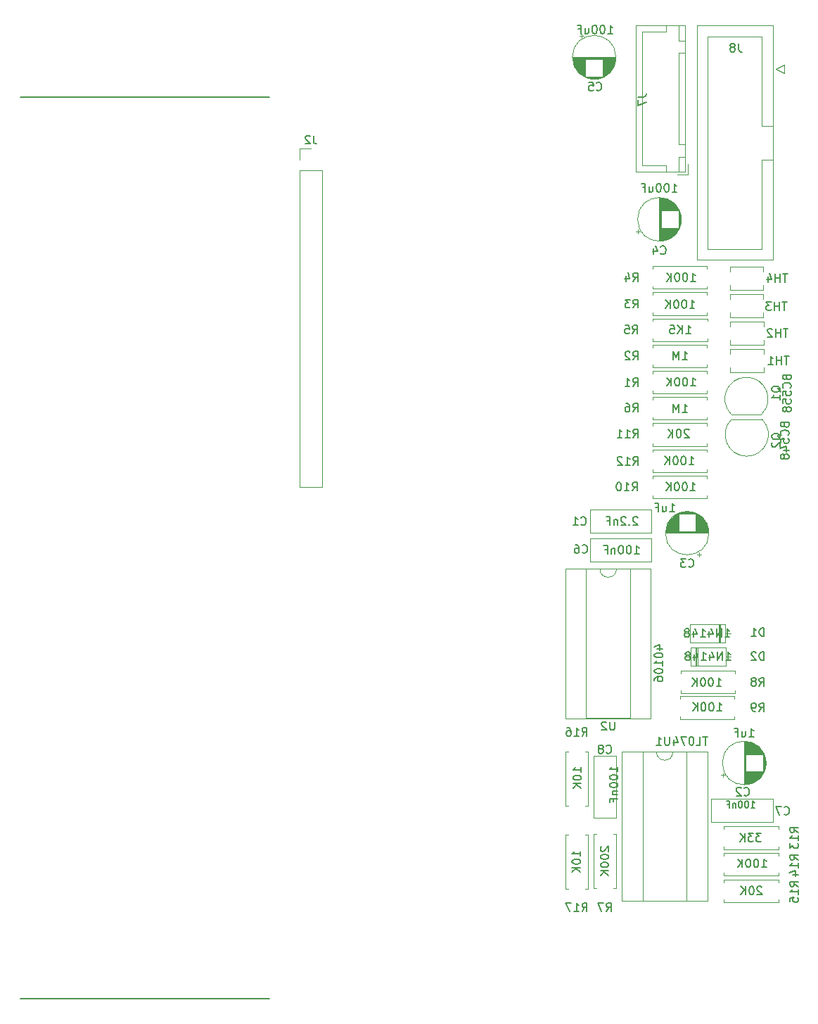
<source format=gbr>
%TF.GenerationSoftware,KiCad,Pcbnew,7.0.9*%
%TF.CreationDate,2023-12-20T21:33:15+01:00*%
%TF.ProjectId,MiniOSC,4d696e69-4f53-4432-9e6b-696361645f70,rev?*%
%TF.SameCoordinates,Original*%
%TF.FileFunction,Legend,Bot*%
%TF.FilePolarity,Positive*%
%FSLAX46Y46*%
G04 Gerber Fmt 4.6, Leading zero omitted, Abs format (unit mm)*
G04 Created by KiCad (PCBNEW 7.0.9) date 2023-12-20 21:33:15*
%MOMM*%
%LPD*%
G01*
G04 APERTURE LIST*
%ADD10C,0.150000*%
%ADD11C,0.120000*%
G04 APERTURE END LIST*
D10*
X70000000Y-55000000D02*
X40000000Y-55000000D01*
X40000000Y-163500000D02*
X70000000Y-163500000D01*
X131966666Y-141259580D02*
X132014285Y-141307200D01*
X132014285Y-141307200D02*
X132157142Y-141354819D01*
X132157142Y-141354819D02*
X132252380Y-141354819D01*
X132252380Y-141354819D02*
X132395237Y-141307200D01*
X132395237Y-141307200D02*
X132490475Y-141211961D01*
X132490475Y-141211961D02*
X132538094Y-141116723D01*
X132538094Y-141116723D02*
X132585713Y-140926247D01*
X132585713Y-140926247D02*
X132585713Y-140783390D01*
X132585713Y-140783390D02*
X132538094Y-140592914D01*
X132538094Y-140592914D02*
X132490475Y-140497676D01*
X132490475Y-140497676D02*
X132395237Y-140402438D01*
X132395237Y-140402438D02*
X132252380Y-140354819D01*
X132252380Y-140354819D02*
X132157142Y-140354819D01*
X132157142Y-140354819D02*
X132014285Y-140402438D01*
X132014285Y-140402438D02*
X131966666Y-140450057D01*
X131633332Y-140354819D02*
X130966666Y-140354819D01*
X130966666Y-140354819D02*
X131395237Y-141354819D01*
X127984095Y-140476295D02*
X128441238Y-140476295D01*
X128212666Y-140476295D02*
X128212666Y-139676295D01*
X128212666Y-139676295D02*
X128288857Y-139790580D01*
X128288857Y-139790580D02*
X128365047Y-139866771D01*
X128365047Y-139866771D02*
X128441238Y-139904866D01*
X127488856Y-139676295D02*
X127412666Y-139676295D01*
X127412666Y-139676295D02*
X127336475Y-139714390D01*
X127336475Y-139714390D02*
X127298380Y-139752485D01*
X127298380Y-139752485D02*
X127260285Y-139828676D01*
X127260285Y-139828676D02*
X127222190Y-139981057D01*
X127222190Y-139981057D02*
X127222190Y-140171533D01*
X127222190Y-140171533D02*
X127260285Y-140323914D01*
X127260285Y-140323914D02*
X127298380Y-140400104D01*
X127298380Y-140400104D02*
X127336475Y-140438200D01*
X127336475Y-140438200D02*
X127412666Y-140476295D01*
X127412666Y-140476295D02*
X127488856Y-140476295D01*
X127488856Y-140476295D02*
X127565047Y-140438200D01*
X127565047Y-140438200D02*
X127603142Y-140400104D01*
X127603142Y-140400104D02*
X127641237Y-140323914D01*
X127641237Y-140323914D02*
X127679333Y-140171533D01*
X127679333Y-140171533D02*
X127679333Y-139981057D01*
X127679333Y-139981057D02*
X127641237Y-139828676D01*
X127641237Y-139828676D02*
X127603142Y-139752485D01*
X127603142Y-139752485D02*
X127565047Y-139714390D01*
X127565047Y-139714390D02*
X127488856Y-139676295D01*
X126726951Y-139676295D02*
X126650761Y-139676295D01*
X126650761Y-139676295D02*
X126574570Y-139714390D01*
X126574570Y-139714390D02*
X126536475Y-139752485D01*
X126536475Y-139752485D02*
X126498380Y-139828676D01*
X126498380Y-139828676D02*
X126460285Y-139981057D01*
X126460285Y-139981057D02*
X126460285Y-140171533D01*
X126460285Y-140171533D02*
X126498380Y-140323914D01*
X126498380Y-140323914D02*
X126536475Y-140400104D01*
X126536475Y-140400104D02*
X126574570Y-140438200D01*
X126574570Y-140438200D02*
X126650761Y-140476295D01*
X126650761Y-140476295D02*
X126726951Y-140476295D01*
X126726951Y-140476295D02*
X126803142Y-140438200D01*
X126803142Y-140438200D02*
X126841237Y-140400104D01*
X126841237Y-140400104D02*
X126879332Y-140323914D01*
X126879332Y-140323914D02*
X126917428Y-140171533D01*
X126917428Y-140171533D02*
X126917428Y-139981057D01*
X126917428Y-139981057D02*
X126879332Y-139828676D01*
X126879332Y-139828676D02*
X126841237Y-139752485D01*
X126841237Y-139752485D02*
X126803142Y-139714390D01*
X126803142Y-139714390D02*
X126726951Y-139676295D01*
X126117427Y-139942961D02*
X126117427Y-140476295D01*
X126117427Y-140019152D02*
X126079332Y-139981057D01*
X126079332Y-139981057D02*
X126003142Y-139942961D01*
X126003142Y-139942961D02*
X125888856Y-139942961D01*
X125888856Y-139942961D02*
X125812665Y-139981057D01*
X125812665Y-139981057D02*
X125774570Y-140057247D01*
X125774570Y-140057247D02*
X125774570Y-140476295D01*
X125126951Y-140057247D02*
X125393617Y-140057247D01*
X125393617Y-140476295D02*
X125393617Y-139676295D01*
X125393617Y-139676295D02*
X125012665Y-139676295D01*
X75333333Y-59624819D02*
X75333333Y-60339104D01*
X75333333Y-60339104D02*
X75380952Y-60481961D01*
X75380952Y-60481961D02*
X75476190Y-60577200D01*
X75476190Y-60577200D02*
X75619047Y-60624819D01*
X75619047Y-60624819D02*
X75714285Y-60624819D01*
X74904761Y-59720057D02*
X74857142Y-59672438D01*
X74857142Y-59672438D02*
X74761904Y-59624819D01*
X74761904Y-59624819D02*
X74523809Y-59624819D01*
X74523809Y-59624819D02*
X74428571Y-59672438D01*
X74428571Y-59672438D02*
X74380952Y-59720057D01*
X74380952Y-59720057D02*
X74333333Y-59815295D01*
X74333333Y-59815295D02*
X74333333Y-59910533D01*
X74333333Y-59910533D02*
X74380952Y-60053390D01*
X74380952Y-60053390D02*
X74952380Y-60624819D01*
X74952380Y-60624819D02*
X74333333Y-60624819D01*
X107666666Y-109759580D02*
X107714285Y-109807200D01*
X107714285Y-109807200D02*
X107857142Y-109854819D01*
X107857142Y-109854819D02*
X107952380Y-109854819D01*
X107952380Y-109854819D02*
X108095237Y-109807200D01*
X108095237Y-109807200D02*
X108190475Y-109711961D01*
X108190475Y-109711961D02*
X108238094Y-109616723D01*
X108238094Y-109616723D02*
X108285713Y-109426247D01*
X108285713Y-109426247D02*
X108285713Y-109283390D01*
X108285713Y-109283390D02*
X108238094Y-109092914D01*
X108238094Y-109092914D02*
X108190475Y-108997676D01*
X108190475Y-108997676D02*
X108095237Y-108902438D01*
X108095237Y-108902438D02*
X107952380Y-108854819D01*
X107952380Y-108854819D02*
X107857142Y-108854819D01*
X107857142Y-108854819D02*
X107714285Y-108902438D01*
X107714285Y-108902438D02*
X107666666Y-108950057D01*
X106809523Y-108854819D02*
X106999999Y-108854819D01*
X106999999Y-108854819D02*
X107095237Y-108902438D01*
X107095237Y-108902438D02*
X107142856Y-108950057D01*
X107142856Y-108950057D02*
X107238094Y-109092914D01*
X107238094Y-109092914D02*
X107285713Y-109283390D01*
X107285713Y-109283390D02*
X107285713Y-109664342D01*
X107285713Y-109664342D02*
X107238094Y-109759580D01*
X107238094Y-109759580D02*
X107190475Y-109807200D01*
X107190475Y-109807200D02*
X107095237Y-109854819D01*
X107095237Y-109854819D02*
X106904761Y-109854819D01*
X106904761Y-109854819D02*
X106809523Y-109807200D01*
X106809523Y-109807200D02*
X106761904Y-109759580D01*
X106761904Y-109759580D02*
X106714285Y-109664342D01*
X106714285Y-109664342D02*
X106714285Y-109426247D01*
X106714285Y-109426247D02*
X106761904Y-109331009D01*
X106761904Y-109331009D02*
X106809523Y-109283390D01*
X106809523Y-109283390D02*
X106904761Y-109235771D01*
X106904761Y-109235771D02*
X107095237Y-109235771D01*
X107095237Y-109235771D02*
X107190475Y-109283390D01*
X107190475Y-109283390D02*
X107238094Y-109331009D01*
X107238094Y-109331009D02*
X107285713Y-109426247D01*
X113947619Y-109954819D02*
X114519047Y-109954819D01*
X114233333Y-109954819D02*
X114233333Y-108954819D01*
X114233333Y-108954819D02*
X114328571Y-109097676D01*
X114328571Y-109097676D02*
X114423809Y-109192914D01*
X114423809Y-109192914D02*
X114519047Y-109240533D01*
X113328571Y-108954819D02*
X113233333Y-108954819D01*
X113233333Y-108954819D02*
X113138095Y-109002438D01*
X113138095Y-109002438D02*
X113090476Y-109050057D01*
X113090476Y-109050057D02*
X113042857Y-109145295D01*
X113042857Y-109145295D02*
X112995238Y-109335771D01*
X112995238Y-109335771D02*
X112995238Y-109573866D01*
X112995238Y-109573866D02*
X113042857Y-109764342D01*
X113042857Y-109764342D02*
X113090476Y-109859580D01*
X113090476Y-109859580D02*
X113138095Y-109907200D01*
X113138095Y-109907200D02*
X113233333Y-109954819D01*
X113233333Y-109954819D02*
X113328571Y-109954819D01*
X113328571Y-109954819D02*
X113423809Y-109907200D01*
X113423809Y-109907200D02*
X113471428Y-109859580D01*
X113471428Y-109859580D02*
X113519047Y-109764342D01*
X113519047Y-109764342D02*
X113566666Y-109573866D01*
X113566666Y-109573866D02*
X113566666Y-109335771D01*
X113566666Y-109335771D02*
X113519047Y-109145295D01*
X113519047Y-109145295D02*
X113471428Y-109050057D01*
X113471428Y-109050057D02*
X113423809Y-109002438D01*
X113423809Y-109002438D02*
X113328571Y-108954819D01*
X112376190Y-108954819D02*
X112280952Y-108954819D01*
X112280952Y-108954819D02*
X112185714Y-109002438D01*
X112185714Y-109002438D02*
X112138095Y-109050057D01*
X112138095Y-109050057D02*
X112090476Y-109145295D01*
X112090476Y-109145295D02*
X112042857Y-109335771D01*
X112042857Y-109335771D02*
X112042857Y-109573866D01*
X112042857Y-109573866D02*
X112090476Y-109764342D01*
X112090476Y-109764342D02*
X112138095Y-109859580D01*
X112138095Y-109859580D02*
X112185714Y-109907200D01*
X112185714Y-109907200D02*
X112280952Y-109954819D01*
X112280952Y-109954819D02*
X112376190Y-109954819D01*
X112376190Y-109954819D02*
X112471428Y-109907200D01*
X112471428Y-109907200D02*
X112519047Y-109859580D01*
X112519047Y-109859580D02*
X112566666Y-109764342D01*
X112566666Y-109764342D02*
X112614285Y-109573866D01*
X112614285Y-109573866D02*
X112614285Y-109335771D01*
X112614285Y-109335771D02*
X112566666Y-109145295D01*
X112566666Y-109145295D02*
X112519047Y-109050057D01*
X112519047Y-109050057D02*
X112471428Y-109002438D01*
X112471428Y-109002438D02*
X112376190Y-108954819D01*
X111614285Y-109288152D02*
X111614285Y-109954819D01*
X111614285Y-109383390D02*
X111566666Y-109335771D01*
X111566666Y-109335771D02*
X111471428Y-109288152D01*
X111471428Y-109288152D02*
X111328571Y-109288152D01*
X111328571Y-109288152D02*
X111233333Y-109335771D01*
X111233333Y-109335771D02*
X111185714Y-109431009D01*
X111185714Y-109431009D02*
X111185714Y-109954819D01*
X110376190Y-109431009D02*
X110709523Y-109431009D01*
X110709523Y-109954819D02*
X110709523Y-108954819D01*
X110709523Y-108954819D02*
X110233333Y-108954819D01*
X110566666Y-152954819D02*
X110899999Y-152478628D01*
X111138094Y-152954819D02*
X111138094Y-151954819D01*
X111138094Y-151954819D02*
X110757142Y-151954819D01*
X110757142Y-151954819D02*
X110661904Y-152002438D01*
X110661904Y-152002438D02*
X110614285Y-152050057D01*
X110614285Y-152050057D02*
X110566666Y-152145295D01*
X110566666Y-152145295D02*
X110566666Y-152288152D01*
X110566666Y-152288152D02*
X110614285Y-152383390D01*
X110614285Y-152383390D02*
X110661904Y-152431009D01*
X110661904Y-152431009D02*
X110757142Y-152478628D01*
X110757142Y-152478628D02*
X111138094Y-152478628D01*
X110233332Y-151954819D02*
X109566666Y-151954819D01*
X109566666Y-151954819D02*
X109995237Y-152954819D01*
X109950057Y-145161905D02*
X109902438Y-145209524D01*
X109902438Y-145209524D02*
X109854819Y-145304762D01*
X109854819Y-145304762D02*
X109854819Y-145542857D01*
X109854819Y-145542857D02*
X109902438Y-145638095D01*
X109902438Y-145638095D02*
X109950057Y-145685714D01*
X109950057Y-145685714D02*
X110045295Y-145733333D01*
X110045295Y-145733333D02*
X110140533Y-145733333D01*
X110140533Y-145733333D02*
X110283390Y-145685714D01*
X110283390Y-145685714D02*
X110854819Y-145114286D01*
X110854819Y-145114286D02*
X110854819Y-145733333D01*
X109854819Y-146352381D02*
X109854819Y-146447619D01*
X109854819Y-146447619D02*
X109902438Y-146542857D01*
X109902438Y-146542857D02*
X109950057Y-146590476D01*
X109950057Y-146590476D02*
X110045295Y-146638095D01*
X110045295Y-146638095D02*
X110235771Y-146685714D01*
X110235771Y-146685714D02*
X110473866Y-146685714D01*
X110473866Y-146685714D02*
X110664342Y-146638095D01*
X110664342Y-146638095D02*
X110759580Y-146590476D01*
X110759580Y-146590476D02*
X110807200Y-146542857D01*
X110807200Y-146542857D02*
X110854819Y-146447619D01*
X110854819Y-146447619D02*
X110854819Y-146352381D01*
X110854819Y-146352381D02*
X110807200Y-146257143D01*
X110807200Y-146257143D02*
X110759580Y-146209524D01*
X110759580Y-146209524D02*
X110664342Y-146161905D01*
X110664342Y-146161905D02*
X110473866Y-146114286D01*
X110473866Y-146114286D02*
X110235771Y-146114286D01*
X110235771Y-146114286D02*
X110045295Y-146161905D01*
X110045295Y-146161905D02*
X109950057Y-146209524D01*
X109950057Y-146209524D02*
X109902438Y-146257143D01*
X109902438Y-146257143D02*
X109854819Y-146352381D01*
X109854819Y-147304762D02*
X109854819Y-147400000D01*
X109854819Y-147400000D02*
X109902438Y-147495238D01*
X109902438Y-147495238D02*
X109950057Y-147542857D01*
X109950057Y-147542857D02*
X110045295Y-147590476D01*
X110045295Y-147590476D02*
X110235771Y-147638095D01*
X110235771Y-147638095D02*
X110473866Y-147638095D01*
X110473866Y-147638095D02*
X110664342Y-147590476D01*
X110664342Y-147590476D02*
X110759580Y-147542857D01*
X110759580Y-147542857D02*
X110807200Y-147495238D01*
X110807200Y-147495238D02*
X110854819Y-147400000D01*
X110854819Y-147400000D02*
X110854819Y-147304762D01*
X110854819Y-147304762D02*
X110807200Y-147209524D01*
X110807200Y-147209524D02*
X110759580Y-147161905D01*
X110759580Y-147161905D02*
X110664342Y-147114286D01*
X110664342Y-147114286D02*
X110473866Y-147066667D01*
X110473866Y-147066667D02*
X110235771Y-147066667D01*
X110235771Y-147066667D02*
X110045295Y-147114286D01*
X110045295Y-147114286D02*
X109950057Y-147161905D01*
X109950057Y-147161905D02*
X109902438Y-147209524D01*
X109902438Y-147209524D02*
X109854819Y-147304762D01*
X110854819Y-148066667D02*
X109854819Y-148066667D01*
X110854819Y-148638095D02*
X110283390Y-148209524D01*
X109854819Y-148638095D02*
X110426247Y-148066667D01*
X132385713Y-76254819D02*
X131814285Y-76254819D01*
X132099999Y-77254819D02*
X132099999Y-76254819D01*
X131480951Y-77254819D02*
X131480951Y-76254819D01*
X131480951Y-76731009D02*
X130909523Y-76731009D01*
X130909523Y-77254819D02*
X130909523Y-76254819D01*
X130004761Y-76588152D02*
X130004761Y-77254819D01*
X130242856Y-76207200D02*
X130480951Y-76921485D01*
X130480951Y-76921485D02*
X129861904Y-76921485D01*
X126483333Y-48554819D02*
X126483333Y-49269104D01*
X126483333Y-49269104D02*
X126530952Y-49411961D01*
X126530952Y-49411961D02*
X126626190Y-49507200D01*
X126626190Y-49507200D02*
X126769047Y-49554819D01*
X126769047Y-49554819D02*
X126864285Y-49554819D01*
X125864285Y-48983390D02*
X125959523Y-48935771D01*
X125959523Y-48935771D02*
X126007142Y-48888152D01*
X126007142Y-48888152D02*
X126054761Y-48792914D01*
X126054761Y-48792914D02*
X126054761Y-48745295D01*
X126054761Y-48745295D02*
X126007142Y-48650057D01*
X126007142Y-48650057D02*
X125959523Y-48602438D01*
X125959523Y-48602438D02*
X125864285Y-48554819D01*
X125864285Y-48554819D02*
X125673809Y-48554819D01*
X125673809Y-48554819D02*
X125578571Y-48602438D01*
X125578571Y-48602438D02*
X125530952Y-48650057D01*
X125530952Y-48650057D02*
X125483333Y-48745295D01*
X125483333Y-48745295D02*
X125483333Y-48792914D01*
X125483333Y-48792914D02*
X125530952Y-48888152D01*
X125530952Y-48888152D02*
X125578571Y-48935771D01*
X125578571Y-48935771D02*
X125673809Y-48983390D01*
X125673809Y-48983390D02*
X125864285Y-48983390D01*
X125864285Y-48983390D02*
X125959523Y-49031009D01*
X125959523Y-49031009D02*
X126007142Y-49078628D01*
X126007142Y-49078628D02*
X126054761Y-49173866D01*
X126054761Y-49173866D02*
X126054761Y-49364342D01*
X126054761Y-49364342D02*
X126007142Y-49459580D01*
X126007142Y-49459580D02*
X125959523Y-49507200D01*
X125959523Y-49507200D02*
X125864285Y-49554819D01*
X125864285Y-49554819D02*
X125673809Y-49554819D01*
X125673809Y-49554819D02*
X125578571Y-49507200D01*
X125578571Y-49507200D02*
X125530952Y-49459580D01*
X125530952Y-49459580D02*
X125483333Y-49364342D01*
X125483333Y-49364342D02*
X125483333Y-49173866D01*
X125483333Y-49173866D02*
X125530952Y-49078628D01*
X125530952Y-49078628D02*
X125578571Y-49031009D01*
X125578571Y-49031009D02*
X125673809Y-48983390D01*
X113792857Y-95954819D02*
X114126190Y-95478628D01*
X114364285Y-95954819D02*
X114364285Y-94954819D01*
X114364285Y-94954819D02*
X113983333Y-94954819D01*
X113983333Y-94954819D02*
X113888095Y-95002438D01*
X113888095Y-95002438D02*
X113840476Y-95050057D01*
X113840476Y-95050057D02*
X113792857Y-95145295D01*
X113792857Y-95145295D02*
X113792857Y-95288152D01*
X113792857Y-95288152D02*
X113840476Y-95383390D01*
X113840476Y-95383390D02*
X113888095Y-95431009D01*
X113888095Y-95431009D02*
X113983333Y-95478628D01*
X113983333Y-95478628D02*
X114364285Y-95478628D01*
X112840476Y-95954819D02*
X113411904Y-95954819D01*
X113126190Y-95954819D02*
X113126190Y-94954819D01*
X113126190Y-94954819D02*
X113221428Y-95097676D01*
X113221428Y-95097676D02*
X113316666Y-95192914D01*
X113316666Y-95192914D02*
X113411904Y-95240533D01*
X111888095Y-95954819D02*
X112459523Y-95954819D01*
X112173809Y-95954819D02*
X112173809Y-94954819D01*
X112173809Y-94954819D02*
X112269047Y-95097676D01*
X112269047Y-95097676D02*
X112364285Y-95192914D01*
X112364285Y-95192914D02*
X112459523Y-95240533D01*
X120511904Y-95050057D02*
X120464285Y-95002438D01*
X120464285Y-95002438D02*
X120369047Y-94954819D01*
X120369047Y-94954819D02*
X120130952Y-94954819D01*
X120130952Y-94954819D02*
X120035714Y-95002438D01*
X120035714Y-95002438D02*
X119988095Y-95050057D01*
X119988095Y-95050057D02*
X119940476Y-95145295D01*
X119940476Y-95145295D02*
X119940476Y-95240533D01*
X119940476Y-95240533D02*
X119988095Y-95383390D01*
X119988095Y-95383390D02*
X120559523Y-95954819D01*
X120559523Y-95954819D02*
X119940476Y-95954819D01*
X119321428Y-94954819D02*
X119226190Y-94954819D01*
X119226190Y-94954819D02*
X119130952Y-95002438D01*
X119130952Y-95002438D02*
X119083333Y-95050057D01*
X119083333Y-95050057D02*
X119035714Y-95145295D01*
X119035714Y-95145295D02*
X118988095Y-95335771D01*
X118988095Y-95335771D02*
X118988095Y-95573866D01*
X118988095Y-95573866D02*
X119035714Y-95764342D01*
X119035714Y-95764342D02*
X119083333Y-95859580D01*
X119083333Y-95859580D02*
X119130952Y-95907200D01*
X119130952Y-95907200D02*
X119226190Y-95954819D01*
X119226190Y-95954819D02*
X119321428Y-95954819D01*
X119321428Y-95954819D02*
X119416666Y-95907200D01*
X119416666Y-95907200D02*
X119464285Y-95859580D01*
X119464285Y-95859580D02*
X119511904Y-95764342D01*
X119511904Y-95764342D02*
X119559523Y-95573866D01*
X119559523Y-95573866D02*
X119559523Y-95335771D01*
X119559523Y-95335771D02*
X119511904Y-95145295D01*
X119511904Y-95145295D02*
X119464285Y-95050057D01*
X119464285Y-95050057D02*
X119416666Y-95002438D01*
X119416666Y-95002438D02*
X119321428Y-94954819D01*
X118559523Y-95954819D02*
X118559523Y-94954819D01*
X117988095Y-95954819D02*
X118416666Y-95383390D01*
X117988095Y-94954819D02*
X118559523Y-95526247D01*
X127166666Y-138949580D02*
X127214285Y-138997200D01*
X127214285Y-138997200D02*
X127357142Y-139044819D01*
X127357142Y-139044819D02*
X127452380Y-139044819D01*
X127452380Y-139044819D02*
X127595237Y-138997200D01*
X127595237Y-138997200D02*
X127690475Y-138901961D01*
X127690475Y-138901961D02*
X127738094Y-138806723D01*
X127738094Y-138806723D02*
X127785713Y-138616247D01*
X127785713Y-138616247D02*
X127785713Y-138473390D01*
X127785713Y-138473390D02*
X127738094Y-138282914D01*
X127738094Y-138282914D02*
X127690475Y-138187676D01*
X127690475Y-138187676D02*
X127595237Y-138092438D01*
X127595237Y-138092438D02*
X127452380Y-138044819D01*
X127452380Y-138044819D02*
X127357142Y-138044819D01*
X127357142Y-138044819D02*
X127214285Y-138092438D01*
X127214285Y-138092438D02*
X127166666Y-138140057D01*
X126785713Y-138140057D02*
X126738094Y-138092438D01*
X126738094Y-138092438D02*
X126642856Y-138044819D01*
X126642856Y-138044819D02*
X126404761Y-138044819D01*
X126404761Y-138044819D02*
X126309523Y-138092438D01*
X126309523Y-138092438D02*
X126261904Y-138140057D01*
X126261904Y-138140057D02*
X126214285Y-138235295D01*
X126214285Y-138235295D02*
X126214285Y-138330533D01*
X126214285Y-138330533D02*
X126261904Y-138473390D01*
X126261904Y-138473390D02*
X126833332Y-139044819D01*
X126833332Y-139044819D02*
X126214285Y-139044819D01*
X127745238Y-131932819D02*
X128316666Y-131932819D01*
X128030952Y-131932819D02*
X128030952Y-130932819D01*
X128030952Y-130932819D02*
X128126190Y-131075676D01*
X128126190Y-131075676D02*
X128221428Y-131170914D01*
X128221428Y-131170914D02*
X128316666Y-131218533D01*
X126888095Y-131266152D02*
X126888095Y-131932819D01*
X127316666Y-131266152D02*
X127316666Y-131789961D01*
X127316666Y-131789961D02*
X127269047Y-131885200D01*
X127269047Y-131885200D02*
X127173809Y-131932819D01*
X127173809Y-131932819D02*
X127030952Y-131932819D01*
X127030952Y-131932819D02*
X126935714Y-131885200D01*
X126935714Y-131885200D02*
X126888095Y-131837580D01*
X126078571Y-131409009D02*
X126411904Y-131409009D01*
X126411904Y-131932819D02*
X126411904Y-130932819D01*
X126411904Y-130932819D02*
X125935714Y-130932819D01*
X113766666Y-89804819D02*
X114099999Y-89328628D01*
X114338094Y-89804819D02*
X114338094Y-88804819D01*
X114338094Y-88804819D02*
X113957142Y-88804819D01*
X113957142Y-88804819D02*
X113861904Y-88852438D01*
X113861904Y-88852438D02*
X113814285Y-88900057D01*
X113814285Y-88900057D02*
X113766666Y-88995295D01*
X113766666Y-88995295D02*
X113766666Y-89138152D01*
X113766666Y-89138152D02*
X113814285Y-89233390D01*
X113814285Y-89233390D02*
X113861904Y-89281009D01*
X113861904Y-89281009D02*
X113957142Y-89328628D01*
X113957142Y-89328628D02*
X114338094Y-89328628D01*
X112814285Y-89804819D02*
X113385713Y-89804819D01*
X113099999Y-89804819D02*
X113099999Y-88804819D01*
X113099999Y-88804819D02*
X113195237Y-88947676D01*
X113195237Y-88947676D02*
X113290475Y-89042914D01*
X113290475Y-89042914D02*
X113385713Y-89090533D01*
X120716666Y-89754819D02*
X121288094Y-89754819D01*
X121002380Y-89754819D02*
X121002380Y-88754819D01*
X121002380Y-88754819D02*
X121097618Y-88897676D01*
X121097618Y-88897676D02*
X121192856Y-88992914D01*
X121192856Y-88992914D02*
X121288094Y-89040533D01*
X120097618Y-88754819D02*
X120002380Y-88754819D01*
X120002380Y-88754819D02*
X119907142Y-88802438D01*
X119907142Y-88802438D02*
X119859523Y-88850057D01*
X119859523Y-88850057D02*
X119811904Y-88945295D01*
X119811904Y-88945295D02*
X119764285Y-89135771D01*
X119764285Y-89135771D02*
X119764285Y-89373866D01*
X119764285Y-89373866D02*
X119811904Y-89564342D01*
X119811904Y-89564342D02*
X119859523Y-89659580D01*
X119859523Y-89659580D02*
X119907142Y-89707200D01*
X119907142Y-89707200D02*
X120002380Y-89754819D01*
X120002380Y-89754819D02*
X120097618Y-89754819D01*
X120097618Y-89754819D02*
X120192856Y-89707200D01*
X120192856Y-89707200D02*
X120240475Y-89659580D01*
X120240475Y-89659580D02*
X120288094Y-89564342D01*
X120288094Y-89564342D02*
X120335713Y-89373866D01*
X120335713Y-89373866D02*
X120335713Y-89135771D01*
X120335713Y-89135771D02*
X120288094Y-88945295D01*
X120288094Y-88945295D02*
X120240475Y-88850057D01*
X120240475Y-88850057D02*
X120192856Y-88802438D01*
X120192856Y-88802438D02*
X120097618Y-88754819D01*
X119145237Y-88754819D02*
X119049999Y-88754819D01*
X119049999Y-88754819D02*
X118954761Y-88802438D01*
X118954761Y-88802438D02*
X118907142Y-88850057D01*
X118907142Y-88850057D02*
X118859523Y-88945295D01*
X118859523Y-88945295D02*
X118811904Y-89135771D01*
X118811904Y-89135771D02*
X118811904Y-89373866D01*
X118811904Y-89373866D02*
X118859523Y-89564342D01*
X118859523Y-89564342D02*
X118907142Y-89659580D01*
X118907142Y-89659580D02*
X118954761Y-89707200D01*
X118954761Y-89707200D02*
X119049999Y-89754819D01*
X119049999Y-89754819D02*
X119145237Y-89754819D01*
X119145237Y-89754819D02*
X119240475Y-89707200D01*
X119240475Y-89707200D02*
X119288094Y-89659580D01*
X119288094Y-89659580D02*
X119335713Y-89564342D01*
X119335713Y-89564342D02*
X119383332Y-89373866D01*
X119383332Y-89373866D02*
X119383332Y-89135771D01*
X119383332Y-89135771D02*
X119335713Y-88945295D01*
X119335713Y-88945295D02*
X119288094Y-88850057D01*
X119288094Y-88850057D02*
X119240475Y-88802438D01*
X119240475Y-88802438D02*
X119145237Y-88754819D01*
X118383332Y-89754819D02*
X118383332Y-88754819D01*
X117811904Y-89754819D02*
X118240475Y-89183390D01*
X117811904Y-88754819D02*
X118383332Y-89326247D01*
X133654819Y-146757142D02*
X133178628Y-146423809D01*
X133654819Y-146185714D02*
X132654819Y-146185714D01*
X132654819Y-146185714D02*
X132654819Y-146566666D01*
X132654819Y-146566666D02*
X132702438Y-146661904D01*
X132702438Y-146661904D02*
X132750057Y-146709523D01*
X132750057Y-146709523D02*
X132845295Y-146757142D01*
X132845295Y-146757142D02*
X132988152Y-146757142D01*
X132988152Y-146757142D02*
X133083390Y-146709523D01*
X133083390Y-146709523D02*
X133131009Y-146661904D01*
X133131009Y-146661904D02*
X133178628Y-146566666D01*
X133178628Y-146566666D02*
X133178628Y-146185714D01*
X133654819Y-147709523D02*
X133654819Y-147138095D01*
X133654819Y-147423809D02*
X132654819Y-147423809D01*
X132654819Y-147423809D02*
X132797676Y-147328571D01*
X132797676Y-147328571D02*
X132892914Y-147233333D01*
X132892914Y-147233333D02*
X132940533Y-147138095D01*
X132988152Y-148566666D02*
X133654819Y-148566666D01*
X132607200Y-148328571D02*
X133321485Y-148090476D01*
X133321485Y-148090476D02*
X133321485Y-148709523D01*
X129266666Y-147654819D02*
X129838094Y-147654819D01*
X129552380Y-147654819D02*
X129552380Y-146654819D01*
X129552380Y-146654819D02*
X129647618Y-146797676D01*
X129647618Y-146797676D02*
X129742856Y-146892914D01*
X129742856Y-146892914D02*
X129838094Y-146940533D01*
X128647618Y-146654819D02*
X128552380Y-146654819D01*
X128552380Y-146654819D02*
X128457142Y-146702438D01*
X128457142Y-146702438D02*
X128409523Y-146750057D01*
X128409523Y-146750057D02*
X128361904Y-146845295D01*
X128361904Y-146845295D02*
X128314285Y-147035771D01*
X128314285Y-147035771D02*
X128314285Y-147273866D01*
X128314285Y-147273866D02*
X128361904Y-147464342D01*
X128361904Y-147464342D02*
X128409523Y-147559580D01*
X128409523Y-147559580D02*
X128457142Y-147607200D01*
X128457142Y-147607200D02*
X128552380Y-147654819D01*
X128552380Y-147654819D02*
X128647618Y-147654819D01*
X128647618Y-147654819D02*
X128742856Y-147607200D01*
X128742856Y-147607200D02*
X128790475Y-147559580D01*
X128790475Y-147559580D02*
X128838094Y-147464342D01*
X128838094Y-147464342D02*
X128885713Y-147273866D01*
X128885713Y-147273866D02*
X128885713Y-147035771D01*
X128885713Y-147035771D02*
X128838094Y-146845295D01*
X128838094Y-146845295D02*
X128790475Y-146750057D01*
X128790475Y-146750057D02*
X128742856Y-146702438D01*
X128742856Y-146702438D02*
X128647618Y-146654819D01*
X127695237Y-146654819D02*
X127599999Y-146654819D01*
X127599999Y-146654819D02*
X127504761Y-146702438D01*
X127504761Y-146702438D02*
X127457142Y-146750057D01*
X127457142Y-146750057D02*
X127409523Y-146845295D01*
X127409523Y-146845295D02*
X127361904Y-147035771D01*
X127361904Y-147035771D02*
X127361904Y-147273866D01*
X127361904Y-147273866D02*
X127409523Y-147464342D01*
X127409523Y-147464342D02*
X127457142Y-147559580D01*
X127457142Y-147559580D02*
X127504761Y-147607200D01*
X127504761Y-147607200D02*
X127599999Y-147654819D01*
X127599999Y-147654819D02*
X127695237Y-147654819D01*
X127695237Y-147654819D02*
X127790475Y-147607200D01*
X127790475Y-147607200D02*
X127838094Y-147559580D01*
X127838094Y-147559580D02*
X127885713Y-147464342D01*
X127885713Y-147464342D02*
X127933332Y-147273866D01*
X127933332Y-147273866D02*
X127933332Y-147035771D01*
X127933332Y-147035771D02*
X127885713Y-146845295D01*
X127885713Y-146845295D02*
X127838094Y-146750057D01*
X127838094Y-146750057D02*
X127790475Y-146702438D01*
X127790475Y-146702438D02*
X127695237Y-146654819D01*
X126933332Y-147654819D02*
X126933332Y-146654819D01*
X126361904Y-147654819D02*
X126790475Y-147083390D01*
X126361904Y-146654819D02*
X126933332Y-147226247D01*
X132285713Y-79654819D02*
X131714285Y-79654819D01*
X131999999Y-80654819D02*
X131999999Y-79654819D01*
X131380951Y-80654819D02*
X131380951Y-79654819D01*
X131380951Y-80131009D02*
X130809523Y-80131009D01*
X130809523Y-80654819D02*
X130809523Y-79654819D01*
X130428570Y-79654819D02*
X129809523Y-79654819D01*
X129809523Y-79654819D02*
X130142856Y-80035771D01*
X130142856Y-80035771D02*
X129999999Y-80035771D01*
X129999999Y-80035771D02*
X129904761Y-80083390D01*
X129904761Y-80083390D02*
X129857142Y-80131009D01*
X129857142Y-80131009D02*
X129809523Y-80226247D01*
X129809523Y-80226247D02*
X129809523Y-80464342D01*
X129809523Y-80464342D02*
X129857142Y-80559580D01*
X129857142Y-80559580D02*
X129904761Y-80607200D01*
X129904761Y-80607200D02*
X129999999Y-80654819D01*
X129999999Y-80654819D02*
X130285713Y-80654819D01*
X130285713Y-80654819D02*
X130380951Y-80607200D01*
X130380951Y-80607200D02*
X130428570Y-80559580D01*
X114354819Y-54966666D02*
X115069104Y-54966666D01*
X115069104Y-54966666D02*
X115211961Y-54919047D01*
X115211961Y-54919047D02*
X115307200Y-54823809D01*
X115307200Y-54823809D02*
X115354819Y-54680952D01*
X115354819Y-54680952D02*
X115354819Y-54585714D01*
X114354819Y-55347619D02*
X114354819Y-56014285D01*
X114354819Y-56014285D02*
X115354819Y-55585714D01*
X113766666Y-86604819D02*
X114099999Y-86128628D01*
X114338094Y-86604819D02*
X114338094Y-85604819D01*
X114338094Y-85604819D02*
X113957142Y-85604819D01*
X113957142Y-85604819D02*
X113861904Y-85652438D01*
X113861904Y-85652438D02*
X113814285Y-85700057D01*
X113814285Y-85700057D02*
X113766666Y-85795295D01*
X113766666Y-85795295D02*
X113766666Y-85938152D01*
X113766666Y-85938152D02*
X113814285Y-86033390D01*
X113814285Y-86033390D02*
X113861904Y-86081009D01*
X113861904Y-86081009D02*
X113957142Y-86128628D01*
X113957142Y-86128628D02*
X114338094Y-86128628D01*
X113385713Y-85700057D02*
X113338094Y-85652438D01*
X113338094Y-85652438D02*
X113242856Y-85604819D01*
X113242856Y-85604819D02*
X113004761Y-85604819D01*
X113004761Y-85604819D02*
X112909523Y-85652438D01*
X112909523Y-85652438D02*
X112861904Y-85700057D01*
X112861904Y-85700057D02*
X112814285Y-85795295D01*
X112814285Y-85795295D02*
X112814285Y-85890533D01*
X112814285Y-85890533D02*
X112861904Y-86033390D01*
X112861904Y-86033390D02*
X113433332Y-86604819D01*
X113433332Y-86604819D02*
X112814285Y-86604819D01*
X119735714Y-86604819D02*
X120307142Y-86604819D01*
X120021428Y-86604819D02*
X120021428Y-85604819D01*
X120021428Y-85604819D02*
X120116666Y-85747676D01*
X120116666Y-85747676D02*
X120211904Y-85842914D01*
X120211904Y-85842914D02*
X120307142Y-85890533D01*
X119307142Y-86604819D02*
X119307142Y-85604819D01*
X119307142Y-85604819D02*
X118973809Y-86319104D01*
X118973809Y-86319104D02*
X118640476Y-85604819D01*
X118640476Y-85604819D02*
X118640476Y-86604819D01*
X118161904Y-131954819D02*
X118161904Y-132764342D01*
X118161904Y-132764342D02*
X118114285Y-132859580D01*
X118114285Y-132859580D02*
X118066666Y-132907200D01*
X118066666Y-132907200D02*
X117971428Y-132954819D01*
X117971428Y-132954819D02*
X117780952Y-132954819D01*
X117780952Y-132954819D02*
X117685714Y-132907200D01*
X117685714Y-132907200D02*
X117638095Y-132859580D01*
X117638095Y-132859580D02*
X117590476Y-132764342D01*
X117590476Y-132764342D02*
X117590476Y-131954819D01*
X116590476Y-132954819D02*
X117161904Y-132954819D01*
X116876190Y-132954819D02*
X116876190Y-131954819D01*
X116876190Y-131954819D02*
X116971428Y-132097676D01*
X116971428Y-132097676D02*
X117066666Y-132192914D01*
X117066666Y-132192914D02*
X117161904Y-132240533D01*
X122769047Y-131948819D02*
X122197619Y-131948819D01*
X122483333Y-132948819D02*
X122483333Y-131948819D01*
X121388095Y-132948819D02*
X121864285Y-132948819D01*
X121864285Y-132948819D02*
X121864285Y-131948819D01*
X120864285Y-131948819D02*
X120769047Y-131948819D01*
X120769047Y-131948819D02*
X120673809Y-131996438D01*
X120673809Y-131996438D02*
X120626190Y-132044057D01*
X120626190Y-132044057D02*
X120578571Y-132139295D01*
X120578571Y-132139295D02*
X120530952Y-132329771D01*
X120530952Y-132329771D02*
X120530952Y-132567866D01*
X120530952Y-132567866D02*
X120578571Y-132758342D01*
X120578571Y-132758342D02*
X120626190Y-132853580D01*
X120626190Y-132853580D02*
X120673809Y-132901200D01*
X120673809Y-132901200D02*
X120769047Y-132948819D01*
X120769047Y-132948819D02*
X120864285Y-132948819D01*
X120864285Y-132948819D02*
X120959523Y-132901200D01*
X120959523Y-132901200D02*
X121007142Y-132853580D01*
X121007142Y-132853580D02*
X121054761Y-132758342D01*
X121054761Y-132758342D02*
X121102380Y-132567866D01*
X121102380Y-132567866D02*
X121102380Y-132329771D01*
X121102380Y-132329771D02*
X121054761Y-132139295D01*
X121054761Y-132139295D02*
X121007142Y-132044057D01*
X121007142Y-132044057D02*
X120959523Y-131996438D01*
X120959523Y-131996438D02*
X120864285Y-131948819D01*
X120197618Y-131948819D02*
X119530952Y-131948819D01*
X119530952Y-131948819D02*
X119959523Y-132948819D01*
X118721428Y-132282152D02*
X118721428Y-132948819D01*
X118959523Y-131901200D02*
X119197618Y-132615485D01*
X119197618Y-132615485D02*
X118578571Y-132615485D01*
X107516666Y-106409580D02*
X107564285Y-106457200D01*
X107564285Y-106457200D02*
X107707142Y-106504819D01*
X107707142Y-106504819D02*
X107802380Y-106504819D01*
X107802380Y-106504819D02*
X107945237Y-106457200D01*
X107945237Y-106457200D02*
X108040475Y-106361961D01*
X108040475Y-106361961D02*
X108088094Y-106266723D01*
X108088094Y-106266723D02*
X108135713Y-106076247D01*
X108135713Y-106076247D02*
X108135713Y-105933390D01*
X108135713Y-105933390D02*
X108088094Y-105742914D01*
X108088094Y-105742914D02*
X108040475Y-105647676D01*
X108040475Y-105647676D02*
X107945237Y-105552438D01*
X107945237Y-105552438D02*
X107802380Y-105504819D01*
X107802380Y-105504819D02*
X107707142Y-105504819D01*
X107707142Y-105504819D02*
X107564285Y-105552438D01*
X107564285Y-105552438D02*
X107516666Y-105600057D01*
X106564285Y-106504819D02*
X107135713Y-106504819D01*
X106849999Y-106504819D02*
X106849999Y-105504819D01*
X106849999Y-105504819D02*
X106945237Y-105647676D01*
X106945237Y-105647676D02*
X107040475Y-105742914D01*
X107040475Y-105742914D02*
X107135713Y-105790533D01*
X114330951Y-105600057D02*
X114283332Y-105552438D01*
X114283332Y-105552438D02*
X114188094Y-105504819D01*
X114188094Y-105504819D02*
X113949999Y-105504819D01*
X113949999Y-105504819D02*
X113854761Y-105552438D01*
X113854761Y-105552438D02*
X113807142Y-105600057D01*
X113807142Y-105600057D02*
X113759523Y-105695295D01*
X113759523Y-105695295D02*
X113759523Y-105790533D01*
X113759523Y-105790533D02*
X113807142Y-105933390D01*
X113807142Y-105933390D02*
X114378570Y-106504819D01*
X114378570Y-106504819D02*
X113759523Y-106504819D01*
X113330951Y-106409580D02*
X113283332Y-106457200D01*
X113283332Y-106457200D02*
X113330951Y-106504819D01*
X113330951Y-106504819D02*
X113378570Y-106457200D01*
X113378570Y-106457200D02*
X113330951Y-106409580D01*
X113330951Y-106409580D02*
X113330951Y-106504819D01*
X112902380Y-105600057D02*
X112854761Y-105552438D01*
X112854761Y-105552438D02*
X112759523Y-105504819D01*
X112759523Y-105504819D02*
X112521428Y-105504819D01*
X112521428Y-105504819D02*
X112426190Y-105552438D01*
X112426190Y-105552438D02*
X112378571Y-105600057D01*
X112378571Y-105600057D02*
X112330952Y-105695295D01*
X112330952Y-105695295D02*
X112330952Y-105790533D01*
X112330952Y-105790533D02*
X112378571Y-105933390D01*
X112378571Y-105933390D02*
X112949999Y-106504819D01*
X112949999Y-106504819D02*
X112330952Y-106504819D01*
X111902380Y-105838152D02*
X111902380Y-106504819D01*
X111902380Y-105933390D02*
X111854761Y-105885771D01*
X111854761Y-105885771D02*
X111759523Y-105838152D01*
X111759523Y-105838152D02*
X111616666Y-105838152D01*
X111616666Y-105838152D02*
X111521428Y-105885771D01*
X111521428Y-105885771D02*
X111473809Y-105981009D01*
X111473809Y-105981009D02*
X111473809Y-106504819D01*
X110664285Y-105981009D02*
X110997618Y-105981009D01*
X110997618Y-106504819D02*
X110997618Y-105504819D01*
X110997618Y-105504819D02*
X110521428Y-105504819D01*
X128966666Y-125854819D02*
X129299999Y-125378628D01*
X129538094Y-125854819D02*
X129538094Y-124854819D01*
X129538094Y-124854819D02*
X129157142Y-124854819D01*
X129157142Y-124854819D02*
X129061904Y-124902438D01*
X129061904Y-124902438D02*
X129014285Y-124950057D01*
X129014285Y-124950057D02*
X128966666Y-125045295D01*
X128966666Y-125045295D02*
X128966666Y-125188152D01*
X128966666Y-125188152D02*
X129014285Y-125283390D01*
X129014285Y-125283390D02*
X129061904Y-125331009D01*
X129061904Y-125331009D02*
X129157142Y-125378628D01*
X129157142Y-125378628D02*
X129538094Y-125378628D01*
X128395237Y-125283390D02*
X128490475Y-125235771D01*
X128490475Y-125235771D02*
X128538094Y-125188152D01*
X128538094Y-125188152D02*
X128585713Y-125092914D01*
X128585713Y-125092914D02*
X128585713Y-125045295D01*
X128585713Y-125045295D02*
X128538094Y-124950057D01*
X128538094Y-124950057D02*
X128490475Y-124902438D01*
X128490475Y-124902438D02*
X128395237Y-124854819D01*
X128395237Y-124854819D02*
X128204761Y-124854819D01*
X128204761Y-124854819D02*
X128109523Y-124902438D01*
X128109523Y-124902438D02*
X128061904Y-124950057D01*
X128061904Y-124950057D02*
X128014285Y-125045295D01*
X128014285Y-125045295D02*
X128014285Y-125092914D01*
X128014285Y-125092914D02*
X128061904Y-125188152D01*
X128061904Y-125188152D02*
X128109523Y-125235771D01*
X128109523Y-125235771D02*
X128204761Y-125283390D01*
X128204761Y-125283390D02*
X128395237Y-125283390D01*
X128395237Y-125283390D02*
X128490475Y-125331009D01*
X128490475Y-125331009D02*
X128538094Y-125378628D01*
X128538094Y-125378628D02*
X128585713Y-125473866D01*
X128585713Y-125473866D02*
X128585713Y-125664342D01*
X128585713Y-125664342D02*
X128538094Y-125759580D01*
X128538094Y-125759580D02*
X128490475Y-125807200D01*
X128490475Y-125807200D02*
X128395237Y-125854819D01*
X128395237Y-125854819D02*
X128204761Y-125854819D01*
X128204761Y-125854819D02*
X128109523Y-125807200D01*
X128109523Y-125807200D02*
X128061904Y-125759580D01*
X128061904Y-125759580D02*
X128014285Y-125664342D01*
X128014285Y-125664342D02*
X128014285Y-125473866D01*
X128014285Y-125473866D02*
X128061904Y-125378628D01*
X128061904Y-125378628D02*
X128109523Y-125331009D01*
X128109523Y-125331009D02*
X128204761Y-125283390D01*
X123816666Y-125854819D02*
X124388094Y-125854819D01*
X124102380Y-125854819D02*
X124102380Y-124854819D01*
X124102380Y-124854819D02*
X124197618Y-124997676D01*
X124197618Y-124997676D02*
X124292856Y-125092914D01*
X124292856Y-125092914D02*
X124388094Y-125140533D01*
X123197618Y-124854819D02*
X123102380Y-124854819D01*
X123102380Y-124854819D02*
X123007142Y-124902438D01*
X123007142Y-124902438D02*
X122959523Y-124950057D01*
X122959523Y-124950057D02*
X122911904Y-125045295D01*
X122911904Y-125045295D02*
X122864285Y-125235771D01*
X122864285Y-125235771D02*
X122864285Y-125473866D01*
X122864285Y-125473866D02*
X122911904Y-125664342D01*
X122911904Y-125664342D02*
X122959523Y-125759580D01*
X122959523Y-125759580D02*
X123007142Y-125807200D01*
X123007142Y-125807200D02*
X123102380Y-125854819D01*
X123102380Y-125854819D02*
X123197618Y-125854819D01*
X123197618Y-125854819D02*
X123292856Y-125807200D01*
X123292856Y-125807200D02*
X123340475Y-125759580D01*
X123340475Y-125759580D02*
X123388094Y-125664342D01*
X123388094Y-125664342D02*
X123435713Y-125473866D01*
X123435713Y-125473866D02*
X123435713Y-125235771D01*
X123435713Y-125235771D02*
X123388094Y-125045295D01*
X123388094Y-125045295D02*
X123340475Y-124950057D01*
X123340475Y-124950057D02*
X123292856Y-124902438D01*
X123292856Y-124902438D02*
X123197618Y-124854819D01*
X122245237Y-124854819D02*
X122149999Y-124854819D01*
X122149999Y-124854819D02*
X122054761Y-124902438D01*
X122054761Y-124902438D02*
X122007142Y-124950057D01*
X122007142Y-124950057D02*
X121959523Y-125045295D01*
X121959523Y-125045295D02*
X121911904Y-125235771D01*
X121911904Y-125235771D02*
X121911904Y-125473866D01*
X121911904Y-125473866D02*
X121959523Y-125664342D01*
X121959523Y-125664342D02*
X122007142Y-125759580D01*
X122007142Y-125759580D02*
X122054761Y-125807200D01*
X122054761Y-125807200D02*
X122149999Y-125854819D01*
X122149999Y-125854819D02*
X122245237Y-125854819D01*
X122245237Y-125854819D02*
X122340475Y-125807200D01*
X122340475Y-125807200D02*
X122388094Y-125759580D01*
X122388094Y-125759580D02*
X122435713Y-125664342D01*
X122435713Y-125664342D02*
X122483332Y-125473866D01*
X122483332Y-125473866D02*
X122483332Y-125235771D01*
X122483332Y-125235771D02*
X122435713Y-125045295D01*
X122435713Y-125045295D02*
X122388094Y-124950057D01*
X122388094Y-124950057D02*
X122340475Y-124902438D01*
X122340475Y-124902438D02*
X122245237Y-124854819D01*
X121483332Y-125854819D02*
X121483332Y-124854819D01*
X120911904Y-125854819D02*
X121340475Y-125283390D01*
X120911904Y-124854819D02*
X121483332Y-125426247D01*
X113766666Y-92854819D02*
X114099999Y-92378628D01*
X114338094Y-92854819D02*
X114338094Y-91854819D01*
X114338094Y-91854819D02*
X113957142Y-91854819D01*
X113957142Y-91854819D02*
X113861904Y-91902438D01*
X113861904Y-91902438D02*
X113814285Y-91950057D01*
X113814285Y-91950057D02*
X113766666Y-92045295D01*
X113766666Y-92045295D02*
X113766666Y-92188152D01*
X113766666Y-92188152D02*
X113814285Y-92283390D01*
X113814285Y-92283390D02*
X113861904Y-92331009D01*
X113861904Y-92331009D02*
X113957142Y-92378628D01*
X113957142Y-92378628D02*
X114338094Y-92378628D01*
X112909523Y-91854819D02*
X113099999Y-91854819D01*
X113099999Y-91854819D02*
X113195237Y-91902438D01*
X113195237Y-91902438D02*
X113242856Y-91950057D01*
X113242856Y-91950057D02*
X113338094Y-92092914D01*
X113338094Y-92092914D02*
X113385713Y-92283390D01*
X113385713Y-92283390D02*
X113385713Y-92664342D01*
X113385713Y-92664342D02*
X113338094Y-92759580D01*
X113338094Y-92759580D02*
X113290475Y-92807200D01*
X113290475Y-92807200D02*
X113195237Y-92854819D01*
X113195237Y-92854819D02*
X113004761Y-92854819D01*
X113004761Y-92854819D02*
X112909523Y-92807200D01*
X112909523Y-92807200D02*
X112861904Y-92759580D01*
X112861904Y-92759580D02*
X112814285Y-92664342D01*
X112814285Y-92664342D02*
X112814285Y-92426247D01*
X112814285Y-92426247D02*
X112861904Y-92331009D01*
X112861904Y-92331009D02*
X112909523Y-92283390D01*
X112909523Y-92283390D02*
X113004761Y-92235771D01*
X113004761Y-92235771D02*
X113195237Y-92235771D01*
X113195237Y-92235771D02*
X113290475Y-92283390D01*
X113290475Y-92283390D02*
X113338094Y-92331009D01*
X113338094Y-92331009D02*
X113385713Y-92426247D01*
X119725714Y-92904819D02*
X120297142Y-92904819D01*
X120011428Y-92904819D02*
X120011428Y-91904819D01*
X120011428Y-91904819D02*
X120106666Y-92047676D01*
X120106666Y-92047676D02*
X120201904Y-92142914D01*
X120201904Y-92142914D02*
X120297142Y-92190533D01*
X119297142Y-92904819D02*
X119297142Y-91904819D01*
X119297142Y-91904819D02*
X118963809Y-92619104D01*
X118963809Y-92619104D02*
X118630476Y-91904819D01*
X118630476Y-91904819D02*
X118630476Y-92904819D01*
X120466666Y-111459580D02*
X120514285Y-111507200D01*
X120514285Y-111507200D02*
X120657142Y-111554819D01*
X120657142Y-111554819D02*
X120752380Y-111554819D01*
X120752380Y-111554819D02*
X120895237Y-111507200D01*
X120895237Y-111507200D02*
X120990475Y-111411961D01*
X120990475Y-111411961D02*
X121038094Y-111316723D01*
X121038094Y-111316723D02*
X121085713Y-111126247D01*
X121085713Y-111126247D02*
X121085713Y-110983390D01*
X121085713Y-110983390D02*
X121038094Y-110792914D01*
X121038094Y-110792914D02*
X120990475Y-110697676D01*
X120990475Y-110697676D02*
X120895237Y-110602438D01*
X120895237Y-110602438D02*
X120752380Y-110554819D01*
X120752380Y-110554819D02*
X120657142Y-110554819D01*
X120657142Y-110554819D02*
X120514285Y-110602438D01*
X120514285Y-110602438D02*
X120466666Y-110650057D01*
X120133332Y-110554819D02*
X119514285Y-110554819D01*
X119514285Y-110554819D02*
X119847618Y-110935771D01*
X119847618Y-110935771D02*
X119704761Y-110935771D01*
X119704761Y-110935771D02*
X119609523Y-110983390D01*
X119609523Y-110983390D02*
X119561904Y-111031009D01*
X119561904Y-111031009D02*
X119514285Y-111126247D01*
X119514285Y-111126247D02*
X119514285Y-111364342D01*
X119514285Y-111364342D02*
X119561904Y-111459580D01*
X119561904Y-111459580D02*
X119609523Y-111507200D01*
X119609523Y-111507200D02*
X119704761Y-111554819D01*
X119704761Y-111554819D02*
X119990475Y-111554819D01*
X119990475Y-111554819D02*
X120085713Y-111507200D01*
X120085713Y-111507200D02*
X120133332Y-111459580D01*
X118195238Y-104854819D02*
X118766666Y-104854819D01*
X118480952Y-104854819D02*
X118480952Y-103854819D01*
X118480952Y-103854819D02*
X118576190Y-103997676D01*
X118576190Y-103997676D02*
X118671428Y-104092914D01*
X118671428Y-104092914D02*
X118766666Y-104140533D01*
X117338095Y-104188152D02*
X117338095Y-104854819D01*
X117766666Y-104188152D02*
X117766666Y-104711961D01*
X117766666Y-104711961D02*
X117719047Y-104807200D01*
X117719047Y-104807200D02*
X117623809Y-104854819D01*
X117623809Y-104854819D02*
X117480952Y-104854819D01*
X117480952Y-104854819D02*
X117385714Y-104807200D01*
X117385714Y-104807200D02*
X117338095Y-104759580D01*
X116528571Y-104331009D02*
X116861904Y-104331009D01*
X116861904Y-104854819D02*
X116861904Y-103854819D01*
X116861904Y-103854819D02*
X116385714Y-103854819D01*
X111561904Y-130154819D02*
X111561904Y-130964342D01*
X111561904Y-130964342D02*
X111514285Y-131059580D01*
X111514285Y-131059580D02*
X111466666Y-131107200D01*
X111466666Y-131107200D02*
X111371428Y-131154819D01*
X111371428Y-131154819D02*
X111180952Y-131154819D01*
X111180952Y-131154819D02*
X111085714Y-131107200D01*
X111085714Y-131107200D02*
X111038095Y-131059580D01*
X111038095Y-131059580D02*
X110990476Y-130964342D01*
X110990476Y-130964342D02*
X110990476Y-130154819D01*
X110561904Y-130250057D02*
X110514285Y-130202438D01*
X110514285Y-130202438D02*
X110419047Y-130154819D01*
X110419047Y-130154819D02*
X110180952Y-130154819D01*
X110180952Y-130154819D02*
X110085714Y-130202438D01*
X110085714Y-130202438D02*
X110038095Y-130250057D01*
X110038095Y-130250057D02*
X109990476Y-130345295D01*
X109990476Y-130345295D02*
X109990476Y-130440533D01*
X109990476Y-130440533D02*
X110038095Y-130583390D01*
X110038095Y-130583390D02*
X110609523Y-131154819D01*
X110609523Y-131154819D02*
X109990476Y-131154819D01*
X116688152Y-121385714D02*
X117354819Y-121385714D01*
X116307200Y-121147619D02*
X117021485Y-120909524D01*
X117021485Y-120909524D02*
X117021485Y-121528571D01*
X116354819Y-122100000D02*
X116354819Y-122195238D01*
X116354819Y-122195238D02*
X116402438Y-122290476D01*
X116402438Y-122290476D02*
X116450057Y-122338095D01*
X116450057Y-122338095D02*
X116545295Y-122385714D01*
X116545295Y-122385714D02*
X116735771Y-122433333D01*
X116735771Y-122433333D02*
X116973866Y-122433333D01*
X116973866Y-122433333D02*
X117164342Y-122385714D01*
X117164342Y-122385714D02*
X117259580Y-122338095D01*
X117259580Y-122338095D02*
X117307200Y-122290476D01*
X117307200Y-122290476D02*
X117354819Y-122195238D01*
X117354819Y-122195238D02*
X117354819Y-122100000D01*
X117354819Y-122100000D02*
X117307200Y-122004762D01*
X117307200Y-122004762D02*
X117259580Y-121957143D01*
X117259580Y-121957143D02*
X117164342Y-121909524D01*
X117164342Y-121909524D02*
X116973866Y-121861905D01*
X116973866Y-121861905D02*
X116735771Y-121861905D01*
X116735771Y-121861905D02*
X116545295Y-121909524D01*
X116545295Y-121909524D02*
X116450057Y-121957143D01*
X116450057Y-121957143D02*
X116402438Y-122004762D01*
X116402438Y-122004762D02*
X116354819Y-122100000D01*
X117354819Y-123385714D02*
X117354819Y-122814286D01*
X117354819Y-123100000D02*
X116354819Y-123100000D01*
X116354819Y-123100000D02*
X116497676Y-123004762D01*
X116497676Y-123004762D02*
X116592914Y-122909524D01*
X116592914Y-122909524D02*
X116640533Y-122814286D01*
X116354819Y-124004762D02*
X116354819Y-124100000D01*
X116354819Y-124100000D02*
X116402438Y-124195238D01*
X116402438Y-124195238D02*
X116450057Y-124242857D01*
X116450057Y-124242857D02*
X116545295Y-124290476D01*
X116545295Y-124290476D02*
X116735771Y-124338095D01*
X116735771Y-124338095D02*
X116973866Y-124338095D01*
X116973866Y-124338095D02*
X117164342Y-124290476D01*
X117164342Y-124290476D02*
X117259580Y-124242857D01*
X117259580Y-124242857D02*
X117307200Y-124195238D01*
X117307200Y-124195238D02*
X117354819Y-124100000D01*
X117354819Y-124100000D02*
X117354819Y-124004762D01*
X117354819Y-124004762D02*
X117307200Y-123909524D01*
X117307200Y-123909524D02*
X117259580Y-123861905D01*
X117259580Y-123861905D02*
X117164342Y-123814286D01*
X117164342Y-123814286D02*
X116973866Y-123766667D01*
X116973866Y-123766667D02*
X116735771Y-123766667D01*
X116735771Y-123766667D02*
X116545295Y-123814286D01*
X116545295Y-123814286D02*
X116450057Y-123861905D01*
X116450057Y-123861905D02*
X116402438Y-123909524D01*
X116402438Y-123909524D02*
X116354819Y-124004762D01*
X116354819Y-125195238D02*
X116354819Y-125004762D01*
X116354819Y-125004762D02*
X116402438Y-124909524D01*
X116402438Y-124909524D02*
X116450057Y-124861905D01*
X116450057Y-124861905D02*
X116592914Y-124766667D01*
X116592914Y-124766667D02*
X116783390Y-124719048D01*
X116783390Y-124719048D02*
X117164342Y-124719048D01*
X117164342Y-124719048D02*
X117259580Y-124766667D01*
X117259580Y-124766667D02*
X117307200Y-124814286D01*
X117307200Y-124814286D02*
X117354819Y-124909524D01*
X117354819Y-124909524D02*
X117354819Y-125100000D01*
X117354819Y-125100000D02*
X117307200Y-125195238D01*
X117307200Y-125195238D02*
X117259580Y-125242857D01*
X117259580Y-125242857D02*
X117164342Y-125290476D01*
X117164342Y-125290476D02*
X116926247Y-125290476D01*
X116926247Y-125290476D02*
X116831009Y-125242857D01*
X116831009Y-125242857D02*
X116783390Y-125195238D01*
X116783390Y-125195238D02*
X116735771Y-125100000D01*
X116735771Y-125100000D02*
X116735771Y-124909524D01*
X116735771Y-124909524D02*
X116783390Y-124814286D01*
X116783390Y-124814286D02*
X116831009Y-124766667D01*
X116831009Y-124766667D02*
X116926247Y-124719048D01*
X113716666Y-83454819D02*
X114049999Y-82978628D01*
X114288094Y-83454819D02*
X114288094Y-82454819D01*
X114288094Y-82454819D02*
X113907142Y-82454819D01*
X113907142Y-82454819D02*
X113811904Y-82502438D01*
X113811904Y-82502438D02*
X113764285Y-82550057D01*
X113764285Y-82550057D02*
X113716666Y-82645295D01*
X113716666Y-82645295D02*
X113716666Y-82788152D01*
X113716666Y-82788152D02*
X113764285Y-82883390D01*
X113764285Y-82883390D02*
X113811904Y-82931009D01*
X113811904Y-82931009D02*
X113907142Y-82978628D01*
X113907142Y-82978628D02*
X114288094Y-82978628D01*
X112811904Y-82454819D02*
X113288094Y-82454819D01*
X113288094Y-82454819D02*
X113335713Y-82931009D01*
X113335713Y-82931009D02*
X113288094Y-82883390D01*
X113288094Y-82883390D02*
X113192856Y-82835771D01*
X113192856Y-82835771D02*
X112954761Y-82835771D01*
X112954761Y-82835771D02*
X112859523Y-82883390D01*
X112859523Y-82883390D02*
X112811904Y-82931009D01*
X112811904Y-82931009D02*
X112764285Y-83026247D01*
X112764285Y-83026247D02*
X112764285Y-83264342D01*
X112764285Y-83264342D02*
X112811904Y-83359580D01*
X112811904Y-83359580D02*
X112859523Y-83407200D01*
X112859523Y-83407200D02*
X112954761Y-83454819D01*
X112954761Y-83454819D02*
X113192856Y-83454819D01*
X113192856Y-83454819D02*
X113288094Y-83407200D01*
X113288094Y-83407200D02*
X113335713Y-83359580D01*
X120140476Y-83454819D02*
X120711904Y-83454819D01*
X120426190Y-83454819D02*
X120426190Y-82454819D01*
X120426190Y-82454819D02*
X120521428Y-82597676D01*
X120521428Y-82597676D02*
X120616666Y-82692914D01*
X120616666Y-82692914D02*
X120711904Y-82740533D01*
X119711904Y-83454819D02*
X119711904Y-82454819D01*
X119140476Y-83454819D02*
X119569047Y-82883390D01*
X119140476Y-82454819D02*
X119711904Y-83026247D01*
X118235714Y-82454819D02*
X118711904Y-82454819D01*
X118711904Y-82454819D02*
X118759523Y-82931009D01*
X118759523Y-82931009D02*
X118711904Y-82883390D01*
X118711904Y-82883390D02*
X118616666Y-82835771D01*
X118616666Y-82835771D02*
X118378571Y-82835771D01*
X118378571Y-82835771D02*
X118283333Y-82883390D01*
X118283333Y-82883390D02*
X118235714Y-82931009D01*
X118235714Y-82931009D02*
X118188095Y-83026247D01*
X118188095Y-83026247D02*
X118188095Y-83264342D01*
X118188095Y-83264342D02*
X118235714Y-83359580D01*
X118235714Y-83359580D02*
X118283333Y-83407200D01*
X118283333Y-83407200D02*
X118378571Y-83454819D01*
X118378571Y-83454819D02*
X118616666Y-83454819D01*
X118616666Y-83454819D02*
X118711904Y-83407200D01*
X118711904Y-83407200D02*
X118759523Y-83359580D01*
X107642857Y-131854819D02*
X107976190Y-131378628D01*
X108214285Y-131854819D02*
X108214285Y-130854819D01*
X108214285Y-130854819D02*
X107833333Y-130854819D01*
X107833333Y-130854819D02*
X107738095Y-130902438D01*
X107738095Y-130902438D02*
X107690476Y-130950057D01*
X107690476Y-130950057D02*
X107642857Y-131045295D01*
X107642857Y-131045295D02*
X107642857Y-131188152D01*
X107642857Y-131188152D02*
X107690476Y-131283390D01*
X107690476Y-131283390D02*
X107738095Y-131331009D01*
X107738095Y-131331009D02*
X107833333Y-131378628D01*
X107833333Y-131378628D02*
X108214285Y-131378628D01*
X106690476Y-131854819D02*
X107261904Y-131854819D01*
X106976190Y-131854819D02*
X106976190Y-130854819D01*
X106976190Y-130854819D02*
X107071428Y-130997676D01*
X107071428Y-130997676D02*
X107166666Y-131092914D01*
X107166666Y-131092914D02*
X107261904Y-131140533D01*
X105833333Y-130854819D02*
X106023809Y-130854819D01*
X106023809Y-130854819D02*
X106119047Y-130902438D01*
X106119047Y-130902438D02*
X106166666Y-130950057D01*
X106166666Y-130950057D02*
X106261904Y-131092914D01*
X106261904Y-131092914D02*
X106309523Y-131283390D01*
X106309523Y-131283390D02*
X106309523Y-131664342D01*
X106309523Y-131664342D02*
X106261904Y-131759580D01*
X106261904Y-131759580D02*
X106214285Y-131807200D01*
X106214285Y-131807200D02*
X106119047Y-131854819D01*
X106119047Y-131854819D02*
X105928571Y-131854819D01*
X105928571Y-131854819D02*
X105833333Y-131807200D01*
X105833333Y-131807200D02*
X105785714Y-131759580D01*
X105785714Y-131759580D02*
X105738095Y-131664342D01*
X105738095Y-131664342D02*
X105738095Y-131426247D01*
X105738095Y-131426247D02*
X105785714Y-131331009D01*
X105785714Y-131331009D02*
X105833333Y-131283390D01*
X105833333Y-131283390D02*
X105928571Y-131235771D01*
X105928571Y-131235771D02*
X106119047Y-131235771D01*
X106119047Y-131235771D02*
X106214285Y-131283390D01*
X106214285Y-131283390D02*
X106261904Y-131331009D01*
X106261904Y-131331009D02*
X106309523Y-131426247D01*
X107554819Y-136209523D02*
X107554819Y-135638095D01*
X107554819Y-135923809D02*
X106554819Y-135923809D01*
X106554819Y-135923809D02*
X106697676Y-135828571D01*
X106697676Y-135828571D02*
X106792914Y-135733333D01*
X106792914Y-135733333D02*
X106840533Y-135638095D01*
X106554819Y-136828571D02*
X106554819Y-136923809D01*
X106554819Y-136923809D02*
X106602438Y-137019047D01*
X106602438Y-137019047D02*
X106650057Y-137066666D01*
X106650057Y-137066666D02*
X106745295Y-137114285D01*
X106745295Y-137114285D02*
X106935771Y-137161904D01*
X106935771Y-137161904D02*
X107173866Y-137161904D01*
X107173866Y-137161904D02*
X107364342Y-137114285D01*
X107364342Y-137114285D02*
X107459580Y-137066666D01*
X107459580Y-137066666D02*
X107507200Y-137019047D01*
X107507200Y-137019047D02*
X107554819Y-136923809D01*
X107554819Y-136923809D02*
X107554819Y-136828571D01*
X107554819Y-136828571D02*
X107507200Y-136733333D01*
X107507200Y-136733333D02*
X107459580Y-136685714D01*
X107459580Y-136685714D02*
X107364342Y-136638095D01*
X107364342Y-136638095D02*
X107173866Y-136590476D01*
X107173866Y-136590476D02*
X106935771Y-136590476D01*
X106935771Y-136590476D02*
X106745295Y-136638095D01*
X106745295Y-136638095D02*
X106650057Y-136685714D01*
X106650057Y-136685714D02*
X106602438Y-136733333D01*
X106602438Y-136733333D02*
X106554819Y-136828571D01*
X107554819Y-137590476D02*
X106554819Y-137590476D01*
X107554819Y-138161904D02*
X106983390Y-137733333D01*
X106554819Y-138161904D02*
X107126247Y-137590476D01*
X131550057Y-90504761D02*
X131502438Y-90409523D01*
X131502438Y-90409523D02*
X131407200Y-90314285D01*
X131407200Y-90314285D02*
X131264342Y-90171428D01*
X131264342Y-90171428D02*
X131216723Y-90076190D01*
X131216723Y-90076190D02*
X131216723Y-89980952D01*
X131454819Y-90028571D02*
X131407200Y-89933333D01*
X131407200Y-89933333D02*
X131311961Y-89838095D01*
X131311961Y-89838095D02*
X131121485Y-89790476D01*
X131121485Y-89790476D02*
X130788152Y-89790476D01*
X130788152Y-89790476D02*
X130597676Y-89838095D01*
X130597676Y-89838095D02*
X130502438Y-89933333D01*
X130502438Y-89933333D02*
X130454819Y-90028571D01*
X130454819Y-90028571D02*
X130454819Y-90219047D01*
X130454819Y-90219047D02*
X130502438Y-90314285D01*
X130502438Y-90314285D02*
X130597676Y-90409523D01*
X130597676Y-90409523D02*
X130788152Y-90457142D01*
X130788152Y-90457142D02*
X131121485Y-90457142D01*
X131121485Y-90457142D02*
X131311961Y-90409523D01*
X131311961Y-90409523D02*
X131407200Y-90314285D01*
X131407200Y-90314285D02*
X131454819Y-90219047D01*
X131454819Y-90219047D02*
X131454819Y-90028571D01*
X131454819Y-91409523D02*
X131454819Y-90838095D01*
X131454819Y-91123809D02*
X130454819Y-91123809D01*
X130454819Y-91123809D02*
X130597676Y-91028571D01*
X130597676Y-91028571D02*
X130692914Y-90933333D01*
X130692914Y-90933333D02*
X130740533Y-90838095D01*
X132265009Y-88742857D02*
X132312628Y-88885714D01*
X132312628Y-88885714D02*
X132360247Y-88933333D01*
X132360247Y-88933333D02*
X132455485Y-88980952D01*
X132455485Y-88980952D02*
X132598342Y-88980952D01*
X132598342Y-88980952D02*
X132693580Y-88933333D01*
X132693580Y-88933333D02*
X132741200Y-88885714D01*
X132741200Y-88885714D02*
X132788819Y-88790476D01*
X132788819Y-88790476D02*
X132788819Y-88409524D01*
X132788819Y-88409524D02*
X131788819Y-88409524D01*
X131788819Y-88409524D02*
X131788819Y-88742857D01*
X131788819Y-88742857D02*
X131836438Y-88838095D01*
X131836438Y-88838095D02*
X131884057Y-88885714D01*
X131884057Y-88885714D02*
X131979295Y-88933333D01*
X131979295Y-88933333D02*
X132074533Y-88933333D01*
X132074533Y-88933333D02*
X132169771Y-88885714D01*
X132169771Y-88885714D02*
X132217390Y-88838095D01*
X132217390Y-88838095D02*
X132265009Y-88742857D01*
X132265009Y-88742857D02*
X132265009Y-88409524D01*
X132693580Y-89980952D02*
X132741200Y-89933333D01*
X132741200Y-89933333D02*
X132788819Y-89790476D01*
X132788819Y-89790476D02*
X132788819Y-89695238D01*
X132788819Y-89695238D02*
X132741200Y-89552381D01*
X132741200Y-89552381D02*
X132645961Y-89457143D01*
X132645961Y-89457143D02*
X132550723Y-89409524D01*
X132550723Y-89409524D02*
X132360247Y-89361905D01*
X132360247Y-89361905D02*
X132217390Y-89361905D01*
X132217390Y-89361905D02*
X132026914Y-89409524D01*
X132026914Y-89409524D02*
X131931676Y-89457143D01*
X131931676Y-89457143D02*
X131836438Y-89552381D01*
X131836438Y-89552381D02*
X131788819Y-89695238D01*
X131788819Y-89695238D02*
X131788819Y-89790476D01*
X131788819Y-89790476D02*
X131836438Y-89933333D01*
X131836438Y-89933333D02*
X131884057Y-89980952D01*
X131788819Y-90885714D02*
X131788819Y-90409524D01*
X131788819Y-90409524D02*
X132265009Y-90361905D01*
X132265009Y-90361905D02*
X132217390Y-90409524D01*
X132217390Y-90409524D02*
X132169771Y-90504762D01*
X132169771Y-90504762D02*
X132169771Y-90742857D01*
X132169771Y-90742857D02*
X132217390Y-90838095D01*
X132217390Y-90838095D02*
X132265009Y-90885714D01*
X132265009Y-90885714D02*
X132360247Y-90933333D01*
X132360247Y-90933333D02*
X132598342Y-90933333D01*
X132598342Y-90933333D02*
X132693580Y-90885714D01*
X132693580Y-90885714D02*
X132741200Y-90838095D01*
X132741200Y-90838095D02*
X132788819Y-90742857D01*
X132788819Y-90742857D02*
X132788819Y-90504762D01*
X132788819Y-90504762D02*
X132741200Y-90409524D01*
X132741200Y-90409524D02*
X132693580Y-90361905D01*
X131788819Y-91838095D02*
X131788819Y-91361905D01*
X131788819Y-91361905D02*
X132265009Y-91314286D01*
X132265009Y-91314286D02*
X132217390Y-91361905D01*
X132217390Y-91361905D02*
X132169771Y-91457143D01*
X132169771Y-91457143D02*
X132169771Y-91695238D01*
X132169771Y-91695238D02*
X132217390Y-91790476D01*
X132217390Y-91790476D02*
X132265009Y-91838095D01*
X132265009Y-91838095D02*
X132360247Y-91885714D01*
X132360247Y-91885714D02*
X132598342Y-91885714D01*
X132598342Y-91885714D02*
X132693580Y-91838095D01*
X132693580Y-91838095D02*
X132741200Y-91790476D01*
X132741200Y-91790476D02*
X132788819Y-91695238D01*
X132788819Y-91695238D02*
X132788819Y-91457143D01*
X132788819Y-91457143D02*
X132741200Y-91361905D01*
X132741200Y-91361905D02*
X132693580Y-91314286D01*
X132217390Y-92457143D02*
X132169771Y-92361905D01*
X132169771Y-92361905D02*
X132122152Y-92314286D01*
X132122152Y-92314286D02*
X132026914Y-92266667D01*
X132026914Y-92266667D02*
X131979295Y-92266667D01*
X131979295Y-92266667D02*
X131884057Y-92314286D01*
X131884057Y-92314286D02*
X131836438Y-92361905D01*
X131836438Y-92361905D02*
X131788819Y-92457143D01*
X131788819Y-92457143D02*
X131788819Y-92647619D01*
X131788819Y-92647619D02*
X131836438Y-92742857D01*
X131836438Y-92742857D02*
X131884057Y-92790476D01*
X131884057Y-92790476D02*
X131979295Y-92838095D01*
X131979295Y-92838095D02*
X132026914Y-92838095D01*
X132026914Y-92838095D02*
X132122152Y-92790476D01*
X132122152Y-92790476D02*
X132169771Y-92742857D01*
X132169771Y-92742857D02*
X132217390Y-92647619D01*
X132217390Y-92647619D02*
X132217390Y-92457143D01*
X132217390Y-92457143D02*
X132265009Y-92361905D01*
X132265009Y-92361905D02*
X132312628Y-92314286D01*
X132312628Y-92314286D02*
X132407866Y-92266667D01*
X132407866Y-92266667D02*
X132598342Y-92266667D01*
X132598342Y-92266667D02*
X132693580Y-92314286D01*
X132693580Y-92314286D02*
X132741200Y-92361905D01*
X132741200Y-92361905D02*
X132788819Y-92457143D01*
X132788819Y-92457143D02*
X132788819Y-92647619D01*
X132788819Y-92647619D02*
X132741200Y-92742857D01*
X132741200Y-92742857D02*
X132693580Y-92790476D01*
X132693580Y-92790476D02*
X132598342Y-92838095D01*
X132598342Y-92838095D02*
X132407866Y-92838095D01*
X132407866Y-92838095D02*
X132312628Y-92790476D01*
X132312628Y-92790476D02*
X132265009Y-92742857D01*
X132265009Y-92742857D02*
X132217390Y-92647619D01*
X113766666Y-80354819D02*
X114099999Y-79878628D01*
X114338094Y-80354819D02*
X114338094Y-79354819D01*
X114338094Y-79354819D02*
X113957142Y-79354819D01*
X113957142Y-79354819D02*
X113861904Y-79402438D01*
X113861904Y-79402438D02*
X113814285Y-79450057D01*
X113814285Y-79450057D02*
X113766666Y-79545295D01*
X113766666Y-79545295D02*
X113766666Y-79688152D01*
X113766666Y-79688152D02*
X113814285Y-79783390D01*
X113814285Y-79783390D02*
X113861904Y-79831009D01*
X113861904Y-79831009D02*
X113957142Y-79878628D01*
X113957142Y-79878628D02*
X114338094Y-79878628D01*
X113433332Y-79354819D02*
X112814285Y-79354819D01*
X112814285Y-79354819D02*
X113147618Y-79735771D01*
X113147618Y-79735771D02*
X113004761Y-79735771D01*
X113004761Y-79735771D02*
X112909523Y-79783390D01*
X112909523Y-79783390D02*
X112861904Y-79831009D01*
X112861904Y-79831009D02*
X112814285Y-79926247D01*
X112814285Y-79926247D02*
X112814285Y-80164342D01*
X112814285Y-80164342D02*
X112861904Y-80259580D01*
X112861904Y-80259580D02*
X112909523Y-80307200D01*
X112909523Y-80307200D02*
X113004761Y-80354819D01*
X113004761Y-80354819D02*
X113290475Y-80354819D01*
X113290475Y-80354819D02*
X113385713Y-80307200D01*
X113385713Y-80307200D02*
X113433332Y-80259580D01*
X120606666Y-80404819D02*
X121178094Y-80404819D01*
X120892380Y-80404819D02*
X120892380Y-79404819D01*
X120892380Y-79404819D02*
X120987618Y-79547676D01*
X120987618Y-79547676D02*
X121082856Y-79642914D01*
X121082856Y-79642914D02*
X121178094Y-79690533D01*
X119987618Y-79404819D02*
X119892380Y-79404819D01*
X119892380Y-79404819D02*
X119797142Y-79452438D01*
X119797142Y-79452438D02*
X119749523Y-79500057D01*
X119749523Y-79500057D02*
X119701904Y-79595295D01*
X119701904Y-79595295D02*
X119654285Y-79785771D01*
X119654285Y-79785771D02*
X119654285Y-80023866D01*
X119654285Y-80023866D02*
X119701904Y-80214342D01*
X119701904Y-80214342D02*
X119749523Y-80309580D01*
X119749523Y-80309580D02*
X119797142Y-80357200D01*
X119797142Y-80357200D02*
X119892380Y-80404819D01*
X119892380Y-80404819D02*
X119987618Y-80404819D01*
X119987618Y-80404819D02*
X120082856Y-80357200D01*
X120082856Y-80357200D02*
X120130475Y-80309580D01*
X120130475Y-80309580D02*
X120178094Y-80214342D01*
X120178094Y-80214342D02*
X120225713Y-80023866D01*
X120225713Y-80023866D02*
X120225713Y-79785771D01*
X120225713Y-79785771D02*
X120178094Y-79595295D01*
X120178094Y-79595295D02*
X120130475Y-79500057D01*
X120130475Y-79500057D02*
X120082856Y-79452438D01*
X120082856Y-79452438D02*
X119987618Y-79404819D01*
X119035237Y-79404819D02*
X118939999Y-79404819D01*
X118939999Y-79404819D02*
X118844761Y-79452438D01*
X118844761Y-79452438D02*
X118797142Y-79500057D01*
X118797142Y-79500057D02*
X118749523Y-79595295D01*
X118749523Y-79595295D02*
X118701904Y-79785771D01*
X118701904Y-79785771D02*
X118701904Y-80023866D01*
X118701904Y-80023866D02*
X118749523Y-80214342D01*
X118749523Y-80214342D02*
X118797142Y-80309580D01*
X118797142Y-80309580D02*
X118844761Y-80357200D01*
X118844761Y-80357200D02*
X118939999Y-80404819D01*
X118939999Y-80404819D02*
X119035237Y-80404819D01*
X119035237Y-80404819D02*
X119130475Y-80357200D01*
X119130475Y-80357200D02*
X119178094Y-80309580D01*
X119178094Y-80309580D02*
X119225713Y-80214342D01*
X119225713Y-80214342D02*
X119273332Y-80023866D01*
X119273332Y-80023866D02*
X119273332Y-79785771D01*
X119273332Y-79785771D02*
X119225713Y-79595295D01*
X119225713Y-79595295D02*
X119178094Y-79500057D01*
X119178094Y-79500057D02*
X119130475Y-79452438D01*
X119130475Y-79452438D02*
X119035237Y-79404819D01*
X118273332Y-80404819D02*
X118273332Y-79404819D01*
X117701904Y-80404819D02*
X118130475Y-79833390D01*
X117701904Y-79404819D02*
X118273332Y-79976247D01*
X133654819Y-143457142D02*
X133178628Y-143123809D01*
X133654819Y-142885714D02*
X132654819Y-142885714D01*
X132654819Y-142885714D02*
X132654819Y-143266666D01*
X132654819Y-143266666D02*
X132702438Y-143361904D01*
X132702438Y-143361904D02*
X132750057Y-143409523D01*
X132750057Y-143409523D02*
X132845295Y-143457142D01*
X132845295Y-143457142D02*
X132988152Y-143457142D01*
X132988152Y-143457142D02*
X133083390Y-143409523D01*
X133083390Y-143409523D02*
X133131009Y-143361904D01*
X133131009Y-143361904D02*
X133178628Y-143266666D01*
X133178628Y-143266666D02*
X133178628Y-142885714D01*
X133654819Y-144409523D02*
X133654819Y-143838095D01*
X133654819Y-144123809D02*
X132654819Y-144123809D01*
X132654819Y-144123809D02*
X132797676Y-144028571D01*
X132797676Y-144028571D02*
X132892914Y-143933333D01*
X132892914Y-143933333D02*
X132940533Y-143838095D01*
X132654819Y-144742857D02*
X132654819Y-145361904D01*
X132654819Y-145361904D02*
X133035771Y-145028571D01*
X133035771Y-145028571D02*
X133035771Y-145171428D01*
X133035771Y-145171428D02*
X133083390Y-145266666D01*
X133083390Y-145266666D02*
X133131009Y-145314285D01*
X133131009Y-145314285D02*
X133226247Y-145361904D01*
X133226247Y-145361904D02*
X133464342Y-145361904D01*
X133464342Y-145361904D02*
X133559580Y-145314285D01*
X133559580Y-145314285D02*
X133607200Y-145266666D01*
X133607200Y-145266666D02*
X133654819Y-145171428D01*
X133654819Y-145171428D02*
X133654819Y-144885714D01*
X133654819Y-144885714D02*
X133607200Y-144790476D01*
X133607200Y-144790476D02*
X133559580Y-144742857D01*
X129209523Y-143554819D02*
X128590476Y-143554819D01*
X128590476Y-143554819D02*
X128923809Y-143935771D01*
X128923809Y-143935771D02*
X128780952Y-143935771D01*
X128780952Y-143935771D02*
X128685714Y-143983390D01*
X128685714Y-143983390D02*
X128638095Y-144031009D01*
X128638095Y-144031009D02*
X128590476Y-144126247D01*
X128590476Y-144126247D02*
X128590476Y-144364342D01*
X128590476Y-144364342D02*
X128638095Y-144459580D01*
X128638095Y-144459580D02*
X128685714Y-144507200D01*
X128685714Y-144507200D02*
X128780952Y-144554819D01*
X128780952Y-144554819D02*
X129066666Y-144554819D01*
X129066666Y-144554819D02*
X129161904Y-144507200D01*
X129161904Y-144507200D02*
X129209523Y-144459580D01*
X128257142Y-143554819D02*
X127638095Y-143554819D01*
X127638095Y-143554819D02*
X127971428Y-143935771D01*
X127971428Y-143935771D02*
X127828571Y-143935771D01*
X127828571Y-143935771D02*
X127733333Y-143983390D01*
X127733333Y-143983390D02*
X127685714Y-144031009D01*
X127685714Y-144031009D02*
X127638095Y-144126247D01*
X127638095Y-144126247D02*
X127638095Y-144364342D01*
X127638095Y-144364342D02*
X127685714Y-144459580D01*
X127685714Y-144459580D02*
X127733333Y-144507200D01*
X127733333Y-144507200D02*
X127828571Y-144554819D01*
X127828571Y-144554819D02*
X128114285Y-144554819D01*
X128114285Y-144554819D02*
X128209523Y-144507200D01*
X128209523Y-144507200D02*
X128257142Y-144459580D01*
X127209523Y-144554819D02*
X127209523Y-143554819D01*
X126638095Y-144554819D02*
X127066666Y-143983390D01*
X126638095Y-143554819D02*
X127209523Y-144126247D01*
X132535713Y-86154819D02*
X131964285Y-86154819D01*
X132249999Y-87154819D02*
X132249999Y-86154819D01*
X131630951Y-87154819D02*
X131630951Y-86154819D01*
X131630951Y-86631009D02*
X131059523Y-86631009D01*
X131059523Y-87154819D02*
X131059523Y-86154819D01*
X130059523Y-87154819D02*
X130630951Y-87154819D01*
X130345237Y-87154819D02*
X130345237Y-86154819D01*
X130345237Y-86154819D02*
X130440475Y-86297676D01*
X130440475Y-86297676D02*
X130535713Y-86392914D01*
X130535713Y-86392914D02*
X130630951Y-86440533D01*
X113766666Y-77154819D02*
X114099999Y-76678628D01*
X114338094Y-77154819D02*
X114338094Y-76154819D01*
X114338094Y-76154819D02*
X113957142Y-76154819D01*
X113957142Y-76154819D02*
X113861904Y-76202438D01*
X113861904Y-76202438D02*
X113814285Y-76250057D01*
X113814285Y-76250057D02*
X113766666Y-76345295D01*
X113766666Y-76345295D02*
X113766666Y-76488152D01*
X113766666Y-76488152D02*
X113814285Y-76583390D01*
X113814285Y-76583390D02*
X113861904Y-76631009D01*
X113861904Y-76631009D02*
X113957142Y-76678628D01*
X113957142Y-76678628D02*
X114338094Y-76678628D01*
X112909523Y-76488152D02*
X112909523Y-77154819D01*
X113147618Y-76107200D02*
X113385713Y-76821485D01*
X113385713Y-76821485D02*
X112766666Y-76821485D01*
X120716666Y-77154819D02*
X121288094Y-77154819D01*
X121002380Y-77154819D02*
X121002380Y-76154819D01*
X121002380Y-76154819D02*
X121097618Y-76297676D01*
X121097618Y-76297676D02*
X121192856Y-76392914D01*
X121192856Y-76392914D02*
X121288094Y-76440533D01*
X120097618Y-76154819D02*
X120002380Y-76154819D01*
X120002380Y-76154819D02*
X119907142Y-76202438D01*
X119907142Y-76202438D02*
X119859523Y-76250057D01*
X119859523Y-76250057D02*
X119811904Y-76345295D01*
X119811904Y-76345295D02*
X119764285Y-76535771D01*
X119764285Y-76535771D02*
X119764285Y-76773866D01*
X119764285Y-76773866D02*
X119811904Y-76964342D01*
X119811904Y-76964342D02*
X119859523Y-77059580D01*
X119859523Y-77059580D02*
X119907142Y-77107200D01*
X119907142Y-77107200D02*
X120002380Y-77154819D01*
X120002380Y-77154819D02*
X120097618Y-77154819D01*
X120097618Y-77154819D02*
X120192856Y-77107200D01*
X120192856Y-77107200D02*
X120240475Y-77059580D01*
X120240475Y-77059580D02*
X120288094Y-76964342D01*
X120288094Y-76964342D02*
X120335713Y-76773866D01*
X120335713Y-76773866D02*
X120335713Y-76535771D01*
X120335713Y-76535771D02*
X120288094Y-76345295D01*
X120288094Y-76345295D02*
X120240475Y-76250057D01*
X120240475Y-76250057D02*
X120192856Y-76202438D01*
X120192856Y-76202438D02*
X120097618Y-76154819D01*
X119145237Y-76154819D02*
X119049999Y-76154819D01*
X119049999Y-76154819D02*
X118954761Y-76202438D01*
X118954761Y-76202438D02*
X118907142Y-76250057D01*
X118907142Y-76250057D02*
X118859523Y-76345295D01*
X118859523Y-76345295D02*
X118811904Y-76535771D01*
X118811904Y-76535771D02*
X118811904Y-76773866D01*
X118811904Y-76773866D02*
X118859523Y-76964342D01*
X118859523Y-76964342D02*
X118907142Y-77059580D01*
X118907142Y-77059580D02*
X118954761Y-77107200D01*
X118954761Y-77107200D02*
X119049999Y-77154819D01*
X119049999Y-77154819D02*
X119145237Y-77154819D01*
X119145237Y-77154819D02*
X119240475Y-77107200D01*
X119240475Y-77107200D02*
X119288094Y-77059580D01*
X119288094Y-77059580D02*
X119335713Y-76964342D01*
X119335713Y-76964342D02*
X119383332Y-76773866D01*
X119383332Y-76773866D02*
X119383332Y-76535771D01*
X119383332Y-76535771D02*
X119335713Y-76345295D01*
X119335713Y-76345295D02*
X119288094Y-76250057D01*
X119288094Y-76250057D02*
X119240475Y-76202438D01*
X119240475Y-76202438D02*
X119145237Y-76154819D01*
X118383332Y-77154819D02*
X118383332Y-76154819D01*
X117811904Y-77154819D02*
X118240475Y-76583390D01*
X117811904Y-76154819D02*
X118383332Y-76726247D01*
X132435713Y-82854819D02*
X131864285Y-82854819D01*
X132149999Y-83854819D02*
X132149999Y-82854819D01*
X131530951Y-83854819D02*
X131530951Y-82854819D01*
X131530951Y-83331009D02*
X130959523Y-83331009D01*
X130959523Y-83854819D02*
X130959523Y-82854819D01*
X130530951Y-82950057D02*
X130483332Y-82902438D01*
X130483332Y-82902438D02*
X130388094Y-82854819D01*
X130388094Y-82854819D02*
X130149999Y-82854819D01*
X130149999Y-82854819D02*
X130054761Y-82902438D01*
X130054761Y-82902438D02*
X130007142Y-82950057D01*
X130007142Y-82950057D02*
X129959523Y-83045295D01*
X129959523Y-83045295D02*
X129959523Y-83140533D01*
X129959523Y-83140533D02*
X130007142Y-83283390D01*
X130007142Y-83283390D02*
X130578570Y-83854819D01*
X130578570Y-83854819D02*
X129959523Y-83854819D01*
X131550057Y-96204761D02*
X131502438Y-96109523D01*
X131502438Y-96109523D02*
X131407200Y-96014285D01*
X131407200Y-96014285D02*
X131264342Y-95871428D01*
X131264342Y-95871428D02*
X131216723Y-95776190D01*
X131216723Y-95776190D02*
X131216723Y-95680952D01*
X131454819Y-95728571D02*
X131407200Y-95633333D01*
X131407200Y-95633333D02*
X131311961Y-95538095D01*
X131311961Y-95538095D02*
X131121485Y-95490476D01*
X131121485Y-95490476D02*
X130788152Y-95490476D01*
X130788152Y-95490476D02*
X130597676Y-95538095D01*
X130597676Y-95538095D02*
X130502438Y-95633333D01*
X130502438Y-95633333D02*
X130454819Y-95728571D01*
X130454819Y-95728571D02*
X130454819Y-95919047D01*
X130454819Y-95919047D02*
X130502438Y-96014285D01*
X130502438Y-96014285D02*
X130597676Y-96109523D01*
X130597676Y-96109523D02*
X130788152Y-96157142D01*
X130788152Y-96157142D02*
X131121485Y-96157142D01*
X131121485Y-96157142D02*
X131311961Y-96109523D01*
X131311961Y-96109523D02*
X131407200Y-96014285D01*
X131407200Y-96014285D02*
X131454819Y-95919047D01*
X131454819Y-95919047D02*
X131454819Y-95728571D01*
X130550057Y-96538095D02*
X130502438Y-96585714D01*
X130502438Y-96585714D02*
X130454819Y-96680952D01*
X130454819Y-96680952D02*
X130454819Y-96919047D01*
X130454819Y-96919047D02*
X130502438Y-97014285D01*
X130502438Y-97014285D02*
X130550057Y-97061904D01*
X130550057Y-97061904D02*
X130645295Y-97109523D01*
X130645295Y-97109523D02*
X130740533Y-97109523D01*
X130740533Y-97109523D02*
X130883390Y-97061904D01*
X130883390Y-97061904D02*
X131454819Y-96490476D01*
X131454819Y-96490476D02*
X131454819Y-97109523D01*
X132011009Y-94442857D02*
X132058628Y-94585714D01*
X132058628Y-94585714D02*
X132106247Y-94633333D01*
X132106247Y-94633333D02*
X132201485Y-94680952D01*
X132201485Y-94680952D02*
X132344342Y-94680952D01*
X132344342Y-94680952D02*
X132439580Y-94633333D01*
X132439580Y-94633333D02*
X132487200Y-94585714D01*
X132487200Y-94585714D02*
X132534819Y-94490476D01*
X132534819Y-94490476D02*
X132534819Y-94109524D01*
X132534819Y-94109524D02*
X131534819Y-94109524D01*
X131534819Y-94109524D02*
X131534819Y-94442857D01*
X131534819Y-94442857D02*
X131582438Y-94538095D01*
X131582438Y-94538095D02*
X131630057Y-94585714D01*
X131630057Y-94585714D02*
X131725295Y-94633333D01*
X131725295Y-94633333D02*
X131820533Y-94633333D01*
X131820533Y-94633333D02*
X131915771Y-94585714D01*
X131915771Y-94585714D02*
X131963390Y-94538095D01*
X131963390Y-94538095D02*
X132011009Y-94442857D01*
X132011009Y-94442857D02*
X132011009Y-94109524D01*
X132439580Y-95680952D02*
X132487200Y-95633333D01*
X132487200Y-95633333D02*
X132534819Y-95490476D01*
X132534819Y-95490476D02*
X132534819Y-95395238D01*
X132534819Y-95395238D02*
X132487200Y-95252381D01*
X132487200Y-95252381D02*
X132391961Y-95157143D01*
X132391961Y-95157143D02*
X132296723Y-95109524D01*
X132296723Y-95109524D02*
X132106247Y-95061905D01*
X132106247Y-95061905D02*
X131963390Y-95061905D01*
X131963390Y-95061905D02*
X131772914Y-95109524D01*
X131772914Y-95109524D02*
X131677676Y-95157143D01*
X131677676Y-95157143D02*
X131582438Y-95252381D01*
X131582438Y-95252381D02*
X131534819Y-95395238D01*
X131534819Y-95395238D02*
X131534819Y-95490476D01*
X131534819Y-95490476D02*
X131582438Y-95633333D01*
X131582438Y-95633333D02*
X131630057Y-95680952D01*
X131534819Y-96585714D02*
X131534819Y-96109524D01*
X131534819Y-96109524D02*
X132011009Y-96061905D01*
X132011009Y-96061905D02*
X131963390Y-96109524D01*
X131963390Y-96109524D02*
X131915771Y-96204762D01*
X131915771Y-96204762D02*
X131915771Y-96442857D01*
X131915771Y-96442857D02*
X131963390Y-96538095D01*
X131963390Y-96538095D02*
X132011009Y-96585714D01*
X132011009Y-96585714D02*
X132106247Y-96633333D01*
X132106247Y-96633333D02*
X132344342Y-96633333D01*
X132344342Y-96633333D02*
X132439580Y-96585714D01*
X132439580Y-96585714D02*
X132487200Y-96538095D01*
X132487200Y-96538095D02*
X132534819Y-96442857D01*
X132534819Y-96442857D02*
X132534819Y-96204762D01*
X132534819Y-96204762D02*
X132487200Y-96109524D01*
X132487200Y-96109524D02*
X132439580Y-96061905D01*
X131868152Y-97490476D02*
X132534819Y-97490476D01*
X131487200Y-97252381D02*
X132201485Y-97014286D01*
X132201485Y-97014286D02*
X132201485Y-97633333D01*
X131963390Y-98157143D02*
X131915771Y-98061905D01*
X131915771Y-98061905D02*
X131868152Y-98014286D01*
X131868152Y-98014286D02*
X131772914Y-97966667D01*
X131772914Y-97966667D02*
X131725295Y-97966667D01*
X131725295Y-97966667D02*
X131630057Y-98014286D01*
X131630057Y-98014286D02*
X131582438Y-98061905D01*
X131582438Y-98061905D02*
X131534819Y-98157143D01*
X131534819Y-98157143D02*
X131534819Y-98347619D01*
X131534819Y-98347619D02*
X131582438Y-98442857D01*
X131582438Y-98442857D02*
X131630057Y-98490476D01*
X131630057Y-98490476D02*
X131725295Y-98538095D01*
X131725295Y-98538095D02*
X131772914Y-98538095D01*
X131772914Y-98538095D02*
X131868152Y-98490476D01*
X131868152Y-98490476D02*
X131915771Y-98442857D01*
X131915771Y-98442857D02*
X131963390Y-98347619D01*
X131963390Y-98347619D02*
X131963390Y-98157143D01*
X131963390Y-98157143D02*
X132011009Y-98061905D01*
X132011009Y-98061905D02*
X132058628Y-98014286D01*
X132058628Y-98014286D02*
X132153866Y-97966667D01*
X132153866Y-97966667D02*
X132344342Y-97966667D01*
X132344342Y-97966667D02*
X132439580Y-98014286D01*
X132439580Y-98014286D02*
X132487200Y-98061905D01*
X132487200Y-98061905D02*
X132534819Y-98157143D01*
X132534819Y-98157143D02*
X132534819Y-98347619D01*
X132534819Y-98347619D02*
X132487200Y-98442857D01*
X132487200Y-98442857D02*
X132439580Y-98490476D01*
X132439580Y-98490476D02*
X132344342Y-98538095D01*
X132344342Y-98538095D02*
X132153866Y-98538095D01*
X132153866Y-98538095D02*
X132058628Y-98490476D01*
X132058628Y-98490476D02*
X132011009Y-98442857D01*
X132011009Y-98442857D02*
X131963390Y-98347619D01*
X117116666Y-73809580D02*
X117164285Y-73857200D01*
X117164285Y-73857200D02*
X117307142Y-73904819D01*
X117307142Y-73904819D02*
X117402380Y-73904819D01*
X117402380Y-73904819D02*
X117545237Y-73857200D01*
X117545237Y-73857200D02*
X117640475Y-73761961D01*
X117640475Y-73761961D02*
X117688094Y-73666723D01*
X117688094Y-73666723D02*
X117735713Y-73476247D01*
X117735713Y-73476247D02*
X117735713Y-73333390D01*
X117735713Y-73333390D02*
X117688094Y-73142914D01*
X117688094Y-73142914D02*
X117640475Y-73047676D01*
X117640475Y-73047676D02*
X117545237Y-72952438D01*
X117545237Y-72952438D02*
X117402380Y-72904819D01*
X117402380Y-72904819D02*
X117307142Y-72904819D01*
X117307142Y-72904819D02*
X117164285Y-72952438D01*
X117164285Y-72952438D02*
X117116666Y-73000057D01*
X116259523Y-73238152D02*
X116259523Y-73904819D01*
X116497618Y-72857200D02*
X116735713Y-73571485D01*
X116735713Y-73571485D02*
X116116666Y-73571485D01*
X118497619Y-66404819D02*
X119069047Y-66404819D01*
X118783333Y-66404819D02*
X118783333Y-65404819D01*
X118783333Y-65404819D02*
X118878571Y-65547676D01*
X118878571Y-65547676D02*
X118973809Y-65642914D01*
X118973809Y-65642914D02*
X119069047Y-65690533D01*
X117878571Y-65404819D02*
X117783333Y-65404819D01*
X117783333Y-65404819D02*
X117688095Y-65452438D01*
X117688095Y-65452438D02*
X117640476Y-65500057D01*
X117640476Y-65500057D02*
X117592857Y-65595295D01*
X117592857Y-65595295D02*
X117545238Y-65785771D01*
X117545238Y-65785771D02*
X117545238Y-66023866D01*
X117545238Y-66023866D02*
X117592857Y-66214342D01*
X117592857Y-66214342D02*
X117640476Y-66309580D01*
X117640476Y-66309580D02*
X117688095Y-66357200D01*
X117688095Y-66357200D02*
X117783333Y-66404819D01*
X117783333Y-66404819D02*
X117878571Y-66404819D01*
X117878571Y-66404819D02*
X117973809Y-66357200D01*
X117973809Y-66357200D02*
X118021428Y-66309580D01*
X118021428Y-66309580D02*
X118069047Y-66214342D01*
X118069047Y-66214342D02*
X118116666Y-66023866D01*
X118116666Y-66023866D02*
X118116666Y-65785771D01*
X118116666Y-65785771D02*
X118069047Y-65595295D01*
X118069047Y-65595295D02*
X118021428Y-65500057D01*
X118021428Y-65500057D02*
X117973809Y-65452438D01*
X117973809Y-65452438D02*
X117878571Y-65404819D01*
X116926190Y-65404819D02*
X116830952Y-65404819D01*
X116830952Y-65404819D02*
X116735714Y-65452438D01*
X116735714Y-65452438D02*
X116688095Y-65500057D01*
X116688095Y-65500057D02*
X116640476Y-65595295D01*
X116640476Y-65595295D02*
X116592857Y-65785771D01*
X116592857Y-65785771D02*
X116592857Y-66023866D01*
X116592857Y-66023866D02*
X116640476Y-66214342D01*
X116640476Y-66214342D02*
X116688095Y-66309580D01*
X116688095Y-66309580D02*
X116735714Y-66357200D01*
X116735714Y-66357200D02*
X116830952Y-66404819D01*
X116830952Y-66404819D02*
X116926190Y-66404819D01*
X116926190Y-66404819D02*
X117021428Y-66357200D01*
X117021428Y-66357200D02*
X117069047Y-66309580D01*
X117069047Y-66309580D02*
X117116666Y-66214342D01*
X117116666Y-66214342D02*
X117164285Y-66023866D01*
X117164285Y-66023866D02*
X117164285Y-65785771D01*
X117164285Y-65785771D02*
X117116666Y-65595295D01*
X117116666Y-65595295D02*
X117069047Y-65500057D01*
X117069047Y-65500057D02*
X117021428Y-65452438D01*
X117021428Y-65452438D02*
X116926190Y-65404819D01*
X115735714Y-65738152D02*
X115735714Y-66404819D01*
X116164285Y-65738152D02*
X116164285Y-66261961D01*
X116164285Y-66261961D02*
X116116666Y-66357200D01*
X116116666Y-66357200D02*
X116021428Y-66404819D01*
X116021428Y-66404819D02*
X115878571Y-66404819D01*
X115878571Y-66404819D02*
X115783333Y-66357200D01*
X115783333Y-66357200D02*
X115735714Y-66309580D01*
X114926190Y-65881009D02*
X115259523Y-65881009D01*
X115259523Y-66404819D02*
X115259523Y-65404819D01*
X115259523Y-65404819D02*
X114783333Y-65404819D01*
X109386666Y-54113580D02*
X109434285Y-54161200D01*
X109434285Y-54161200D02*
X109577142Y-54208819D01*
X109577142Y-54208819D02*
X109672380Y-54208819D01*
X109672380Y-54208819D02*
X109815237Y-54161200D01*
X109815237Y-54161200D02*
X109910475Y-54065961D01*
X109910475Y-54065961D02*
X109958094Y-53970723D01*
X109958094Y-53970723D02*
X110005713Y-53780247D01*
X110005713Y-53780247D02*
X110005713Y-53637390D01*
X110005713Y-53637390D02*
X109958094Y-53446914D01*
X109958094Y-53446914D02*
X109910475Y-53351676D01*
X109910475Y-53351676D02*
X109815237Y-53256438D01*
X109815237Y-53256438D02*
X109672380Y-53208819D01*
X109672380Y-53208819D02*
X109577142Y-53208819D01*
X109577142Y-53208819D02*
X109434285Y-53256438D01*
X109434285Y-53256438D02*
X109386666Y-53304057D01*
X108481904Y-53208819D02*
X108958094Y-53208819D01*
X108958094Y-53208819D02*
X109005713Y-53685009D01*
X109005713Y-53685009D02*
X108958094Y-53637390D01*
X108958094Y-53637390D02*
X108862856Y-53589771D01*
X108862856Y-53589771D02*
X108624761Y-53589771D01*
X108624761Y-53589771D02*
X108529523Y-53637390D01*
X108529523Y-53637390D02*
X108481904Y-53685009D01*
X108481904Y-53685009D02*
X108434285Y-53780247D01*
X108434285Y-53780247D02*
X108434285Y-54018342D01*
X108434285Y-54018342D02*
X108481904Y-54113580D01*
X108481904Y-54113580D02*
X108529523Y-54161200D01*
X108529523Y-54161200D02*
X108624761Y-54208819D01*
X108624761Y-54208819D02*
X108862856Y-54208819D01*
X108862856Y-54208819D02*
X108958094Y-54161200D01*
X108958094Y-54161200D02*
X109005713Y-54113580D01*
X110767619Y-47350819D02*
X111339047Y-47350819D01*
X111053333Y-47350819D02*
X111053333Y-46350819D01*
X111053333Y-46350819D02*
X111148571Y-46493676D01*
X111148571Y-46493676D02*
X111243809Y-46588914D01*
X111243809Y-46588914D02*
X111339047Y-46636533D01*
X110148571Y-46350819D02*
X110053333Y-46350819D01*
X110053333Y-46350819D02*
X109958095Y-46398438D01*
X109958095Y-46398438D02*
X109910476Y-46446057D01*
X109910476Y-46446057D02*
X109862857Y-46541295D01*
X109862857Y-46541295D02*
X109815238Y-46731771D01*
X109815238Y-46731771D02*
X109815238Y-46969866D01*
X109815238Y-46969866D02*
X109862857Y-47160342D01*
X109862857Y-47160342D02*
X109910476Y-47255580D01*
X109910476Y-47255580D02*
X109958095Y-47303200D01*
X109958095Y-47303200D02*
X110053333Y-47350819D01*
X110053333Y-47350819D02*
X110148571Y-47350819D01*
X110148571Y-47350819D02*
X110243809Y-47303200D01*
X110243809Y-47303200D02*
X110291428Y-47255580D01*
X110291428Y-47255580D02*
X110339047Y-47160342D01*
X110339047Y-47160342D02*
X110386666Y-46969866D01*
X110386666Y-46969866D02*
X110386666Y-46731771D01*
X110386666Y-46731771D02*
X110339047Y-46541295D01*
X110339047Y-46541295D02*
X110291428Y-46446057D01*
X110291428Y-46446057D02*
X110243809Y-46398438D01*
X110243809Y-46398438D02*
X110148571Y-46350819D01*
X109196190Y-46350819D02*
X109100952Y-46350819D01*
X109100952Y-46350819D02*
X109005714Y-46398438D01*
X109005714Y-46398438D02*
X108958095Y-46446057D01*
X108958095Y-46446057D02*
X108910476Y-46541295D01*
X108910476Y-46541295D02*
X108862857Y-46731771D01*
X108862857Y-46731771D02*
X108862857Y-46969866D01*
X108862857Y-46969866D02*
X108910476Y-47160342D01*
X108910476Y-47160342D02*
X108958095Y-47255580D01*
X108958095Y-47255580D02*
X109005714Y-47303200D01*
X109005714Y-47303200D02*
X109100952Y-47350819D01*
X109100952Y-47350819D02*
X109196190Y-47350819D01*
X109196190Y-47350819D02*
X109291428Y-47303200D01*
X109291428Y-47303200D02*
X109339047Y-47255580D01*
X109339047Y-47255580D02*
X109386666Y-47160342D01*
X109386666Y-47160342D02*
X109434285Y-46969866D01*
X109434285Y-46969866D02*
X109434285Y-46731771D01*
X109434285Y-46731771D02*
X109386666Y-46541295D01*
X109386666Y-46541295D02*
X109339047Y-46446057D01*
X109339047Y-46446057D02*
X109291428Y-46398438D01*
X109291428Y-46398438D02*
X109196190Y-46350819D01*
X108005714Y-46684152D02*
X108005714Y-47350819D01*
X108434285Y-46684152D02*
X108434285Y-47207961D01*
X108434285Y-47207961D02*
X108386666Y-47303200D01*
X108386666Y-47303200D02*
X108291428Y-47350819D01*
X108291428Y-47350819D02*
X108148571Y-47350819D01*
X108148571Y-47350819D02*
X108053333Y-47303200D01*
X108053333Y-47303200D02*
X108005714Y-47255580D01*
X107196190Y-46827009D02*
X107529523Y-46827009D01*
X107529523Y-47350819D02*
X107529523Y-46350819D01*
X107529523Y-46350819D02*
X107053333Y-46350819D01*
X113692857Y-102354819D02*
X114026190Y-101878628D01*
X114264285Y-102354819D02*
X114264285Y-101354819D01*
X114264285Y-101354819D02*
X113883333Y-101354819D01*
X113883333Y-101354819D02*
X113788095Y-101402438D01*
X113788095Y-101402438D02*
X113740476Y-101450057D01*
X113740476Y-101450057D02*
X113692857Y-101545295D01*
X113692857Y-101545295D02*
X113692857Y-101688152D01*
X113692857Y-101688152D02*
X113740476Y-101783390D01*
X113740476Y-101783390D02*
X113788095Y-101831009D01*
X113788095Y-101831009D02*
X113883333Y-101878628D01*
X113883333Y-101878628D02*
X114264285Y-101878628D01*
X112740476Y-102354819D02*
X113311904Y-102354819D01*
X113026190Y-102354819D02*
X113026190Y-101354819D01*
X113026190Y-101354819D02*
X113121428Y-101497676D01*
X113121428Y-101497676D02*
X113216666Y-101592914D01*
X113216666Y-101592914D02*
X113311904Y-101640533D01*
X112121428Y-101354819D02*
X112026190Y-101354819D01*
X112026190Y-101354819D02*
X111930952Y-101402438D01*
X111930952Y-101402438D02*
X111883333Y-101450057D01*
X111883333Y-101450057D02*
X111835714Y-101545295D01*
X111835714Y-101545295D02*
X111788095Y-101735771D01*
X111788095Y-101735771D02*
X111788095Y-101973866D01*
X111788095Y-101973866D02*
X111835714Y-102164342D01*
X111835714Y-102164342D02*
X111883333Y-102259580D01*
X111883333Y-102259580D02*
X111930952Y-102307200D01*
X111930952Y-102307200D02*
X112026190Y-102354819D01*
X112026190Y-102354819D02*
X112121428Y-102354819D01*
X112121428Y-102354819D02*
X112216666Y-102307200D01*
X112216666Y-102307200D02*
X112264285Y-102259580D01*
X112264285Y-102259580D02*
X112311904Y-102164342D01*
X112311904Y-102164342D02*
X112359523Y-101973866D01*
X112359523Y-101973866D02*
X112359523Y-101735771D01*
X112359523Y-101735771D02*
X112311904Y-101545295D01*
X112311904Y-101545295D02*
X112264285Y-101450057D01*
X112264285Y-101450057D02*
X112216666Y-101402438D01*
X112216666Y-101402438D02*
X112121428Y-101354819D01*
X120666666Y-102354819D02*
X121238094Y-102354819D01*
X120952380Y-102354819D02*
X120952380Y-101354819D01*
X120952380Y-101354819D02*
X121047618Y-101497676D01*
X121047618Y-101497676D02*
X121142856Y-101592914D01*
X121142856Y-101592914D02*
X121238094Y-101640533D01*
X120047618Y-101354819D02*
X119952380Y-101354819D01*
X119952380Y-101354819D02*
X119857142Y-101402438D01*
X119857142Y-101402438D02*
X119809523Y-101450057D01*
X119809523Y-101450057D02*
X119761904Y-101545295D01*
X119761904Y-101545295D02*
X119714285Y-101735771D01*
X119714285Y-101735771D02*
X119714285Y-101973866D01*
X119714285Y-101973866D02*
X119761904Y-102164342D01*
X119761904Y-102164342D02*
X119809523Y-102259580D01*
X119809523Y-102259580D02*
X119857142Y-102307200D01*
X119857142Y-102307200D02*
X119952380Y-102354819D01*
X119952380Y-102354819D02*
X120047618Y-102354819D01*
X120047618Y-102354819D02*
X120142856Y-102307200D01*
X120142856Y-102307200D02*
X120190475Y-102259580D01*
X120190475Y-102259580D02*
X120238094Y-102164342D01*
X120238094Y-102164342D02*
X120285713Y-101973866D01*
X120285713Y-101973866D02*
X120285713Y-101735771D01*
X120285713Y-101735771D02*
X120238094Y-101545295D01*
X120238094Y-101545295D02*
X120190475Y-101450057D01*
X120190475Y-101450057D02*
X120142856Y-101402438D01*
X120142856Y-101402438D02*
X120047618Y-101354819D01*
X119095237Y-101354819D02*
X118999999Y-101354819D01*
X118999999Y-101354819D02*
X118904761Y-101402438D01*
X118904761Y-101402438D02*
X118857142Y-101450057D01*
X118857142Y-101450057D02*
X118809523Y-101545295D01*
X118809523Y-101545295D02*
X118761904Y-101735771D01*
X118761904Y-101735771D02*
X118761904Y-101973866D01*
X118761904Y-101973866D02*
X118809523Y-102164342D01*
X118809523Y-102164342D02*
X118857142Y-102259580D01*
X118857142Y-102259580D02*
X118904761Y-102307200D01*
X118904761Y-102307200D02*
X118999999Y-102354819D01*
X118999999Y-102354819D02*
X119095237Y-102354819D01*
X119095237Y-102354819D02*
X119190475Y-102307200D01*
X119190475Y-102307200D02*
X119238094Y-102259580D01*
X119238094Y-102259580D02*
X119285713Y-102164342D01*
X119285713Y-102164342D02*
X119333332Y-101973866D01*
X119333332Y-101973866D02*
X119333332Y-101735771D01*
X119333332Y-101735771D02*
X119285713Y-101545295D01*
X119285713Y-101545295D02*
X119238094Y-101450057D01*
X119238094Y-101450057D02*
X119190475Y-101402438D01*
X119190475Y-101402438D02*
X119095237Y-101354819D01*
X118333332Y-102354819D02*
X118333332Y-101354819D01*
X117761904Y-102354819D02*
X118190475Y-101783390D01*
X117761904Y-101354819D02*
X118333332Y-101926247D01*
X128966666Y-128904819D02*
X129299999Y-128428628D01*
X129538094Y-128904819D02*
X129538094Y-127904819D01*
X129538094Y-127904819D02*
X129157142Y-127904819D01*
X129157142Y-127904819D02*
X129061904Y-127952438D01*
X129061904Y-127952438D02*
X129014285Y-128000057D01*
X129014285Y-128000057D02*
X128966666Y-128095295D01*
X128966666Y-128095295D02*
X128966666Y-128238152D01*
X128966666Y-128238152D02*
X129014285Y-128333390D01*
X129014285Y-128333390D02*
X129061904Y-128381009D01*
X129061904Y-128381009D02*
X129157142Y-128428628D01*
X129157142Y-128428628D02*
X129538094Y-128428628D01*
X128490475Y-128904819D02*
X128299999Y-128904819D01*
X128299999Y-128904819D02*
X128204761Y-128857200D01*
X128204761Y-128857200D02*
X128157142Y-128809580D01*
X128157142Y-128809580D02*
X128061904Y-128666723D01*
X128061904Y-128666723D02*
X128014285Y-128476247D01*
X128014285Y-128476247D02*
X128014285Y-128095295D01*
X128014285Y-128095295D02*
X128061904Y-128000057D01*
X128061904Y-128000057D02*
X128109523Y-127952438D01*
X128109523Y-127952438D02*
X128204761Y-127904819D01*
X128204761Y-127904819D02*
X128395237Y-127904819D01*
X128395237Y-127904819D02*
X128490475Y-127952438D01*
X128490475Y-127952438D02*
X128538094Y-128000057D01*
X128538094Y-128000057D02*
X128585713Y-128095295D01*
X128585713Y-128095295D02*
X128585713Y-128333390D01*
X128585713Y-128333390D02*
X128538094Y-128428628D01*
X128538094Y-128428628D02*
X128490475Y-128476247D01*
X128490475Y-128476247D02*
X128395237Y-128523866D01*
X128395237Y-128523866D02*
X128204761Y-128523866D01*
X128204761Y-128523866D02*
X128109523Y-128476247D01*
X128109523Y-128476247D02*
X128061904Y-128428628D01*
X128061904Y-128428628D02*
X128014285Y-128333390D01*
X123866666Y-128854819D02*
X124438094Y-128854819D01*
X124152380Y-128854819D02*
X124152380Y-127854819D01*
X124152380Y-127854819D02*
X124247618Y-127997676D01*
X124247618Y-127997676D02*
X124342856Y-128092914D01*
X124342856Y-128092914D02*
X124438094Y-128140533D01*
X123247618Y-127854819D02*
X123152380Y-127854819D01*
X123152380Y-127854819D02*
X123057142Y-127902438D01*
X123057142Y-127902438D02*
X123009523Y-127950057D01*
X123009523Y-127950057D02*
X122961904Y-128045295D01*
X122961904Y-128045295D02*
X122914285Y-128235771D01*
X122914285Y-128235771D02*
X122914285Y-128473866D01*
X122914285Y-128473866D02*
X122961904Y-128664342D01*
X122961904Y-128664342D02*
X123009523Y-128759580D01*
X123009523Y-128759580D02*
X123057142Y-128807200D01*
X123057142Y-128807200D02*
X123152380Y-128854819D01*
X123152380Y-128854819D02*
X123247618Y-128854819D01*
X123247618Y-128854819D02*
X123342856Y-128807200D01*
X123342856Y-128807200D02*
X123390475Y-128759580D01*
X123390475Y-128759580D02*
X123438094Y-128664342D01*
X123438094Y-128664342D02*
X123485713Y-128473866D01*
X123485713Y-128473866D02*
X123485713Y-128235771D01*
X123485713Y-128235771D02*
X123438094Y-128045295D01*
X123438094Y-128045295D02*
X123390475Y-127950057D01*
X123390475Y-127950057D02*
X123342856Y-127902438D01*
X123342856Y-127902438D02*
X123247618Y-127854819D01*
X122295237Y-127854819D02*
X122199999Y-127854819D01*
X122199999Y-127854819D02*
X122104761Y-127902438D01*
X122104761Y-127902438D02*
X122057142Y-127950057D01*
X122057142Y-127950057D02*
X122009523Y-128045295D01*
X122009523Y-128045295D02*
X121961904Y-128235771D01*
X121961904Y-128235771D02*
X121961904Y-128473866D01*
X121961904Y-128473866D02*
X122009523Y-128664342D01*
X122009523Y-128664342D02*
X122057142Y-128759580D01*
X122057142Y-128759580D02*
X122104761Y-128807200D01*
X122104761Y-128807200D02*
X122199999Y-128854819D01*
X122199999Y-128854819D02*
X122295237Y-128854819D01*
X122295237Y-128854819D02*
X122390475Y-128807200D01*
X122390475Y-128807200D02*
X122438094Y-128759580D01*
X122438094Y-128759580D02*
X122485713Y-128664342D01*
X122485713Y-128664342D02*
X122533332Y-128473866D01*
X122533332Y-128473866D02*
X122533332Y-128235771D01*
X122533332Y-128235771D02*
X122485713Y-128045295D01*
X122485713Y-128045295D02*
X122438094Y-127950057D01*
X122438094Y-127950057D02*
X122390475Y-127902438D01*
X122390475Y-127902438D02*
X122295237Y-127854819D01*
X121533332Y-128854819D02*
X121533332Y-127854819D01*
X120961904Y-128854819D02*
X121390475Y-128283390D01*
X120961904Y-127854819D02*
X121533332Y-128426247D01*
X129538094Y-122754819D02*
X129538094Y-121754819D01*
X129538094Y-121754819D02*
X129299999Y-121754819D01*
X129299999Y-121754819D02*
X129157142Y-121802438D01*
X129157142Y-121802438D02*
X129061904Y-121897676D01*
X129061904Y-121897676D02*
X129014285Y-121992914D01*
X129014285Y-121992914D02*
X128966666Y-122183390D01*
X128966666Y-122183390D02*
X128966666Y-122326247D01*
X128966666Y-122326247D02*
X129014285Y-122516723D01*
X129014285Y-122516723D02*
X129061904Y-122611961D01*
X129061904Y-122611961D02*
X129157142Y-122707200D01*
X129157142Y-122707200D02*
X129299999Y-122754819D01*
X129299999Y-122754819D02*
X129538094Y-122754819D01*
X128585713Y-121850057D02*
X128538094Y-121802438D01*
X128538094Y-121802438D02*
X128442856Y-121754819D01*
X128442856Y-121754819D02*
X128204761Y-121754819D01*
X128204761Y-121754819D02*
X128109523Y-121802438D01*
X128109523Y-121802438D02*
X128061904Y-121850057D01*
X128061904Y-121850057D02*
X128014285Y-121945295D01*
X128014285Y-121945295D02*
X128014285Y-122040533D01*
X128014285Y-122040533D02*
X128061904Y-122183390D01*
X128061904Y-122183390D02*
X128633332Y-122754819D01*
X128633332Y-122754819D02*
X128014285Y-122754819D01*
X124942857Y-122754819D02*
X125514285Y-122754819D01*
X125228571Y-122754819D02*
X125228571Y-121754819D01*
X125228571Y-121754819D02*
X125323809Y-121897676D01*
X125323809Y-121897676D02*
X125419047Y-121992914D01*
X125419047Y-121992914D02*
X125514285Y-122040533D01*
X124514285Y-122754819D02*
X124514285Y-121754819D01*
X124514285Y-121754819D02*
X123942857Y-122754819D01*
X123942857Y-122754819D02*
X123942857Y-121754819D01*
X123038095Y-122088152D02*
X123038095Y-122754819D01*
X123276190Y-121707200D02*
X123514285Y-122421485D01*
X123514285Y-122421485D02*
X122895238Y-122421485D01*
X121990476Y-122754819D02*
X122561904Y-122754819D01*
X122276190Y-122754819D02*
X122276190Y-121754819D01*
X122276190Y-121754819D02*
X122371428Y-121897676D01*
X122371428Y-121897676D02*
X122466666Y-121992914D01*
X122466666Y-121992914D02*
X122561904Y-122040533D01*
X121133333Y-122088152D02*
X121133333Y-122754819D01*
X121371428Y-121707200D02*
X121609523Y-122421485D01*
X121609523Y-122421485D02*
X120990476Y-122421485D01*
X120466666Y-122183390D02*
X120561904Y-122135771D01*
X120561904Y-122135771D02*
X120609523Y-122088152D01*
X120609523Y-122088152D02*
X120657142Y-121992914D01*
X120657142Y-121992914D02*
X120657142Y-121945295D01*
X120657142Y-121945295D02*
X120609523Y-121850057D01*
X120609523Y-121850057D02*
X120561904Y-121802438D01*
X120561904Y-121802438D02*
X120466666Y-121754819D01*
X120466666Y-121754819D02*
X120276190Y-121754819D01*
X120276190Y-121754819D02*
X120180952Y-121802438D01*
X120180952Y-121802438D02*
X120133333Y-121850057D01*
X120133333Y-121850057D02*
X120085714Y-121945295D01*
X120085714Y-121945295D02*
X120085714Y-121992914D01*
X120085714Y-121992914D02*
X120133333Y-122088152D01*
X120133333Y-122088152D02*
X120180952Y-122135771D01*
X120180952Y-122135771D02*
X120276190Y-122183390D01*
X120276190Y-122183390D02*
X120466666Y-122183390D01*
X120466666Y-122183390D02*
X120561904Y-122231009D01*
X120561904Y-122231009D02*
X120609523Y-122278628D01*
X120609523Y-122278628D02*
X120657142Y-122373866D01*
X120657142Y-122373866D02*
X120657142Y-122564342D01*
X120657142Y-122564342D02*
X120609523Y-122659580D01*
X120609523Y-122659580D02*
X120561904Y-122707200D01*
X120561904Y-122707200D02*
X120466666Y-122754819D01*
X120466666Y-122754819D02*
X120276190Y-122754819D01*
X120276190Y-122754819D02*
X120180952Y-122707200D01*
X120180952Y-122707200D02*
X120133333Y-122659580D01*
X120133333Y-122659580D02*
X120085714Y-122564342D01*
X120085714Y-122564342D02*
X120085714Y-122373866D01*
X120085714Y-122373866D02*
X120133333Y-122278628D01*
X120133333Y-122278628D02*
X120180952Y-122231009D01*
X120180952Y-122231009D02*
X120276190Y-122183390D01*
X113792857Y-99254819D02*
X114126190Y-98778628D01*
X114364285Y-99254819D02*
X114364285Y-98254819D01*
X114364285Y-98254819D02*
X113983333Y-98254819D01*
X113983333Y-98254819D02*
X113888095Y-98302438D01*
X113888095Y-98302438D02*
X113840476Y-98350057D01*
X113840476Y-98350057D02*
X113792857Y-98445295D01*
X113792857Y-98445295D02*
X113792857Y-98588152D01*
X113792857Y-98588152D02*
X113840476Y-98683390D01*
X113840476Y-98683390D02*
X113888095Y-98731009D01*
X113888095Y-98731009D02*
X113983333Y-98778628D01*
X113983333Y-98778628D02*
X114364285Y-98778628D01*
X112840476Y-99254819D02*
X113411904Y-99254819D01*
X113126190Y-99254819D02*
X113126190Y-98254819D01*
X113126190Y-98254819D02*
X113221428Y-98397676D01*
X113221428Y-98397676D02*
X113316666Y-98492914D01*
X113316666Y-98492914D02*
X113411904Y-98540533D01*
X112459523Y-98350057D02*
X112411904Y-98302438D01*
X112411904Y-98302438D02*
X112316666Y-98254819D01*
X112316666Y-98254819D02*
X112078571Y-98254819D01*
X112078571Y-98254819D02*
X111983333Y-98302438D01*
X111983333Y-98302438D02*
X111935714Y-98350057D01*
X111935714Y-98350057D02*
X111888095Y-98445295D01*
X111888095Y-98445295D02*
X111888095Y-98540533D01*
X111888095Y-98540533D02*
X111935714Y-98683390D01*
X111935714Y-98683390D02*
X112507142Y-99254819D01*
X112507142Y-99254819D02*
X111888095Y-99254819D01*
X120516666Y-99204819D02*
X121088094Y-99204819D01*
X120802380Y-99204819D02*
X120802380Y-98204819D01*
X120802380Y-98204819D02*
X120897618Y-98347676D01*
X120897618Y-98347676D02*
X120992856Y-98442914D01*
X120992856Y-98442914D02*
X121088094Y-98490533D01*
X119897618Y-98204819D02*
X119802380Y-98204819D01*
X119802380Y-98204819D02*
X119707142Y-98252438D01*
X119707142Y-98252438D02*
X119659523Y-98300057D01*
X119659523Y-98300057D02*
X119611904Y-98395295D01*
X119611904Y-98395295D02*
X119564285Y-98585771D01*
X119564285Y-98585771D02*
X119564285Y-98823866D01*
X119564285Y-98823866D02*
X119611904Y-99014342D01*
X119611904Y-99014342D02*
X119659523Y-99109580D01*
X119659523Y-99109580D02*
X119707142Y-99157200D01*
X119707142Y-99157200D02*
X119802380Y-99204819D01*
X119802380Y-99204819D02*
X119897618Y-99204819D01*
X119897618Y-99204819D02*
X119992856Y-99157200D01*
X119992856Y-99157200D02*
X120040475Y-99109580D01*
X120040475Y-99109580D02*
X120088094Y-99014342D01*
X120088094Y-99014342D02*
X120135713Y-98823866D01*
X120135713Y-98823866D02*
X120135713Y-98585771D01*
X120135713Y-98585771D02*
X120088094Y-98395295D01*
X120088094Y-98395295D02*
X120040475Y-98300057D01*
X120040475Y-98300057D02*
X119992856Y-98252438D01*
X119992856Y-98252438D02*
X119897618Y-98204819D01*
X118945237Y-98204819D02*
X118849999Y-98204819D01*
X118849999Y-98204819D02*
X118754761Y-98252438D01*
X118754761Y-98252438D02*
X118707142Y-98300057D01*
X118707142Y-98300057D02*
X118659523Y-98395295D01*
X118659523Y-98395295D02*
X118611904Y-98585771D01*
X118611904Y-98585771D02*
X118611904Y-98823866D01*
X118611904Y-98823866D02*
X118659523Y-99014342D01*
X118659523Y-99014342D02*
X118707142Y-99109580D01*
X118707142Y-99109580D02*
X118754761Y-99157200D01*
X118754761Y-99157200D02*
X118849999Y-99204819D01*
X118849999Y-99204819D02*
X118945237Y-99204819D01*
X118945237Y-99204819D02*
X119040475Y-99157200D01*
X119040475Y-99157200D02*
X119088094Y-99109580D01*
X119088094Y-99109580D02*
X119135713Y-99014342D01*
X119135713Y-99014342D02*
X119183332Y-98823866D01*
X119183332Y-98823866D02*
X119183332Y-98585771D01*
X119183332Y-98585771D02*
X119135713Y-98395295D01*
X119135713Y-98395295D02*
X119088094Y-98300057D01*
X119088094Y-98300057D02*
X119040475Y-98252438D01*
X119040475Y-98252438D02*
X118945237Y-98204819D01*
X118183332Y-99204819D02*
X118183332Y-98204819D01*
X117611904Y-99204819D02*
X118040475Y-98633390D01*
X117611904Y-98204819D02*
X118183332Y-98776247D01*
X110566666Y-133859580D02*
X110614285Y-133907200D01*
X110614285Y-133907200D02*
X110757142Y-133954819D01*
X110757142Y-133954819D02*
X110852380Y-133954819D01*
X110852380Y-133954819D02*
X110995237Y-133907200D01*
X110995237Y-133907200D02*
X111090475Y-133811961D01*
X111090475Y-133811961D02*
X111138094Y-133716723D01*
X111138094Y-133716723D02*
X111185713Y-133526247D01*
X111185713Y-133526247D02*
X111185713Y-133383390D01*
X111185713Y-133383390D02*
X111138094Y-133192914D01*
X111138094Y-133192914D02*
X111090475Y-133097676D01*
X111090475Y-133097676D02*
X110995237Y-133002438D01*
X110995237Y-133002438D02*
X110852380Y-132954819D01*
X110852380Y-132954819D02*
X110757142Y-132954819D01*
X110757142Y-132954819D02*
X110614285Y-133002438D01*
X110614285Y-133002438D02*
X110566666Y-133050057D01*
X109995237Y-133383390D02*
X110090475Y-133335771D01*
X110090475Y-133335771D02*
X110138094Y-133288152D01*
X110138094Y-133288152D02*
X110185713Y-133192914D01*
X110185713Y-133192914D02*
X110185713Y-133145295D01*
X110185713Y-133145295D02*
X110138094Y-133050057D01*
X110138094Y-133050057D02*
X110090475Y-133002438D01*
X110090475Y-133002438D02*
X109995237Y-132954819D01*
X109995237Y-132954819D02*
X109804761Y-132954819D01*
X109804761Y-132954819D02*
X109709523Y-133002438D01*
X109709523Y-133002438D02*
X109661904Y-133050057D01*
X109661904Y-133050057D02*
X109614285Y-133145295D01*
X109614285Y-133145295D02*
X109614285Y-133192914D01*
X109614285Y-133192914D02*
X109661904Y-133288152D01*
X109661904Y-133288152D02*
X109709523Y-133335771D01*
X109709523Y-133335771D02*
X109804761Y-133383390D01*
X109804761Y-133383390D02*
X109995237Y-133383390D01*
X109995237Y-133383390D02*
X110090475Y-133431009D01*
X110090475Y-133431009D02*
X110138094Y-133478628D01*
X110138094Y-133478628D02*
X110185713Y-133573866D01*
X110185713Y-133573866D02*
X110185713Y-133764342D01*
X110185713Y-133764342D02*
X110138094Y-133859580D01*
X110138094Y-133859580D02*
X110090475Y-133907200D01*
X110090475Y-133907200D02*
X109995237Y-133954819D01*
X109995237Y-133954819D02*
X109804761Y-133954819D01*
X109804761Y-133954819D02*
X109709523Y-133907200D01*
X109709523Y-133907200D02*
X109661904Y-133859580D01*
X109661904Y-133859580D02*
X109614285Y-133764342D01*
X109614285Y-133764342D02*
X109614285Y-133573866D01*
X109614285Y-133573866D02*
X109661904Y-133478628D01*
X109661904Y-133478628D02*
X109709523Y-133431009D01*
X109709523Y-133431009D02*
X109804761Y-133383390D01*
X111954819Y-136152380D02*
X111954819Y-135580952D01*
X111954819Y-135866666D02*
X110954819Y-135866666D01*
X110954819Y-135866666D02*
X111097676Y-135771428D01*
X111097676Y-135771428D02*
X111192914Y-135676190D01*
X111192914Y-135676190D02*
X111240533Y-135580952D01*
X110954819Y-136771428D02*
X110954819Y-136866666D01*
X110954819Y-136866666D02*
X111002438Y-136961904D01*
X111002438Y-136961904D02*
X111050057Y-137009523D01*
X111050057Y-137009523D02*
X111145295Y-137057142D01*
X111145295Y-137057142D02*
X111335771Y-137104761D01*
X111335771Y-137104761D02*
X111573866Y-137104761D01*
X111573866Y-137104761D02*
X111764342Y-137057142D01*
X111764342Y-137057142D02*
X111859580Y-137009523D01*
X111859580Y-137009523D02*
X111907200Y-136961904D01*
X111907200Y-136961904D02*
X111954819Y-136866666D01*
X111954819Y-136866666D02*
X111954819Y-136771428D01*
X111954819Y-136771428D02*
X111907200Y-136676190D01*
X111907200Y-136676190D02*
X111859580Y-136628571D01*
X111859580Y-136628571D02*
X111764342Y-136580952D01*
X111764342Y-136580952D02*
X111573866Y-136533333D01*
X111573866Y-136533333D02*
X111335771Y-136533333D01*
X111335771Y-136533333D02*
X111145295Y-136580952D01*
X111145295Y-136580952D02*
X111050057Y-136628571D01*
X111050057Y-136628571D02*
X111002438Y-136676190D01*
X111002438Y-136676190D02*
X110954819Y-136771428D01*
X110954819Y-137723809D02*
X110954819Y-137819047D01*
X110954819Y-137819047D02*
X111002438Y-137914285D01*
X111002438Y-137914285D02*
X111050057Y-137961904D01*
X111050057Y-137961904D02*
X111145295Y-138009523D01*
X111145295Y-138009523D02*
X111335771Y-138057142D01*
X111335771Y-138057142D02*
X111573866Y-138057142D01*
X111573866Y-138057142D02*
X111764342Y-138009523D01*
X111764342Y-138009523D02*
X111859580Y-137961904D01*
X111859580Y-137961904D02*
X111907200Y-137914285D01*
X111907200Y-137914285D02*
X111954819Y-137819047D01*
X111954819Y-137819047D02*
X111954819Y-137723809D01*
X111954819Y-137723809D02*
X111907200Y-137628571D01*
X111907200Y-137628571D02*
X111859580Y-137580952D01*
X111859580Y-137580952D02*
X111764342Y-137533333D01*
X111764342Y-137533333D02*
X111573866Y-137485714D01*
X111573866Y-137485714D02*
X111335771Y-137485714D01*
X111335771Y-137485714D02*
X111145295Y-137533333D01*
X111145295Y-137533333D02*
X111050057Y-137580952D01*
X111050057Y-137580952D02*
X111002438Y-137628571D01*
X111002438Y-137628571D02*
X110954819Y-137723809D01*
X111288152Y-138485714D02*
X111954819Y-138485714D01*
X111383390Y-138485714D02*
X111335771Y-138533333D01*
X111335771Y-138533333D02*
X111288152Y-138628571D01*
X111288152Y-138628571D02*
X111288152Y-138771428D01*
X111288152Y-138771428D02*
X111335771Y-138866666D01*
X111335771Y-138866666D02*
X111431009Y-138914285D01*
X111431009Y-138914285D02*
X111954819Y-138914285D01*
X111431009Y-139723809D02*
X111431009Y-139390476D01*
X111954819Y-139390476D02*
X110954819Y-139390476D01*
X110954819Y-139390476D02*
X110954819Y-139866666D01*
X107642857Y-152954819D02*
X107976190Y-152478628D01*
X108214285Y-152954819D02*
X108214285Y-151954819D01*
X108214285Y-151954819D02*
X107833333Y-151954819D01*
X107833333Y-151954819D02*
X107738095Y-152002438D01*
X107738095Y-152002438D02*
X107690476Y-152050057D01*
X107690476Y-152050057D02*
X107642857Y-152145295D01*
X107642857Y-152145295D02*
X107642857Y-152288152D01*
X107642857Y-152288152D02*
X107690476Y-152383390D01*
X107690476Y-152383390D02*
X107738095Y-152431009D01*
X107738095Y-152431009D02*
X107833333Y-152478628D01*
X107833333Y-152478628D02*
X108214285Y-152478628D01*
X106690476Y-152954819D02*
X107261904Y-152954819D01*
X106976190Y-152954819D02*
X106976190Y-151954819D01*
X106976190Y-151954819D02*
X107071428Y-152097676D01*
X107071428Y-152097676D02*
X107166666Y-152192914D01*
X107166666Y-152192914D02*
X107261904Y-152240533D01*
X106357142Y-151954819D02*
X105690476Y-151954819D01*
X105690476Y-151954819D02*
X106119047Y-152954819D01*
X107454819Y-146299523D02*
X107454819Y-145728095D01*
X107454819Y-146013809D02*
X106454819Y-146013809D01*
X106454819Y-146013809D02*
X106597676Y-145918571D01*
X106597676Y-145918571D02*
X106692914Y-145823333D01*
X106692914Y-145823333D02*
X106740533Y-145728095D01*
X106454819Y-146918571D02*
X106454819Y-147013809D01*
X106454819Y-147013809D02*
X106502438Y-147109047D01*
X106502438Y-147109047D02*
X106550057Y-147156666D01*
X106550057Y-147156666D02*
X106645295Y-147204285D01*
X106645295Y-147204285D02*
X106835771Y-147251904D01*
X106835771Y-147251904D02*
X107073866Y-147251904D01*
X107073866Y-147251904D02*
X107264342Y-147204285D01*
X107264342Y-147204285D02*
X107359580Y-147156666D01*
X107359580Y-147156666D02*
X107407200Y-147109047D01*
X107407200Y-147109047D02*
X107454819Y-147013809D01*
X107454819Y-147013809D02*
X107454819Y-146918571D01*
X107454819Y-146918571D02*
X107407200Y-146823333D01*
X107407200Y-146823333D02*
X107359580Y-146775714D01*
X107359580Y-146775714D02*
X107264342Y-146728095D01*
X107264342Y-146728095D02*
X107073866Y-146680476D01*
X107073866Y-146680476D02*
X106835771Y-146680476D01*
X106835771Y-146680476D02*
X106645295Y-146728095D01*
X106645295Y-146728095D02*
X106550057Y-146775714D01*
X106550057Y-146775714D02*
X106502438Y-146823333D01*
X106502438Y-146823333D02*
X106454819Y-146918571D01*
X107454819Y-147680476D02*
X106454819Y-147680476D01*
X107454819Y-148251904D02*
X106883390Y-147823333D01*
X106454819Y-148251904D02*
X107026247Y-147680476D01*
X133654819Y-149957142D02*
X133178628Y-149623809D01*
X133654819Y-149385714D02*
X132654819Y-149385714D01*
X132654819Y-149385714D02*
X132654819Y-149766666D01*
X132654819Y-149766666D02*
X132702438Y-149861904D01*
X132702438Y-149861904D02*
X132750057Y-149909523D01*
X132750057Y-149909523D02*
X132845295Y-149957142D01*
X132845295Y-149957142D02*
X132988152Y-149957142D01*
X132988152Y-149957142D02*
X133083390Y-149909523D01*
X133083390Y-149909523D02*
X133131009Y-149861904D01*
X133131009Y-149861904D02*
X133178628Y-149766666D01*
X133178628Y-149766666D02*
X133178628Y-149385714D01*
X133654819Y-150909523D02*
X133654819Y-150338095D01*
X133654819Y-150623809D02*
X132654819Y-150623809D01*
X132654819Y-150623809D02*
X132797676Y-150528571D01*
X132797676Y-150528571D02*
X132892914Y-150433333D01*
X132892914Y-150433333D02*
X132940533Y-150338095D01*
X132654819Y-151814285D02*
X132654819Y-151338095D01*
X132654819Y-151338095D02*
X133131009Y-151290476D01*
X133131009Y-151290476D02*
X133083390Y-151338095D01*
X133083390Y-151338095D02*
X133035771Y-151433333D01*
X133035771Y-151433333D02*
X133035771Y-151671428D01*
X133035771Y-151671428D02*
X133083390Y-151766666D01*
X133083390Y-151766666D02*
X133131009Y-151814285D01*
X133131009Y-151814285D02*
X133226247Y-151861904D01*
X133226247Y-151861904D02*
X133464342Y-151861904D01*
X133464342Y-151861904D02*
X133559580Y-151814285D01*
X133559580Y-151814285D02*
X133607200Y-151766666D01*
X133607200Y-151766666D02*
X133654819Y-151671428D01*
X133654819Y-151671428D02*
X133654819Y-151433333D01*
X133654819Y-151433333D02*
X133607200Y-151338095D01*
X133607200Y-151338095D02*
X133559580Y-151290476D01*
X129271904Y-150050057D02*
X129224285Y-150002438D01*
X129224285Y-150002438D02*
X129129047Y-149954819D01*
X129129047Y-149954819D02*
X128890952Y-149954819D01*
X128890952Y-149954819D02*
X128795714Y-150002438D01*
X128795714Y-150002438D02*
X128748095Y-150050057D01*
X128748095Y-150050057D02*
X128700476Y-150145295D01*
X128700476Y-150145295D02*
X128700476Y-150240533D01*
X128700476Y-150240533D02*
X128748095Y-150383390D01*
X128748095Y-150383390D02*
X129319523Y-150954819D01*
X129319523Y-150954819D02*
X128700476Y-150954819D01*
X128081428Y-149954819D02*
X127986190Y-149954819D01*
X127986190Y-149954819D02*
X127890952Y-150002438D01*
X127890952Y-150002438D02*
X127843333Y-150050057D01*
X127843333Y-150050057D02*
X127795714Y-150145295D01*
X127795714Y-150145295D02*
X127748095Y-150335771D01*
X127748095Y-150335771D02*
X127748095Y-150573866D01*
X127748095Y-150573866D02*
X127795714Y-150764342D01*
X127795714Y-150764342D02*
X127843333Y-150859580D01*
X127843333Y-150859580D02*
X127890952Y-150907200D01*
X127890952Y-150907200D02*
X127986190Y-150954819D01*
X127986190Y-150954819D02*
X128081428Y-150954819D01*
X128081428Y-150954819D02*
X128176666Y-150907200D01*
X128176666Y-150907200D02*
X128224285Y-150859580D01*
X128224285Y-150859580D02*
X128271904Y-150764342D01*
X128271904Y-150764342D02*
X128319523Y-150573866D01*
X128319523Y-150573866D02*
X128319523Y-150335771D01*
X128319523Y-150335771D02*
X128271904Y-150145295D01*
X128271904Y-150145295D02*
X128224285Y-150050057D01*
X128224285Y-150050057D02*
X128176666Y-150002438D01*
X128176666Y-150002438D02*
X128081428Y-149954819D01*
X127319523Y-150954819D02*
X127319523Y-149954819D01*
X126748095Y-150954819D02*
X127176666Y-150383390D01*
X126748095Y-149954819D02*
X127319523Y-150526247D01*
X129538094Y-119854819D02*
X129538094Y-118854819D01*
X129538094Y-118854819D02*
X129299999Y-118854819D01*
X129299999Y-118854819D02*
X129157142Y-118902438D01*
X129157142Y-118902438D02*
X129061904Y-118997676D01*
X129061904Y-118997676D02*
X129014285Y-119092914D01*
X129014285Y-119092914D02*
X128966666Y-119283390D01*
X128966666Y-119283390D02*
X128966666Y-119426247D01*
X128966666Y-119426247D02*
X129014285Y-119616723D01*
X129014285Y-119616723D02*
X129061904Y-119711961D01*
X129061904Y-119711961D02*
X129157142Y-119807200D01*
X129157142Y-119807200D02*
X129299999Y-119854819D01*
X129299999Y-119854819D02*
X129538094Y-119854819D01*
X128014285Y-119854819D02*
X128585713Y-119854819D01*
X128299999Y-119854819D02*
X128299999Y-118854819D01*
X128299999Y-118854819D02*
X128395237Y-118997676D01*
X128395237Y-118997676D02*
X128490475Y-119092914D01*
X128490475Y-119092914D02*
X128585713Y-119140533D01*
X124842857Y-119954819D02*
X125414285Y-119954819D01*
X125128571Y-119954819D02*
X125128571Y-118954819D01*
X125128571Y-118954819D02*
X125223809Y-119097676D01*
X125223809Y-119097676D02*
X125319047Y-119192914D01*
X125319047Y-119192914D02*
X125414285Y-119240533D01*
X124414285Y-119954819D02*
X124414285Y-118954819D01*
X124414285Y-118954819D02*
X123842857Y-119954819D01*
X123842857Y-119954819D02*
X123842857Y-118954819D01*
X122938095Y-119288152D02*
X122938095Y-119954819D01*
X123176190Y-118907200D02*
X123414285Y-119621485D01*
X123414285Y-119621485D02*
X122795238Y-119621485D01*
X121890476Y-119954819D02*
X122461904Y-119954819D01*
X122176190Y-119954819D02*
X122176190Y-118954819D01*
X122176190Y-118954819D02*
X122271428Y-119097676D01*
X122271428Y-119097676D02*
X122366666Y-119192914D01*
X122366666Y-119192914D02*
X122461904Y-119240533D01*
X121033333Y-119288152D02*
X121033333Y-119954819D01*
X121271428Y-118907200D02*
X121509523Y-119621485D01*
X121509523Y-119621485D02*
X120890476Y-119621485D01*
X120366666Y-119383390D02*
X120461904Y-119335771D01*
X120461904Y-119335771D02*
X120509523Y-119288152D01*
X120509523Y-119288152D02*
X120557142Y-119192914D01*
X120557142Y-119192914D02*
X120557142Y-119145295D01*
X120557142Y-119145295D02*
X120509523Y-119050057D01*
X120509523Y-119050057D02*
X120461904Y-119002438D01*
X120461904Y-119002438D02*
X120366666Y-118954819D01*
X120366666Y-118954819D02*
X120176190Y-118954819D01*
X120176190Y-118954819D02*
X120080952Y-119002438D01*
X120080952Y-119002438D02*
X120033333Y-119050057D01*
X120033333Y-119050057D02*
X119985714Y-119145295D01*
X119985714Y-119145295D02*
X119985714Y-119192914D01*
X119985714Y-119192914D02*
X120033333Y-119288152D01*
X120033333Y-119288152D02*
X120080952Y-119335771D01*
X120080952Y-119335771D02*
X120176190Y-119383390D01*
X120176190Y-119383390D02*
X120366666Y-119383390D01*
X120366666Y-119383390D02*
X120461904Y-119431009D01*
X120461904Y-119431009D02*
X120509523Y-119478628D01*
X120509523Y-119478628D02*
X120557142Y-119573866D01*
X120557142Y-119573866D02*
X120557142Y-119764342D01*
X120557142Y-119764342D02*
X120509523Y-119859580D01*
X120509523Y-119859580D02*
X120461904Y-119907200D01*
X120461904Y-119907200D02*
X120366666Y-119954819D01*
X120366666Y-119954819D02*
X120176190Y-119954819D01*
X120176190Y-119954819D02*
X120080952Y-119907200D01*
X120080952Y-119907200D02*
X120033333Y-119859580D01*
X120033333Y-119859580D02*
X119985714Y-119764342D01*
X119985714Y-119764342D02*
X119985714Y-119573866D01*
X119985714Y-119573866D02*
X120033333Y-119478628D01*
X120033333Y-119478628D02*
X120080952Y-119431009D01*
X120080952Y-119431009D02*
X120176190Y-119383390D01*
D11*
%TO.C,C7*%
X123180000Y-139430000D02*
X130620000Y-139430000D01*
X123180000Y-142170000D02*
X123180000Y-139430000D01*
X123180000Y-142170000D02*
X130620000Y-142170000D01*
X130620000Y-142170000D02*
X130620000Y-139430000D01*
%TO.C,J2*%
X76330000Y-101930000D02*
X73670000Y-101930000D01*
X76330000Y-63770000D02*
X76330000Y-101930000D01*
X76330000Y-63770000D02*
X73670000Y-63770000D01*
X75000000Y-61170000D02*
X73670000Y-61170000D01*
X73670000Y-63770000D02*
X73670000Y-101930000D01*
X73670000Y-61170000D02*
X73670000Y-62500000D01*
%TO.C,C6*%
X108580000Y-108130000D02*
X116020000Y-108130000D01*
X108580000Y-110870000D02*
X108580000Y-108130000D01*
X108580000Y-110870000D02*
X116020000Y-110870000D01*
X116020000Y-110870000D02*
X116020000Y-108130000D01*
%TO.C,R7*%
X111770000Y-143640000D02*
X111770000Y-150180000D01*
X111440000Y-143640000D02*
X111770000Y-143640000D01*
X109360000Y-143640000D02*
X109030000Y-143640000D01*
X109030000Y-143640000D02*
X109030000Y-150180000D01*
X111770000Y-150180000D02*
X111440000Y-150180000D01*
X109030000Y-150180000D02*
X109360000Y-150180000D01*
%TO.C,TH4*%
X129470000Y-78220000D02*
X125430000Y-78220000D01*
X129470000Y-77595000D02*
X129470000Y-78220000D01*
X129470000Y-75380000D02*
X129470000Y-76005000D01*
X129470000Y-75380000D02*
X125430000Y-75380000D01*
X125430000Y-77595000D02*
X125430000Y-78220000D01*
X125430000Y-75380000D02*
X125430000Y-76005000D01*
%TO.C,J8*%
X131980000Y-52100000D02*
X130980000Y-51600000D01*
X131980000Y-51100000D02*
X131980000Y-52100000D01*
X130980000Y-51600000D02*
X131980000Y-51100000D01*
X130590000Y-74590000D02*
X130590000Y-46390000D01*
X130590000Y-58440000D02*
X129280000Y-58440000D01*
X130590000Y-46390000D02*
X121470000Y-46390000D01*
X129280000Y-73290000D02*
X129280000Y-62540000D01*
X129280000Y-62540000D02*
X130590000Y-62540000D01*
X129280000Y-62540000D02*
X129280000Y-62540000D01*
X129280000Y-58440000D02*
X129280000Y-47690000D01*
X129280000Y-47690000D02*
X122780000Y-47690000D01*
X122780000Y-73290000D02*
X129280000Y-73290000D01*
X122780000Y-47690000D02*
X122780000Y-73290000D01*
X121470000Y-74590000D02*
X130590000Y-74590000D01*
X121470000Y-46390000D02*
X121470000Y-74590000D01*
%TO.C,R11*%
X122710000Y-96970000D02*
X116170000Y-96970000D01*
X122710000Y-96640000D02*
X122710000Y-96970000D01*
X122710000Y-94560000D02*
X122710000Y-94230000D01*
X122710000Y-94230000D02*
X116170000Y-94230000D01*
X116170000Y-96970000D02*
X116170000Y-96640000D01*
X116170000Y-94230000D02*
X116170000Y-94560000D01*
%TO.C,C2*%
X124345225Y-136575000D02*
X124845225Y-136575000D01*
X124595225Y-136825000D02*
X124595225Y-136325000D01*
X127150000Y-137680000D02*
X127150000Y-132520000D01*
X127190000Y-137680000D02*
X127190000Y-132520000D01*
X127230000Y-137679000D02*
X127230000Y-132521000D01*
X127270000Y-137678000D02*
X127270000Y-132522000D01*
X127310000Y-137676000D02*
X127310000Y-132524000D01*
X127350000Y-137673000D02*
X127350000Y-132527000D01*
X127390000Y-134060000D02*
X127390000Y-132531000D01*
X127390000Y-137669000D02*
X127390000Y-136140000D01*
X127430000Y-134060000D02*
X127430000Y-132535000D01*
X127430000Y-137665000D02*
X127430000Y-136140000D01*
X127470000Y-134060000D02*
X127470000Y-132539000D01*
X127470000Y-137661000D02*
X127470000Y-136140000D01*
X127510000Y-134060000D02*
X127510000Y-132544000D01*
X127510000Y-137656000D02*
X127510000Y-136140000D01*
X127550000Y-134060000D02*
X127550000Y-132550000D01*
X127550000Y-137650000D02*
X127550000Y-136140000D01*
X127590000Y-134060000D02*
X127590000Y-132557000D01*
X127590000Y-137643000D02*
X127590000Y-136140000D01*
X127630000Y-134060000D02*
X127630000Y-132564000D01*
X127630000Y-137636000D02*
X127630000Y-136140000D01*
X127670000Y-134060000D02*
X127670000Y-132572000D01*
X127670000Y-137628000D02*
X127670000Y-136140000D01*
X127710000Y-134060000D02*
X127710000Y-132580000D01*
X127710000Y-137620000D02*
X127710000Y-136140000D01*
X127750000Y-134060000D02*
X127750000Y-132589000D01*
X127750000Y-137611000D02*
X127750000Y-136140000D01*
X127790000Y-134060000D02*
X127790000Y-132599000D01*
X127790000Y-137601000D02*
X127790000Y-136140000D01*
X127830000Y-134060000D02*
X127830000Y-132609000D01*
X127830000Y-137591000D02*
X127830000Y-136140000D01*
X127871000Y-134060000D02*
X127871000Y-132620000D01*
X127871000Y-137580000D02*
X127871000Y-136140000D01*
X127911000Y-134060000D02*
X127911000Y-132632000D01*
X127911000Y-137568000D02*
X127911000Y-136140000D01*
X127951000Y-134060000D02*
X127951000Y-132645000D01*
X127951000Y-137555000D02*
X127951000Y-136140000D01*
X127991000Y-134060000D02*
X127991000Y-132658000D01*
X127991000Y-137542000D02*
X127991000Y-136140000D01*
X128031000Y-134060000D02*
X128031000Y-132672000D01*
X128031000Y-137528000D02*
X128031000Y-136140000D01*
X128071000Y-134060000D02*
X128071000Y-132686000D01*
X128071000Y-137514000D02*
X128071000Y-136140000D01*
X128111000Y-134060000D02*
X128111000Y-132702000D01*
X128111000Y-137498000D02*
X128111000Y-136140000D01*
X128151000Y-134060000D02*
X128151000Y-132718000D01*
X128151000Y-137482000D02*
X128151000Y-136140000D01*
X128191000Y-134060000D02*
X128191000Y-132735000D01*
X128191000Y-137465000D02*
X128191000Y-136140000D01*
X128231000Y-134060000D02*
X128231000Y-132752000D01*
X128231000Y-137448000D02*
X128231000Y-136140000D01*
X128271000Y-134060000D02*
X128271000Y-132771000D01*
X128271000Y-137429000D02*
X128271000Y-136140000D01*
X128311000Y-134060000D02*
X128311000Y-132790000D01*
X128311000Y-137410000D02*
X128311000Y-136140000D01*
X128351000Y-134060000D02*
X128351000Y-132810000D01*
X128351000Y-137390000D02*
X128351000Y-136140000D01*
X128391000Y-134060000D02*
X128391000Y-132832000D01*
X128391000Y-137368000D02*
X128391000Y-136140000D01*
X128431000Y-134060000D02*
X128431000Y-132853000D01*
X128431000Y-137347000D02*
X128431000Y-136140000D01*
X128471000Y-134060000D02*
X128471000Y-132876000D01*
X128471000Y-137324000D02*
X128471000Y-136140000D01*
X128511000Y-134060000D02*
X128511000Y-132900000D01*
X128511000Y-137300000D02*
X128511000Y-136140000D01*
X128551000Y-134060000D02*
X128551000Y-132925000D01*
X128551000Y-137275000D02*
X128551000Y-136140000D01*
X128591000Y-134060000D02*
X128591000Y-132951000D01*
X128591000Y-137249000D02*
X128591000Y-136140000D01*
X128631000Y-134060000D02*
X128631000Y-132978000D01*
X128631000Y-137222000D02*
X128631000Y-136140000D01*
X128671000Y-134060000D02*
X128671000Y-133005000D01*
X128671000Y-137195000D02*
X128671000Y-136140000D01*
X128711000Y-134060000D02*
X128711000Y-133035000D01*
X128711000Y-137165000D02*
X128711000Y-136140000D01*
X128751000Y-134060000D02*
X128751000Y-133065000D01*
X128751000Y-137135000D02*
X128751000Y-136140000D01*
X128791000Y-134060000D02*
X128791000Y-133096000D01*
X128791000Y-137104000D02*
X128791000Y-136140000D01*
X128831000Y-134060000D02*
X128831000Y-133129000D01*
X128831000Y-137071000D02*
X128831000Y-136140000D01*
X128871000Y-134060000D02*
X128871000Y-133163000D01*
X128871000Y-137037000D02*
X128871000Y-136140000D01*
X128911000Y-134060000D02*
X128911000Y-133199000D01*
X128911000Y-137001000D02*
X128911000Y-136140000D01*
X128951000Y-134060000D02*
X128951000Y-133236000D01*
X128951000Y-136964000D02*
X128951000Y-136140000D01*
X128991000Y-134060000D02*
X128991000Y-133274000D01*
X128991000Y-136926000D02*
X128991000Y-136140000D01*
X129031000Y-134060000D02*
X129031000Y-133315000D01*
X129031000Y-136885000D02*
X129031000Y-136140000D01*
X129071000Y-134060000D02*
X129071000Y-133357000D01*
X129071000Y-136843000D02*
X129071000Y-136140000D01*
X129111000Y-134060000D02*
X129111000Y-133401000D01*
X129111000Y-136799000D02*
X129111000Y-136140000D01*
X129151000Y-134060000D02*
X129151000Y-133447000D01*
X129151000Y-136753000D02*
X129151000Y-136140000D01*
X129191000Y-134060000D02*
X129191000Y-133495000D01*
X129191000Y-136705000D02*
X129191000Y-136140000D01*
X129231000Y-134060000D02*
X129231000Y-133546000D01*
X129231000Y-136654000D02*
X129231000Y-136140000D01*
X129271000Y-134060000D02*
X129271000Y-133600000D01*
X129271000Y-136600000D02*
X129271000Y-136140000D01*
X129311000Y-134060000D02*
X129311000Y-133657000D01*
X129311000Y-136543000D02*
X129311000Y-136140000D01*
X129351000Y-134060000D02*
X129351000Y-133717000D01*
X129351000Y-136483000D02*
X129351000Y-136140000D01*
X129391000Y-134060000D02*
X129391000Y-133781000D01*
X129391000Y-136419000D02*
X129391000Y-136140000D01*
X129431000Y-134060000D02*
X129431000Y-133849000D01*
X129431000Y-136351000D02*
X129431000Y-136140000D01*
X129471000Y-136278000D02*
X129471000Y-133922000D01*
X129511000Y-136198000D02*
X129511000Y-134002000D01*
X129551000Y-136111000D02*
X129551000Y-134089000D01*
X129591000Y-136015000D02*
X129591000Y-134185000D01*
X129631000Y-135905000D02*
X129631000Y-134295000D01*
X129671000Y-135777000D02*
X129671000Y-134423000D01*
X129711000Y-135618000D02*
X129711000Y-134582000D01*
X129751000Y-135384000D02*
X129751000Y-134816000D01*
X129770000Y-135100000D02*
G75*
G03*
X129770000Y-135100000I-2620000J0D01*
G01*
%TO.C,R1*%
X122710000Y-90670000D02*
X116170000Y-90670000D01*
X122710000Y-90340000D02*
X122710000Y-90670000D01*
X122710000Y-88260000D02*
X122710000Y-87930000D01*
X122710000Y-87930000D02*
X116170000Y-87930000D01*
X116170000Y-90670000D02*
X116170000Y-90340000D01*
X116170000Y-87930000D02*
X116170000Y-88260000D01*
%TO.C,R14*%
X124740000Y-145930000D02*
X131280000Y-145930000D01*
X124740000Y-146260000D02*
X124740000Y-145930000D01*
X124740000Y-148340000D02*
X124740000Y-148670000D01*
X124740000Y-148670000D02*
X131280000Y-148670000D01*
X131280000Y-145930000D02*
X131280000Y-146260000D01*
X131280000Y-148670000D02*
X131280000Y-148340000D01*
%TO.C,TH3*%
X125430000Y-78680000D02*
X129470000Y-78680000D01*
X125430000Y-79305000D02*
X125430000Y-78680000D01*
X125430000Y-81520000D02*
X125430000Y-80895000D01*
X125430000Y-81520000D02*
X129470000Y-81520000D01*
X129470000Y-79305000D02*
X129470000Y-78680000D01*
X129470000Y-81520000D02*
X129470000Y-80895000D01*
%TO.C,J7*%
X120350000Y-64300000D02*
X119100000Y-64300000D01*
X114090000Y-64010000D02*
X114090000Y-46390000D01*
X120060000Y-64010000D02*
X114090000Y-64010000D01*
X117800000Y-64000000D02*
X117800000Y-63250000D01*
X119300000Y-64000000D02*
X119300000Y-62200000D01*
X120050000Y-64000000D02*
X119300000Y-64000000D01*
X114850000Y-63250000D02*
X114850000Y-55200000D01*
X117800000Y-63250000D02*
X114850000Y-63250000D01*
X120350000Y-63050000D02*
X120350000Y-64300000D01*
X119300000Y-62200000D02*
X120050000Y-62200000D01*
X120050000Y-62200000D02*
X120050000Y-64000000D01*
X119300000Y-60700000D02*
X119300000Y-49700000D01*
X120050000Y-60700000D02*
X119300000Y-60700000D01*
X119300000Y-49700000D02*
X120050000Y-49700000D01*
X120050000Y-49700000D02*
X120050000Y-60700000D01*
X119300000Y-48200000D02*
X119300000Y-46400000D01*
X120050000Y-48200000D02*
X119300000Y-48200000D01*
X114850000Y-47150000D02*
X114850000Y-55200000D01*
X117800000Y-47150000D02*
X114850000Y-47150000D01*
X117800000Y-46400000D02*
X117800000Y-47150000D01*
X119300000Y-46400000D02*
X120050000Y-46400000D01*
X120050000Y-46400000D02*
X120050000Y-48200000D01*
X114090000Y-46390000D02*
X120060000Y-46390000D01*
X120060000Y-46390000D02*
X120060000Y-64010000D01*
%TO.C,R2*%
X122710000Y-87520000D02*
X116170000Y-87520000D01*
X122710000Y-87190000D02*
X122710000Y-87520000D01*
X122710000Y-85110000D02*
X122710000Y-84780000D01*
X122710000Y-84780000D02*
X116170000Y-84780000D01*
X116170000Y-87520000D02*
X116170000Y-87190000D01*
X116170000Y-84780000D02*
X116170000Y-85110000D01*
%TO.C,U1*%
X122730000Y-151730000D02*
X112450000Y-151730000D01*
X122730000Y-133710000D02*
X122730000Y-151730000D01*
X120240000Y-151670000D02*
X114940000Y-151670000D01*
X120240000Y-133770000D02*
X120240000Y-151670000D01*
X118590000Y-133770000D02*
X120240000Y-133770000D01*
X114940000Y-151670000D02*
X114940000Y-133770000D01*
X114940000Y-133770000D02*
X116590000Y-133770000D01*
X112450000Y-151730000D02*
X112450000Y-133710000D01*
X112450000Y-133710000D02*
X122730000Y-133710000D01*
X116590000Y-133770000D02*
G75*
G03*
X118590000Y-133770000I1000000J0D01*
G01*
%TO.C,C1*%
X116020000Y-107370000D02*
X108580000Y-107370000D01*
X116020000Y-104630000D02*
X116020000Y-107370000D01*
X116020000Y-104630000D02*
X108580000Y-104630000D01*
X108580000Y-104630000D02*
X108580000Y-107370000D01*
%TO.C,R8*%
X126060000Y-126720000D02*
X119520000Y-126720000D01*
X126060000Y-126390000D02*
X126060000Y-126720000D01*
X126060000Y-124310000D02*
X126060000Y-123980000D01*
X126060000Y-123980000D02*
X119520000Y-123980000D01*
X119520000Y-126720000D02*
X119520000Y-126390000D01*
X119520000Y-123980000D02*
X119520000Y-124310000D01*
%TO.C,R6*%
X122710000Y-93820000D02*
X116170000Y-93820000D01*
X122710000Y-93490000D02*
X122710000Y-93820000D01*
X122710000Y-91410000D02*
X122710000Y-91080000D01*
X122710000Y-91080000D02*
X116170000Y-91080000D01*
X116170000Y-93820000D02*
X116170000Y-93490000D01*
X116170000Y-91080000D02*
X116170000Y-91410000D01*
%TO.C,C3*%
X121775000Y-110254775D02*
X121775000Y-109754775D01*
X122025000Y-110004775D02*
X121525000Y-110004775D01*
X122880000Y-107450000D02*
X117720000Y-107450000D01*
X122880000Y-107410000D02*
X117720000Y-107410000D01*
X122879000Y-107370000D02*
X117721000Y-107370000D01*
X122878000Y-107330000D02*
X117722000Y-107330000D01*
X122876000Y-107290000D02*
X117724000Y-107290000D01*
X122873000Y-107250000D02*
X117727000Y-107250000D01*
X119260000Y-107210000D02*
X117731000Y-107210000D01*
X122869000Y-107210000D02*
X121340000Y-107210000D01*
X119260000Y-107170000D02*
X117735000Y-107170000D01*
X122865000Y-107170000D02*
X121340000Y-107170000D01*
X119260000Y-107130000D02*
X117739000Y-107130000D01*
X122861000Y-107130000D02*
X121340000Y-107130000D01*
X119260000Y-107090000D02*
X117744000Y-107090000D01*
X122856000Y-107090000D02*
X121340000Y-107090000D01*
X119260000Y-107050000D02*
X117750000Y-107050000D01*
X122850000Y-107050000D02*
X121340000Y-107050000D01*
X119260000Y-107010000D02*
X117757000Y-107010000D01*
X122843000Y-107010000D02*
X121340000Y-107010000D01*
X119260000Y-106970000D02*
X117764000Y-106970000D01*
X122836000Y-106970000D02*
X121340000Y-106970000D01*
X119260000Y-106930000D02*
X117772000Y-106930000D01*
X122828000Y-106930000D02*
X121340000Y-106930000D01*
X119260000Y-106890000D02*
X117780000Y-106890000D01*
X122820000Y-106890000D02*
X121340000Y-106890000D01*
X119260000Y-106850000D02*
X117789000Y-106850000D01*
X122811000Y-106850000D02*
X121340000Y-106850000D01*
X119260000Y-106810000D02*
X117799000Y-106810000D01*
X122801000Y-106810000D02*
X121340000Y-106810000D01*
X119260000Y-106770000D02*
X117809000Y-106770000D01*
X122791000Y-106770000D02*
X121340000Y-106770000D01*
X119260000Y-106729000D02*
X117820000Y-106729000D01*
X122780000Y-106729000D02*
X121340000Y-106729000D01*
X119260000Y-106689000D02*
X117832000Y-106689000D01*
X122768000Y-106689000D02*
X121340000Y-106689000D01*
X119260000Y-106649000D02*
X117845000Y-106649000D01*
X122755000Y-106649000D02*
X121340000Y-106649000D01*
X119260000Y-106609000D02*
X117858000Y-106609000D01*
X122742000Y-106609000D02*
X121340000Y-106609000D01*
X119260000Y-106569000D02*
X117872000Y-106569000D01*
X122728000Y-106569000D02*
X121340000Y-106569000D01*
X119260000Y-106529000D02*
X117886000Y-106529000D01*
X122714000Y-106529000D02*
X121340000Y-106529000D01*
X119260000Y-106489000D02*
X117902000Y-106489000D01*
X122698000Y-106489000D02*
X121340000Y-106489000D01*
X119260000Y-106449000D02*
X117918000Y-106449000D01*
X122682000Y-106449000D02*
X121340000Y-106449000D01*
X119260000Y-106409000D02*
X117935000Y-106409000D01*
X122665000Y-106409000D02*
X121340000Y-106409000D01*
X119260000Y-106369000D02*
X117952000Y-106369000D01*
X122648000Y-106369000D02*
X121340000Y-106369000D01*
X119260000Y-106329000D02*
X117971000Y-106329000D01*
X122629000Y-106329000D02*
X121340000Y-106329000D01*
X119260000Y-106289000D02*
X117990000Y-106289000D01*
X122610000Y-106289000D02*
X121340000Y-106289000D01*
X119260000Y-106249000D02*
X118010000Y-106249000D01*
X122590000Y-106249000D02*
X121340000Y-106249000D01*
X119260000Y-106209000D02*
X118032000Y-106209000D01*
X122568000Y-106209000D02*
X121340000Y-106209000D01*
X119260000Y-106169000D02*
X118053000Y-106169000D01*
X122547000Y-106169000D02*
X121340000Y-106169000D01*
X119260000Y-106129000D02*
X118076000Y-106129000D01*
X122524000Y-106129000D02*
X121340000Y-106129000D01*
X119260000Y-106089000D02*
X118100000Y-106089000D01*
X122500000Y-106089000D02*
X121340000Y-106089000D01*
X119260000Y-106049000D02*
X118125000Y-106049000D01*
X122475000Y-106049000D02*
X121340000Y-106049000D01*
X119260000Y-106009000D02*
X118151000Y-106009000D01*
X122449000Y-106009000D02*
X121340000Y-106009000D01*
X119260000Y-105969000D02*
X118178000Y-105969000D01*
X122422000Y-105969000D02*
X121340000Y-105969000D01*
X119260000Y-105929000D02*
X118205000Y-105929000D01*
X122395000Y-105929000D02*
X121340000Y-105929000D01*
X119260000Y-105889000D02*
X118235000Y-105889000D01*
X122365000Y-105889000D02*
X121340000Y-105889000D01*
X119260000Y-105849000D02*
X118265000Y-105849000D01*
X122335000Y-105849000D02*
X121340000Y-105849000D01*
X119260000Y-105809000D02*
X118296000Y-105809000D01*
X122304000Y-105809000D02*
X121340000Y-105809000D01*
X119260000Y-105769000D02*
X118329000Y-105769000D01*
X122271000Y-105769000D02*
X121340000Y-105769000D01*
X119260000Y-105729000D02*
X118363000Y-105729000D01*
X122237000Y-105729000D02*
X121340000Y-105729000D01*
X119260000Y-105689000D02*
X118399000Y-105689000D01*
X122201000Y-105689000D02*
X121340000Y-105689000D01*
X119260000Y-105649000D02*
X118436000Y-105649000D01*
X122164000Y-105649000D02*
X121340000Y-105649000D01*
X119260000Y-105609000D02*
X118474000Y-105609000D01*
X122126000Y-105609000D02*
X121340000Y-105609000D01*
X119260000Y-105569000D02*
X118515000Y-105569000D01*
X122085000Y-105569000D02*
X121340000Y-105569000D01*
X119260000Y-105529000D02*
X118557000Y-105529000D01*
X122043000Y-105529000D02*
X121340000Y-105529000D01*
X119260000Y-105489000D02*
X118601000Y-105489000D01*
X121999000Y-105489000D02*
X121340000Y-105489000D01*
X119260000Y-105449000D02*
X118647000Y-105449000D01*
X121953000Y-105449000D02*
X121340000Y-105449000D01*
X119260000Y-105409000D02*
X118695000Y-105409000D01*
X121905000Y-105409000D02*
X121340000Y-105409000D01*
X119260000Y-105369000D02*
X118746000Y-105369000D01*
X121854000Y-105369000D02*
X121340000Y-105369000D01*
X119260000Y-105329000D02*
X118800000Y-105329000D01*
X121800000Y-105329000D02*
X121340000Y-105329000D01*
X119260000Y-105289000D02*
X118857000Y-105289000D01*
X121743000Y-105289000D02*
X121340000Y-105289000D01*
X119260000Y-105249000D02*
X118917000Y-105249000D01*
X121683000Y-105249000D02*
X121340000Y-105249000D01*
X119260000Y-105209000D02*
X118981000Y-105209000D01*
X121619000Y-105209000D02*
X121340000Y-105209000D01*
X119260000Y-105169000D02*
X119049000Y-105169000D01*
X121551000Y-105169000D02*
X121340000Y-105169000D01*
X121478000Y-105129000D02*
X119122000Y-105129000D01*
X121398000Y-105089000D02*
X119202000Y-105089000D01*
X121311000Y-105049000D02*
X119289000Y-105049000D01*
X121215000Y-105009000D02*
X119385000Y-105009000D01*
X121105000Y-104969000D02*
X119495000Y-104969000D01*
X120977000Y-104929000D02*
X119623000Y-104929000D01*
X120818000Y-104889000D02*
X119782000Y-104889000D01*
X120584000Y-104849000D02*
X120016000Y-104849000D01*
X122920000Y-107450000D02*
G75*
G03*
X122920000Y-107450000I-2620000J0D01*
G01*
%TO.C,U2*%
X115930000Y-129730000D02*
X105650000Y-129730000D01*
X115930000Y-111710000D02*
X115930000Y-129730000D01*
X113440000Y-129670000D02*
X108140000Y-129670000D01*
X113440000Y-111770000D02*
X113440000Y-129670000D01*
X111790000Y-111770000D02*
X113440000Y-111770000D01*
X108140000Y-129670000D02*
X108140000Y-111770000D01*
X108140000Y-111770000D02*
X109790000Y-111770000D01*
X105650000Y-129730000D02*
X105650000Y-111710000D01*
X105650000Y-111710000D02*
X115930000Y-111710000D01*
X109790000Y-111770000D02*
G75*
G03*
X111790000Y-111770000I1000000J0D01*
G01*
%TO.C,R5*%
X116190000Y-81630000D02*
X122730000Y-81630000D01*
X116190000Y-81960000D02*
X116190000Y-81630000D01*
X116190000Y-84040000D02*
X116190000Y-84370000D01*
X116190000Y-84370000D02*
X122730000Y-84370000D01*
X122730000Y-81630000D02*
X122730000Y-81960000D01*
X122730000Y-84370000D02*
X122730000Y-84040000D01*
%TO.C,R16*%
X105630000Y-140260000D02*
X105630000Y-133720000D01*
X105960000Y-140260000D02*
X105630000Y-140260000D01*
X108040000Y-140260000D02*
X108370000Y-140260000D01*
X108370000Y-140260000D02*
X108370000Y-133720000D01*
X105630000Y-133720000D02*
X105960000Y-133720000D01*
X108370000Y-133720000D02*
X108040000Y-133720000D01*
%TO.C,Q1*%
X129230000Y-93150000D02*
X125630000Y-93150000D01*
X129268478Y-93138478D02*
G75*
G03*
X127430000Y-88700000I-1838478J1838478D01*
G01*
X127430000Y-88700000D02*
G75*
G03*
X125591522Y-93138478I0J-2600000D01*
G01*
%TO.C,R3*%
X122710000Y-81220000D02*
X116170000Y-81220000D01*
X122710000Y-80890000D02*
X122710000Y-81220000D01*
X122710000Y-78810000D02*
X122710000Y-78480000D01*
X122710000Y-78480000D02*
X116170000Y-78480000D01*
X116170000Y-81220000D02*
X116170000Y-80890000D01*
X116170000Y-78480000D02*
X116170000Y-78810000D01*
%TO.C,R13*%
X124740000Y-142730000D02*
X131280000Y-142730000D01*
X124740000Y-143060000D02*
X124740000Y-142730000D01*
X124740000Y-145140000D02*
X124740000Y-145470000D01*
X124740000Y-145470000D02*
X131280000Y-145470000D01*
X131280000Y-142730000D02*
X131280000Y-143060000D01*
X131280000Y-145470000D02*
X131280000Y-145140000D01*
%TO.C,TH1*%
X129520000Y-88120000D02*
X125480000Y-88120000D01*
X129520000Y-87495000D02*
X129520000Y-88120000D01*
X129520000Y-85280000D02*
X129520000Y-85905000D01*
X129520000Y-85280000D02*
X125480000Y-85280000D01*
X125480000Y-87495000D02*
X125480000Y-88120000D01*
X125480000Y-85280000D02*
X125480000Y-85905000D01*
%TO.C,R4*%
X122710000Y-78070000D02*
X116170000Y-78070000D01*
X122710000Y-77740000D02*
X122710000Y-78070000D01*
X122710000Y-75660000D02*
X122710000Y-75330000D01*
X122710000Y-75330000D02*
X116170000Y-75330000D01*
X116170000Y-78070000D02*
X116170000Y-77740000D01*
X116170000Y-75330000D02*
X116170000Y-75660000D01*
%TO.C,TH2*%
X129520000Y-84820000D02*
X125480000Y-84820000D01*
X129520000Y-84195000D02*
X129520000Y-84820000D01*
X129520000Y-81980000D02*
X129520000Y-82605000D01*
X129520000Y-81980000D02*
X125480000Y-81980000D01*
X125480000Y-84195000D02*
X125480000Y-84820000D01*
X125480000Y-81980000D02*
X125480000Y-82605000D01*
%TO.C,Q2*%
X125670000Y-93750000D02*
X129270000Y-93750000D01*
X125631522Y-93761522D02*
G75*
G03*
X127470000Y-98200000I1838478J-1838478D01*
G01*
X127470000Y-98200000D02*
G75*
G03*
X129308478Y-93761522I0J2600000D01*
G01*
%TO.C,C4*%
X114145225Y-71175000D02*
X114645225Y-71175000D01*
X114395225Y-71425000D02*
X114395225Y-70925000D01*
X116950000Y-72280000D02*
X116950000Y-67120000D01*
X116990000Y-72280000D02*
X116990000Y-67120000D01*
X117030000Y-72279000D02*
X117030000Y-67121000D01*
X117070000Y-72278000D02*
X117070000Y-67122000D01*
X117110000Y-72276000D02*
X117110000Y-67124000D01*
X117150000Y-72273000D02*
X117150000Y-67127000D01*
X117190000Y-68660000D02*
X117190000Y-67131000D01*
X117190000Y-72269000D02*
X117190000Y-70740000D01*
X117230000Y-68660000D02*
X117230000Y-67135000D01*
X117230000Y-72265000D02*
X117230000Y-70740000D01*
X117270000Y-68660000D02*
X117270000Y-67139000D01*
X117270000Y-72261000D02*
X117270000Y-70740000D01*
X117310000Y-68660000D02*
X117310000Y-67144000D01*
X117310000Y-72256000D02*
X117310000Y-70740000D01*
X117350000Y-68660000D02*
X117350000Y-67150000D01*
X117350000Y-72250000D02*
X117350000Y-70740000D01*
X117390000Y-68660000D02*
X117390000Y-67157000D01*
X117390000Y-72243000D02*
X117390000Y-70740000D01*
X117430000Y-68660000D02*
X117430000Y-67164000D01*
X117430000Y-72236000D02*
X117430000Y-70740000D01*
X117470000Y-68660000D02*
X117470000Y-67172000D01*
X117470000Y-72228000D02*
X117470000Y-70740000D01*
X117510000Y-68660000D02*
X117510000Y-67180000D01*
X117510000Y-72220000D02*
X117510000Y-70740000D01*
X117550000Y-68660000D02*
X117550000Y-67189000D01*
X117550000Y-72211000D02*
X117550000Y-70740000D01*
X117590000Y-68660000D02*
X117590000Y-67199000D01*
X117590000Y-72201000D02*
X117590000Y-70740000D01*
X117630000Y-68660000D02*
X117630000Y-67209000D01*
X117630000Y-72191000D02*
X117630000Y-70740000D01*
X117671000Y-68660000D02*
X117671000Y-67220000D01*
X117671000Y-72180000D02*
X117671000Y-70740000D01*
X117711000Y-68660000D02*
X117711000Y-67232000D01*
X117711000Y-72168000D02*
X117711000Y-70740000D01*
X117751000Y-68660000D02*
X117751000Y-67245000D01*
X117751000Y-72155000D02*
X117751000Y-70740000D01*
X117791000Y-68660000D02*
X117791000Y-67258000D01*
X117791000Y-72142000D02*
X117791000Y-70740000D01*
X117831000Y-68660000D02*
X117831000Y-67272000D01*
X117831000Y-72128000D02*
X117831000Y-70740000D01*
X117871000Y-68660000D02*
X117871000Y-67286000D01*
X117871000Y-72114000D02*
X117871000Y-70740000D01*
X117911000Y-68660000D02*
X117911000Y-67302000D01*
X117911000Y-72098000D02*
X117911000Y-70740000D01*
X117951000Y-68660000D02*
X117951000Y-67318000D01*
X117951000Y-72082000D02*
X117951000Y-70740000D01*
X117991000Y-68660000D02*
X117991000Y-67335000D01*
X117991000Y-72065000D02*
X117991000Y-70740000D01*
X118031000Y-68660000D02*
X118031000Y-67352000D01*
X118031000Y-72048000D02*
X118031000Y-70740000D01*
X118071000Y-68660000D02*
X118071000Y-67371000D01*
X118071000Y-72029000D02*
X118071000Y-70740000D01*
X118111000Y-68660000D02*
X118111000Y-67390000D01*
X118111000Y-72010000D02*
X118111000Y-70740000D01*
X118151000Y-68660000D02*
X118151000Y-67410000D01*
X118151000Y-71990000D02*
X118151000Y-70740000D01*
X118191000Y-68660000D02*
X118191000Y-67432000D01*
X118191000Y-71968000D02*
X118191000Y-70740000D01*
X118231000Y-68660000D02*
X118231000Y-67453000D01*
X118231000Y-71947000D02*
X118231000Y-70740000D01*
X118271000Y-68660000D02*
X118271000Y-67476000D01*
X118271000Y-71924000D02*
X118271000Y-70740000D01*
X118311000Y-68660000D02*
X118311000Y-67500000D01*
X118311000Y-71900000D02*
X118311000Y-70740000D01*
X118351000Y-68660000D02*
X118351000Y-67525000D01*
X118351000Y-71875000D02*
X118351000Y-70740000D01*
X118391000Y-68660000D02*
X118391000Y-67551000D01*
X118391000Y-71849000D02*
X118391000Y-70740000D01*
X118431000Y-68660000D02*
X118431000Y-67578000D01*
X118431000Y-71822000D02*
X118431000Y-70740000D01*
X118471000Y-68660000D02*
X118471000Y-67605000D01*
X118471000Y-71795000D02*
X118471000Y-70740000D01*
X118511000Y-68660000D02*
X118511000Y-67635000D01*
X118511000Y-71765000D02*
X118511000Y-70740000D01*
X118551000Y-68660000D02*
X118551000Y-67665000D01*
X118551000Y-71735000D02*
X118551000Y-70740000D01*
X118591000Y-68660000D02*
X118591000Y-67696000D01*
X118591000Y-71704000D02*
X118591000Y-70740000D01*
X118631000Y-68660000D02*
X118631000Y-67729000D01*
X118631000Y-71671000D02*
X118631000Y-70740000D01*
X118671000Y-68660000D02*
X118671000Y-67763000D01*
X118671000Y-71637000D02*
X118671000Y-70740000D01*
X118711000Y-68660000D02*
X118711000Y-67799000D01*
X118711000Y-71601000D02*
X118711000Y-70740000D01*
X118751000Y-68660000D02*
X118751000Y-67836000D01*
X118751000Y-71564000D02*
X118751000Y-70740000D01*
X118791000Y-68660000D02*
X118791000Y-67874000D01*
X118791000Y-71526000D02*
X118791000Y-70740000D01*
X118831000Y-68660000D02*
X118831000Y-67915000D01*
X118831000Y-71485000D02*
X118831000Y-70740000D01*
X118871000Y-68660000D02*
X118871000Y-67957000D01*
X118871000Y-71443000D02*
X118871000Y-70740000D01*
X118911000Y-68660000D02*
X118911000Y-68001000D01*
X118911000Y-71399000D02*
X118911000Y-70740000D01*
X118951000Y-68660000D02*
X118951000Y-68047000D01*
X118951000Y-71353000D02*
X118951000Y-70740000D01*
X118991000Y-68660000D02*
X118991000Y-68095000D01*
X118991000Y-71305000D02*
X118991000Y-70740000D01*
X119031000Y-68660000D02*
X119031000Y-68146000D01*
X119031000Y-71254000D02*
X119031000Y-70740000D01*
X119071000Y-68660000D02*
X119071000Y-68200000D01*
X119071000Y-71200000D02*
X119071000Y-70740000D01*
X119111000Y-68660000D02*
X119111000Y-68257000D01*
X119111000Y-71143000D02*
X119111000Y-70740000D01*
X119151000Y-68660000D02*
X119151000Y-68317000D01*
X119151000Y-71083000D02*
X119151000Y-70740000D01*
X119191000Y-68660000D02*
X119191000Y-68381000D01*
X119191000Y-71019000D02*
X119191000Y-70740000D01*
X119231000Y-68660000D02*
X119231000Y-68449000D01*
X119231000Y-70951000D02*
X119231000Y-70740000D01*
X119271000Y-70878000D02*
X119271000Y-68522000D01*
X119311000Y-70798000D02*
X119311000Y-68602000D01*
X119351000Y-70711000D02*
X119351000Y-68689000D01*
X119391000Y-70615000D02*
X119391000Y-68785000D01*
X119431000Y-70505000D02*
X119431000Y-68895000D01*
X119471000Y-70377000D02*
X119471000Y-69023000D01*
X119511000Y-70218000D02*
X119511000Y-69182000D01*
X119551000Y-69984000D02*
X119551000Y-69416000D01*
X119570000Y-69700000D02*
G75*
G03*
X119570000Y-69700000I-2620000J0D01*
G01*
%TO.C,C5*%
X107625000Y-47395225D02*
X107625000Y-47895225D01*
X107375000Y-47645225D02*
X107875000Y-47645225D01*
X106520000Y-50200000D02*
X111680000Y-50200000D01*
X106520000Y-50240000D02*
X111680000Y-50240000D01*
X106521000Y-50280000D02*
X111679000Y-50280000D01*
X106522000Y-50320000D02*
X111678000Y-50320000D01*
X106524000Y-50360000D02*
X111676000Y-50360000D01*
X106527000Y-50400000D02*
X111673000Y-50400000D01*
X110140000Y-50440000D02*
X111669000Y-50440000D01*
X106531000Y-50440000D02*
X108060000Y-50440000D01*
X110140000Y-50480000D02*
X111665000Y-50480000D01*
X106535000Y-50480000D02*
X108060000Y-50480000D01*
X110140000Y-50520000D02*
X111661000Y-50520000D01*
X106539000Y-50520000D02*
X108060000Y-50520000D01*
X110140000Y-50560000D02*
X111656000Y-50560000D01*
X106544000Y-50560000D02*
X108060000Y-50560000D01*
X110140000Y-50600000D02*
X111650000Y-50600000D01*
X106550000Y-50600000D02*
X108060000Y-50600000D01*
X110140000Y-50640000D02*
X111643000Y-50640000D01*
X106557000Y-50640000D02*
X108060000Y-50640000D01*
X110140000Y-50680000D02*
X111636000Y-50680000D01*
X106564000Y-50680000D02*
X108060000Y-50680000D01*
X110140000Y-50720000D02*
X111628000Y-50720000D01*
X106572000Y-50720000D02*
X108060000Y-50720000D01*
X110140000Y-50760000D02*
X111620000Y-50760000D01*
X106580000Y-50760000D02*
X108060000Y-50760000D01*
X110140000Y-50800000D02*
X111611000Y-50800000D01*
X106589000Y-50800000D02*
X108060000Y-50800000D01*
X110140000Y-50840000D02*
X111601000Y-50840000D01*
X106599000Y-50840000D02*
X108060000Y-50840000D01*
X110140000Y-50880000D02*
X111591000Y-50880000D01*
X106609000Y-50880000D02*
X108060000Y-50880000D01*
X110140000Y-50921000D02*
X111580000Y-50921000D01*
X106620000Y-50921000D02*
X108060000Y-50921000D01*
X110140000Y-50961000D02*
X111568000Y-50961000D01*
X106632000Y-50961000D02*
X108060000Y-50961000D01*
X110140000Y-51001000D02*
X111555000Y-51001000D01*
X106645000Y-51001000D02*
X108060000Y-51001000D01*
X110140000Y-51041000D02*
X111542000Y-51041000D01*
X106658000Y-51041000D02*
X108060000Y-51041000D01*
X110140000Y-51081000D02*
X111528000Y-51081000D01*
X106672000Y-51081000D02*
X108060000Y-51081000D01*
X110140000Y-51121000D02*
X111514000Y-51121000D01*
X106686000Y-51121000D02*
X108060000Y-51121000D01*
X110140000Y-51161000D02*
X111498000Y-51161000D01*
X106702000Y-51161000D02*
X108060000Y-51161000D01*
X110140000Y-51201000D02*
X111482000Y-51201000D01*
X106718000Y-51201000D02*
X108060000Y-51201000D01*
X110140000Y-51241000D02*
X111465000Y-51241000D01*
X106735000Y-51241000D02*
X108060000Y-51241000D01*
X110140000Y-51281000D02*
X111448000Y-51281000D01*
X106752000Y-51281000D02*
X108060000Y-51281000D01*
X110140000Y-51321000D02*
X111429000Y-51321000D01*
X106771000Y-51321000D02*
X108060000Y-51321000D01*
X110140000Y-51361000D02*
X111410000Y-51361000D01*
X106790000Y-51361000D02*
X108060000Y-51361000D01*
X110140000Y-51401000D02*
X111390000Y-51401000D01*
X106810000Y-51401000D02*
X108060000Y-51401000D01*
X110140000Y-51441000D02*
X111368000Y-51441000D01*
X106832000Y-51441000D02*
X108060000Y-51441000D01*
X110140000Y-51481000D02*
X111347000Y-51481000D01*
X106853000Y-51481000D02*
X108060000Y-51481000D01*
X110140000Y-51521000D02*
X111324000Y-51521000D01*
X106876000Y-51521000D02*
X108060000Y-51521000D01*
X110140000Y-51561000D02*
X111300000Y-51561000D01*
X106900000Y-51561000D02*
X108060000Y-51561000D01*
X110140000Y-51601000D02*
X111275000Y-51601000D01*
X106925000Y-51601000D02*
X108060000Y-51601000D01*
X110140000Y-51641000D02*
X111249000Y-51641000D01*
X106951000Y-51641000D02*
X108060000Y-51641000D01*
X110140000Y-51681000D02*
X111222000Y-51681000D01*
X106978000Y-51681000D02*
X108060000Y-51681000D01*
X110140000Y-51721000D02*
X111195000Y-51721000D01*
X107005000Y-51721000D02*
X108060000Y-51721000D01*
X110140000Y-51761000D02*
X111165000Y-51761000D01*
X107035000Y-51761000D02*
X108060000Y-51761000D01*
X110140000Y-51801000D02*
X111135000Y-51801000D01*
X107065000Y-51801000D02*
X108060000Y-51801000D01*
X110140000Y-51841000D02*
X111104000Y-51841000D01*
X107096000Y-51841000D02*
X108060000Y-51841000D01*
X110140000Y-51881000D02*
X111071000Y-51881000D01*
X107129000Y-51881000D02*
X108060000Y-51881000D01*
X110140000Y-51921000D02*
X111037000Y-51921000D01*
X107163000Y-51921000D02*
X108060000Y-51921000D01*
X110140000Y-51961000D02*
X111001000Y-51961000D01*
X107199000Y-51961000D02*
X108060000Y-51961000D01*
X110140000Y-52001000D02*
X110964000Y-52001000D01*
X107236000Y-52001000D02*
X108060000Y-52001000D01*
X110140000Y-52041000D02*
X110926000Y-52041000D01*
X107274000Y-52041000D02*
X108060000Y-52041000D01*
X110140000Y-52081000D02*
X110885000Y-52081000D01*
X107315000Y-52081000D02*
X108060000Y-52081000D01*
X110140000Y-52121000D02*
X110843000Y-52121000D01*
X107357000Y-52121000D02*
X108060000Y-52121000D01*
X110140000Y-52161000D02*
X110799000Y-52161000D01*
X107401000Y-52161000D02*
X108060000Y-52161000D01*
X110140000Y-52201000D02*
X110753000Y-52201000D01*
X107447000Y-52201000D02*
X108060000Y-52201000D01*
X110140000Y-52241000D02*
X110705000Y-52241000D01*
X107495000Y-52241000D02*
X108060000Y-52241000D01*
X110140000Y-52281000D02*
X110654000Y-52281000D01*
X107546000Y-52281000D02*
X108060000Y-52281000D01*
X110140000Y-52321000D02*
X110600000Y-52321000D01*
X107600000Y-52321000D02*
X108060000Y-52321000D01*
X110140000Y-52361000D02*
X110543000Y-52361000D01*
X107657000Y-52361000D02*
X108060000Y-52361000D01*
X110140000Y-52401000D02*
X110483000Y-52401000D01*
X107717000Y-52401000D02*
X108060000Y-52401000D01*
X110140000Y-52441000D02*
X110419000Y-52441000D01*
X107781000Y-52441000D02*
X108060000Y-52441000D01*
X110140000Y-52481000D02*
X110351000Y-52481000D01*
X107849000Y-52481000D02*
X108060000Y-52481000D01*
X107922000Y-52521000D02*
X110278000Y-52521000D01*
X108002000Y-52561000D02*
X110198000Y-52561000D01*
X108089000Y-52601000D02*
X110111000Y-52601000D01*
X108185000Y-52641000D02*
X110015000Y-52641000D01*
X108295000Y-52681000D02*
X109905000Y-52681000D01*
X108423000Y-52721000D02*
X109777000Y-52721000D01*
X108582000Y-52761000D02*
X109618000Y-52761000D01*
X108816000Y-52801000D02*
X109384000Y-52801000D01*
X111720000Y-50200000D02*
G75*
G03*
X111720000Y-50200000I-2620000J0D01*
G01*
%TO.C,R10*%
X116140000Y-100530000D02*
X122680000Y-100530000D01*
X116140000Y-100860000D02*
X116140000Y-100530000D01*
X116140000Y-102940000D02*
X116140000Y-103270000D01*
X116140000Y-103270000D02*
X122680000Y-103270000D01*
X122680000Y-100530000D02*
X122680000Y-100860000D01*
X122680000Y-103270000D02*
X122680000Y-102940000D01*
%TO.C,R9*%
X126010000Y-129820000D02*
X119470000Y-129820000D01*
X126010000Y-129490000D02*
X126010000Y-129820000D01*
X126010000Y-127410000D02*
X126010000Y-127080000D01*
X126010000Y-127080000D02*
X119470000Y-127080000D01*
X119470000Y-129820000D02*
X119470000Y-129490000D01*
X119470000Y-127080000D02*
X119470000Y-127410000D01*
%TO.C,D2*%
X120040000Y-122300000D02*
X120690000Y-122300000D01*
X120690000Y-121180000D02*
X124930000Y-121180000D01*
X120690000Y-123420000D02*
X120690000Y-121180000D01*
X121290000Y-123420000D02*
X121290000Y-121180000D01*
X121410000Y-123420000D02*
X121410000Y-121180000D01*
X121530000Y-123420000D02*
X121530000Y-121180000D01*
X124930000Y-121180000D02*
X124930000Y-123420000D01*
X124930000Y-123420000D02*
X120690000Y-123420000D01*
X125580000Y-122300000D02*
X124930000Y-122300000D01*
%TO.C,R12*%
X122710000Y-100120000D02*
X116170000Y-100120000D01*
X122710000Y-99790000D02*
X122710000Y-100120000D01*
X122710000Y-97710000D02*
X122710000Y-97380000D01*
X122710000Y-97380000D02*
X116170000Y-97380000D01*
X116170000Y-100120000D02*
X116170000Y-99790000D01*
X116170000Y-97380000D02*
X116170000Y-97710000D01*
%TO.C,C8*%
X111770000Y-134280000D02*
X111770000Y-141720000D01*
X109030000Y-134280000D02*
X111770000Y-134280000D01*
X109030000Y-134280000D02*
X109030000Y-141720000D01*
X109030000Y-141720000D02*
X111770000Y-141720000D01*
%TO.C,R17*%
X105630000Y-150260000D02*
X105630000Y-143720000D01*
X105960000Y-150260000D02*
X105630000Y-150260000D01*
X108040000Y-150260000D02*
X108370000Y-150260000D01*
X108370000Y-150260000D02*
X108370000Y-143720000D01*
X105630000Y-143720000D02*
X105960000Y-143720000D01*
X108370000Y-143720000D02*
X108040000Y-143720000D01*
%TO.C,R15*%
X124740000Y-149130000D02*
X131280000Y-149130000D01*
X124740000Y-149460000D02*
X124740000Y-149130000D01*
X124740000Y-151540000D02*
X124740000Y-151870000D01*
X124740000Y-151870000D02*
X131280000Y-151870000D01*
X131280000Y-149130000D02*
X131280000Y-149460000D01*
X131280000Y-151870000D02*
X131280000Y-151540000D01*
%TO.C,D1*%
X125560000Y-119500000D02*
X124910000Y-119500000D01*
X124910000Y-120620000D02*
X120670000Y-120620000D01*
X124910000Y-118380000D02*
X124910000Y-120620000D01*
X124310000Y-118380000D02*
X124310000Y-120620000D01*
X124190000Y-118380000D02*
X124190000Y-120620000D01*
X124070000Y-118380000D02*
X124070000Y-120620000D01*
X120670000Y-120620000D02*
X120670000Y-118380000D01*
X120670000Y-118380000D02*
X124910000Y-118380000D01*
X120020000Y-119500000D02*
X120670000Y-119500000D01*
%TD*%
M02*

</source>
